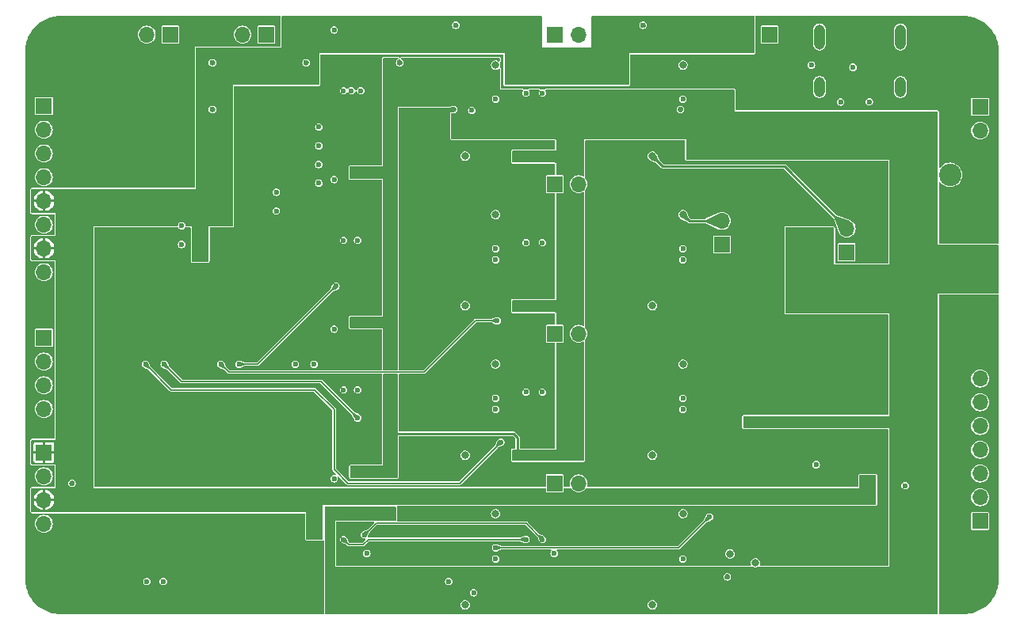
<source format=gbr>
%TF.GenerationSoftware,KiCad,Pcbnew,7.0.9*%
%TF.CreationDate,2024-02-06T21:49:00-05:00*%
%TF.ProjectId,fydp,66796470-2e6b-4696-9361-645f70636258,rev?*%
%TF.SameCoordinates,Original*%
%TF.FileFunction,Copper,L3,Inr*%
%TF.FilePolarity,Positive*%
%FSLAX46Y46*%
G04 Gerber Fmt 4.6, Leading zero omitted, Abs format (unit mm)*
G04 Created by KiCad (PCBNEW 7.0.9) date 2024-02-06 21:49:00*
%MOMM*%
%LPD*%
G01*
G04 APERTURE LIST*
%TA.AperFunction,ComponentPad*%
%ADD10R,1.700000X1.700000*%
%TD*%
%TA.AperFunction,ComponentPad*%
%ADD11O,1.700000X1.700000*%
%TD*%
%TA.AperFunction,ComponentPad*%
%ADD12C,2.641600*%
%TD*%
%TA.AperFunction,ComponentPad*%
%ADD13C,2.600000*%
%TD*%
%TA.AperFunction,ComponentPad*%
%ADD14R,2.400000X2.400000*%
%TD*%
%TA.AperFunction,ComponentPad*%
%ADD15C,2.400000*%
%TD*%
%TA.AperFunction,ComponentPad*%
%ADD16O,1.168400X2.667000*%
%TD*%
%TA.AperFunction,ComponentPad*%
%ADD17O,1.168400X2.159000*%
%TD*%
%TA.AperFunction,ViaPad*%
%ADD18C,0.800000*%
%TD*%
%TA.AperFunction,ViaPad*%
%ADD19C,0.600000*%
%TD*%
%TA.AperFunction,Conductor*%
%ADD20C,0.250000*%
%TD*%
%TA.AperFunction,Conductor*%
%ADD21C,0.177800*%
%TD*%
G04 APERTURE END LIST*
D10*
%TO.N,/ANALOG MULTIPLIER 4/GPIO_SW13_POLARITY_R*%
%TO.C,J19*%
X163570951Y-121500000D03*
D11*
%TO.N,/ANALOG MULTIPLIER 4/GPIO_SW14_POLARITY_R*%
X166110951Y-121500000D03*
%TD*%
D10*
%TO.N,/ANALOG MULTIPLIER 3/GPIO_SW9_POLARITY_R*%
%TO.C,J18*%
X163570951Y-105500000D03*
D11*
%TO.N,/ANALOG MULTIPLIER 3/GPIO_SW10_POLARITY_R*%
X166110951Y-105500000D03*
%TD*%
D10*
%TO.N,DAC_DECODER_A0*%
%TO.C,J11*%
X109000000Y-105920000D03*
D11*
%TO.N,DAC_DECODER_A1*%
X109000000Y-108460000D03*
%TO.N,DAC_DECODER_A2*%
X109000000Y-111000000D03*
%TO.N,DAC_DECODER_A3*%
X109000000Y-113540000D03*
%TD*%
D12*
%TO.N,GND*%
%TO.C,J9*%
X181250000Y-113000000D03*
%TD*%
%TO.N,GND*%
%TO.C,J13*%
X137000000Y-116500000D03*
%TD*%
D10*
%TO.N,/ANALOG MULTIPLIER 1/GPIO_SW1_POLARITY_R*%
%TO.C,J16*%
X163570951Y-73500000D03*
D11*
%TO.N,/ANALOG MULTIPLIER 1/GPIO_SW2_POLARITY_R*%
X166110951Y-73500000D03*
%TD*%
D13*
%TO.N,GND*%
%TO.C,H1*%
X110750000Y-75250000D03*
%TD*%
D10*
%TO.N,/POWER/PP3V3_LDO*%
%TO.C,J6*%
X186525000Y-73500000D03*
D11*
%TO.N,+3.3V*%
X183985000Y-73500000D03*
%TD*%
D13*
%TO.N,GND*%
%TO.C,H4*%
X207250000Y-131750000D03*
%TD*%
D10*
%TO.N,+3.3V*%
%TO.C,J12*%
X109000000Y-118200000D03*
D11*
%TO.N,/DECODER 2/DAC_DECODER_E1_L*%
X109000000Y-120740000D03*
%TO.N,+3.3V*%
X109000000Y-123280000D03*
%TO.N,/DECODER 2/DAC_DECODER_E0_L*%
X109000000Y-125820000D03*
%TD*%
D10*
%TO.N,/DAC INPUTS/DAC_IN_CLK_R*%
%TO.C,J14*%
X132750000Y-73500000D03*
D11*
%TO.N,/DAC INPUTS/DAC_IN_DATA_IN_R*%
X130210000Y-73500000D03*
%TD*%
D14*
%TO.N,GND*%
%TO.C,J3*%
X205800000Y-92000000D03*
D15*
%TO.N,/USBC RECEPTACLE/LMAO*%
X205800000Y-88500000D03*
%TD*%
D10*
%TO.N,/DECODER 1/ADC_DECODER_A1*%
%TO.C,J4*%
X109000000Y-81130000D03*
D11*
%TO.N,/DECODER 1/ADC_DECODER_A0*%
X109000000Y-83670000D03*
%TO.N,/DECODER 1/DAC_IN_DECODER_A1*%
X109000000Y-86210000D03*
%TO.N,/DECODER 1/DAC_IN_DECODER_A0*%
X109000000Y-88750000D03*
%TO.N,+3.3V*%
X109000000Y-91290000D03*
%TO.N,/DECODER 1/ADC_DECODER_EN_L*%
X109000000Y-93830000D03*
%TO.N,+3.3V*%
X109000000Y-96370000D03*
%TO.N,/DECODER 1/DAC_IN_DECODER_EN_L*%
X109000000Y-98910000D03*
%TD*%
D10*
%TO.N,/POWER/PP15V0_BOOST*%
%TO.C,J5*%
X181419200Y-95975000D03*
D11*
%TO.N,+15V*%
X181419200Y-93435000D03*
%TD*%
D12*
%TO.N,GND*%
%TO.C,J10*%
X181250000Y-89500000D03*
%TD*%
D16*
%TO.N,N/C*%
%TO.C,J1*%
X200500000Y-73750700D03*
X191859996Y-73750700D03*
D17*
X200500000Y-79110700D03*
X191859996Y-79110700D03*
%TD*%
D10*
%TO.N,/ANALOG MULTIPLIER 1/DAC_CLK_R*%
%TO.C,J15*%
X122525000Y-73500000D03*
D11*
%TO.N,/ANALOG MULTIPLIER 1/DAC_DATA_IN_R*%
X119985000Y-73500000D03*
%TD*%
D10*
%TO.N,/POWER/PN15V0_CUK*%
%TO.C,J7*%
X194750000Y-96775000D03*
D11*
%TO.N,-15V*%
X194750000Y-94235000D03*
%TD*%
D12*
%TO.N,GND*%
%TO.C,J8*%
X137000000Y-98500000D03*
%TD*%
D10*
%TO.N,/USBC RECEPTACLE/PP5V0_USBC*%
%TO.C,J2*%
X209000000Y-81225000D03*
D11*
%TO.N,/USBC RECEPTACLE/LMAO*%
X209000000Y-83765000D03*
%TD*%
D13*
%TO.N,GND*%
%TO.C,H3*%
X110750000Y-131750000D03*
%TD*%
%TO.N,GND*%
%TO.C,H2*%
X207250000Y-75250000D03*
%TD*%
D10*
%TO.N,/ADC/ADC1_CS_L_R*%
%TO.C,J20*%
X209000000Y-125540000D03*
D11*
%TO.N,/ADC/ADC1_SCLK_R*%
X209000000Y-123000000D03*
%TO.N,/ADC/ADC1_SDI_R*%
X209000000Y-120460000D03*
%TO.N,/ADC/ADC1_SDO_CH0_R*%
X209000000Y-117920000D03*
%TO.N,/ADC/ADC1_SDO_CH1_R*%
X209000000Y-115380000D03*
%TO.N,/ADC/TP_ADC1_CLK_OUT_R*%
X209000000Y-112840000D03*
%TO.N,/ADC/ADC1_BUSY_OUT_R*%
X209000000Y-110300000D03*
%TD*%
D10*
%TO.N,/ANALOG MULTIPLIER 2/GPIO_SW5_POLARITY_R*%
%TO.C,J17*%
X163570951Y-89500000D03*
D11*
%TO.N,/ANALOG MULTIPLIER 2/GPIO_SW6_POLARITY_R*%
X166110951Y-89500000D03*
%TD*%
D18*
%TO.N,+5V*%
X196200000Y-85300000D03*
X196200000Y-86300000D03*
X198200000Y-86300000D03*
D19*
%TO.N,GND*%
X153000000Y-120500000D03*
X173000000Y-120500000D03*
X153000000Y-72500000D03*
X173000000Y-72500000D03*
D18*
%TO.N,+5V*%
X192100000Y-95200000D03*
X192100000Y-97200000D03*
X145845951Y-108745951D03*
X146100000Y-118500000D03*
X208900000Y-99600000D03*
X209900000Y-98600000D03*
X166100000Y-118500000D03*
X198200000Y-83300000D03*
X192100000Y-96200000D03*
X179700000Y-81100000D03*
X197200000Y-85300000D03*
X191100000Y-97200000D03*
X197200000Y-84300000D03*
X166100000Y-102500000D03*
X198200000Y-85300000D03*
X191100000Y-95200000D03*
X159600000Y-86500000D03*
X195200000Y-85300000D03*
X180700000Y-82100000D03*
X196200000Y-83300000D03*
X166100000Y-134500000D03*
X208900000Y-98600000D03*
X209900000Y-99600000D03*
X180700000Y-83100000D03*
X142250000Y-88250000D03*
X145845951Y-76745951D03*
X197200000Y-83300000D03*
X146100000Y-86500000D03*
X146100000Y-102500000D03*
X179700000Y-83100000D03*
X208900000Y-97600000D03*
X196200000Y-84300000D03*
X180700000Y-81100000D03*
X142250000Y-104250000D03*
X179700000Y-82100000D03*
X209900000Y-97600000D03*
X184300000Y-114950000D03*
X195200000Y-84300000D03*
X191100000Y-96200000D03*
X142250000Y-120250000D03*
X159600000Y-134500000D03*
X146100000Y-134500000D03*
X145845951Y-92745951D03*
X139600000Y-134500000D03*
X195200000Y-83300000D03*
X159600000Y-102500000D03*
X166100000Y-86500000D03*
X198200000Y-84300000D03*
X145845951Y-124745951D03*
X159600000Y-118500000D03*
D19*
%TO.N,GND*%
X127000000Y-76500000D03*
X207000000Y-111500000D03*
X137000000Y-101500000D03*
X192000000Y-111500000D03*
X207000000Y-126500000D03*
X192000000Y-106550000D03*
X187000000Y-111500000D03*
X147000000Y-126500000D03*
X127000000Y-81500000D03*
X207000000Y-116500000D03*
X173000000Y-104500000D03*
X153000000Y-88500000D03*
X132000000Y-96500000D03*
X189500000Y-121500000D03*
X137000000Y-81500000D03*
X207000000Y-121500000D03*
X192000000Y-76500000D03*
X127000000Y-101500000D03*
X197000000Y-111500000D03*
X207000000Y-106550000D03*
X112000000Y-126500000D03*
X147000000Y-76500000D03*
X117000000Y-101500000D03*
X177000000Y-81500000D03*
X182000000Y-131500000D03*
X187000000Y-121500000D03*
X117000000Y-126500000D03*
X117000000Y-76500000D03*
X122000000Y-101500000D03*
X153000000Y-104500000D03*
X132000000Y-121500000D03*
X137000000Y-76500000D03*
X117000000Y-116500000D03*
X122000000Y-81500000D03*
X173000000Y-88500000D03*
X112000000Y-121500000D03*
X182000000Y-106550000D03*
X117000000Y-81500000D03*
X137000000Y-121600000D03*
X152749051Y-81500000D03*
X191000000Y-120500000D03*
X132000000Y-81500000D03*
X202000000Y-76500000D03*
X172000000Y-76500000D03*
D18*
%TO.N,+15V*%
X177250000Y-92750000D03*
X157250000Y-76750000D03*
X157250000Y-108750000D03*
X177250000Y-76750000D03*
X177250000Y-124750000D03*
X177250000Y-108750000D03*
X182300000Y-129050000D03*
X157250000Y-92750000D03*
X157250000Y-124750000D03*
%TO.N,-15V*%
X174000000Y-102500000D03*
X185000000Y-130000000D03*
X174000000Y-118500000D03*
X174000000Y-134500000D03*
X154000000Y-102500000D03*
X154000000Y-118500000D03*
X154000000Y-86500000D03*
X154000000Y-134500000D03*
X174000000Y-86500000D03*
%TO.N,+3.3V*%
X137900000Y-126600000D03*
X197000000Y-121500000D03*
X125700000Y-96900000D03*
D19*
%TO.N,Net-(J1-PadA5)*%
X197179998Y-80679400D03*
X194100000Y-80700000D03*
%TO.N,/DECODER 1/DAC_IN_DECODER_A0*%
X133825000Y-92365000D03*
%TO.N,/DECODER 1/DAC_IN_DECODER_A1*%
X133825000Y-90365000D03*
%TO.N,/DECODER 1/ADC_DECODER_A0*%
X123716250Y-95940000D03*
%TO.N,/DECODER 1/ADC_DECODER_A1*%
X123716250Y-93940000D03*
%TO.N,DAC1_CS_L*%
X137845000Y-108751551D03*
X142845951Y-79500000D03*
%TO.N,DAC2_CS_L*%
X154700000Y-81600000D03*
X135845000Y-108751551D03*
%TO.N,DAC5_CS_L*%
X129845000Y-108751551D03*
X140200000Y-100400000D03*
%TO.N,DAC6_CS_L*%
X127895000Y-108751551D03*
X157400000Y-104100000D03*
%TO.N,DAC9_CS_L*%
X142500000Y-114500000D03*
X121845000Y-108751551D03*
%TO.N,DAC10_CS_L*%
X119845000Y-108751551D03*
X157800000Y-117100000D03*
%TO.N,DAC13_CS_L*%
X120000000Y-132000000D03*
X143500000Y-129000000D03*
%TO.N,DAC14_CS_L*%
X154900000Y-133200000D03*
X152250000Y-132000000D03*
X163500000Y-129000000D03*
X121750000Y-132000000D03*
%TO.N,DAC_CLK*%
X143250000Y-127000000D03*
X162250000Y-111750000D03*
X142500000Y-95500000D03*
X162250000Y-79750000D03*
X141845951Y-79500000D03*
X162250000Y-95750000D03*
X162250000Y-127500000D03*
X142500000Y-111500000D03*
%TO.N,DAC_DATA_IN*%
X141000000Y-127500000D03*
X160500000Y-95750000D03*
X141000000Y-95500000D03*
X160500000Y-79750000D03*
X141000000Y-79500000D03*
X141000000Y-111500000D03*
X160500000Y-127500000D03*
X160500000Y-111750000D03*
%TO.N,Net-(J1-PadB5)*%
X191000000Y-76750000D03*
X195429998Y-77000000D03*
%TO.N,MULT1_OUT*%
X157250951Y-80405000D03*
X157250951Y-97595000D03*
%TO.N,MULT2_OUT*%
X177250951Y-80405000D03*
X177250951Y-97595000D03*
%TO.N,MULT5_OUT*%
X157250951Y-96405000D03*
X157250951Y-113595000D03*
%TO.N,MULT6_OUT*%
X177250951Y-96405000D03*
X177250951Y-113595000D03*
%TO.N,MULT9_OUT*%
X157250951Y-112405000D03*
X157250951Y-129595000D03*
%TO.N,MULT10_OUT*%
X177250951Y-129595000D03*
X177250951Y-112405000D03*
%TO.N,MULT13_OUT*%
X180100000Y-125100000D03*
X157250951Y-128405000D03*
%TO.N,ADC1_SDI*%
X191500000Y-119500000D03*
X201000000Y-121750000D03*
%TO.N,DAC_IN4_CS_L*%
X140000000Y-121000000D03*
X138365000Y-89385000D03*
%TO.N,DAC_IN3_CS_L*%
X140000000Y-105000000D03*
X138365000Y-87385000D03*
%TO.N,DAC_IN2_CS_L*%
X138365000Y-85385000D03*
X140000000Y-89000000D03*
%TO.N,DAC_IN1_CS_L*%
X138365000Y-83385000D03*
X140000000Y-73000000D03*
%TD*%
D20*
%TO.N,+5V*%
X146500000Y-116200000D02*
X146100000Y-116600000D01*
X159600000Y-116600000D02*
X159200000Y-116200000D01*
X159600000Y-118500000D02*
X159600000Y-116600000D01*
X159200000Y-116200000D02*
X146500000Y-116200000D01*
X146100000Y-116600000D02*
X146100000Y-118500000D01*
%TO.N,+15V*%
X177935000Y-93435000D02*
X177250000Y-92750000D01*
X181419200Y-93435000D02*
X177935000Y-93435000D01*
%TO.N,-15V*%
X194750000Y-94235000D02*
X188115000Y-87600000D01*
X175100000Y-87600000D02*
X174000000Y-86500000D01*
X188115000Y-87600000D02*
X175100000Y-87600000D01*
D21*
%TO.N,DAC5_CS_L*%
X140200000Y-100400000D02*
X131848449Y-108751551D01*
X131848449Y-108751551D02*
X129845000Y-108751551D01*
%TO.N,DAC6_CS_L*%
X128743449Y-109600000D02*
X149600000Y-109600000D01*
X157400000Y-104100000D02*
X155100000Y-104100000D01*
X155100000Y-104100000D02*
X149600000Y-109600000D01*
X128743449Y-109600000D02*
X127895000Y-108751551D01*
%TO.N,DAC9_CS_L*%
X123693449Y-110600000D02*
X121845000Y-108751551D01*
X142500000Y-114500000D02*
X138600000Y-110600000D01*
X138600000Y-110600000D02*
X123693449Y-110600000D01*
%TO.N,DAC10_CS_L*%
X157800000Y-117100000D02*
X153400000Y-121500000D01*
X140000000Y-120000000D02*
X140000000Y-113600000D01*
X141500000Y-121500000D02*
X140000000Y-120000000D01*
X153400000Y-121500000D02*
X141500000Y-121500000D01*
X122593449Y-111500000D02*
X119845000Y-108751551D01*
X137900000Y-111500000D02*
X122593449Y-111500000D01*
X140000000Y-113600000D02*
X137900000Y-111500000D01*
%TO.N,DAC_CLK*%
X160500000Y-125750000D02*
X162250000Y-127500000D01*
X144500000Y-125750000D02*
X160500000Y-125750000D01*
X143250000Y-127000000D02*
X144500000Y-125750000D01*
%TO.N,DAC_DATA_IN*%
X141000000Y-127500000D02*
X141566700Y-128066700D01*
X143647386Y-127500000D02*
X160500000Y-127500000D01*
X143080686Y-128066700D02*
X143647386Y-127500000D01*
X141566700Y-128066700D02*
X143080686Y-128066700D01*
%TO.N,MULT13_OUT*%
X176795000Y-128405000D02*
X180100000Y-125100000D01*
X157250951Y-128405000D02*
X176795000Y-128405000D01*
%TD*%
%TA.AperFunction,Conductor*%
%TO.N,+3.3V*%
G36*
X162173566Y-71517813D02*
G01*
X162198876Y-71561650D01*
X162200000Y-71574500D01*
X162200000Y-74900000D01*
X167500000Y-74900000D01*
X167500000Y-72500000D01*
X172594508Y-72500000D01*
X172614353Y-72625301D01*
X172614353Y-72625302D01*
X172614354Y-72625304D01*
X172671950Y-72738342D01*
X172761658Y-72828050D01*
X172874696Y-72885646D01*
X173000000Y-72905492D01*
X173125304Y-72885646D01*
X173238342Y-72828050D01*
X173328050Y-72738342D01*
X173385646Y-72625304D01*
X173405492Y-72500000D01*
X173385646Y-72374696D01*
X173328050Y-72261658D01*
X173238342Y-72171950D01*
X173125304Y-72114354D01*
X173125302Y-72114353D01*
X173125301Y-72114353D01*
X173000000Y-72094508D01*
X172874698Y-72114353D01*
X172761656Y-72171951D01*
X172671951Y-72261656D01*
X172614353Y-72374698D01*
X172594508Y-72500000D01*
X167500000Y-72500000D01*
X167500000Y-71574500D01*
X167517313Y-71526934D01*
X167561150Y-71501624D01*
X167574000Y-71500500D01*
X184826000Y-71500500D01*
X184873566Y-71517813D01*
X184898876Y-71561650D01*
X184900000Y-71574500D01*
X184900000Y-75426000D01*
X184882687Y-75473566D01*
X184838850Y-75498876D01*
X184826000Y-75500000D01*
X171500000Y-75500000D01*
X171500000Y-78826000D01*
X171482687Y-78873566D01*
X171438850Y-78898876D01*
X171426000Y-78900000D01*
X167500000Y-78900000D01*
X158274000Y-78900000D01*
X158226434Y-78882687D01*
X158201124Y-78838850D01*
X158200000Y-78826000D01*
X158200000Y-75500000D01*
X138400000Y-75500000D01*
X138400000Y-78826000D01*
X138382687Y-78873566D01*
X138338850Y-78898876D01*
X138326000Y-78900000D01*
X129200000Y-78900000D01*
X129200000Y-93926000D01*
X129182687Y-93973566D01*
X129138850Y-93998876D01*
X129126000Y-94000000D01*
X126600000Y-94000000D01*
X126600000Y-97726000D01*
X126582687Y-97773566D01*
X126538850Y-97798876D01*
X126526000Y-97800000D01*
X124874000Y-97800000D01*
X124826434Y-97782687D01*
X124801124Y-97738850D01*
X124800000Y-97726000D01*
X124800000Y-94000000D01*
X124194447Y-94000000D01*
X124146881Y-93982687D01*
X124121571Y-93938850D01*
X124121358Y-93937576D01*
X124101896Y-93814698D01*
X124101896Y-93814696D01*
X124044300Y-93701658D01*
X123954592Y-93611950D01*
X123841554Y-93554354D01*
X123841552Y-93554353D01*
X123841551Y-93554353D01*
X123716250Y-93534508D01*
X123590948Y-93554353D01*
X123477906Y-93611951D01*
X123388201Y-93701656D01*
X123330603Y-93814698D01*
X123311142Y-93937576D01*
X123286601Y-93981848D01*
X123239345Y-93999989D01*
X123238053Y-94000000D01*
X114300000Y-94000000D01*
X114300000Y-122000000D01*
X136959501Y-122000000D01*
X136971075Y-122000910D01*
X137000000Y-122005492D01*
X137028924Y-122000910D01*
X137040499Y-122000000D01*
X162546452Y-122000000D01*
X162594018Y-122017313D01*
X162619328Y-122061150D01*
X162620452Y-122074000D01*
X162620452Y-122359897D01*
X162626282Y-122389215D01*
X162648491Y-122422454D01*
X162648493Y-122422456D01*
X162648494Y-122422457D01*
X162681738Y-122444669D01*
X162711052Y-122450500D01*
X164430849Y-122450499D01*
X164460164Y-122444669D01*
X164460165Y-122444668D01*
X164460166Y-122444668D01*
X164493405Y-122422459D01*
X164493404Y-122422459D01*
X164493408Y-122422457D01*
X164515620Y-122389213D01*
X164521451Y-122359899D01*
X164521451Y-122074000D01*
X164538764Y-122026434D01*
X164582601Y-122001124D01*
X164595451Y-122000000D01*
X165256798Y-122000000D01*
X165304364Y-122017313D01*
X165314089Y-122028159D01*
X165314509Y-122027815D01*
X165316814Y-122030624D01*
X165316815Y-122030625D01*
X165435594Y-122175357D01*
X165580326Y-122294136D01*
X165580331Y-122294138D01*
X165580333Y-122294140D01*
X165745445Y-122382394D01*
X165745447Y-122382394D01*
X165745450Y-122382396D01*
X165924620Y-122436747D01*
X166110951Y-122455099D01*
X166297282Y-122436747D01*
X166476452Y-122382396D01*
X166641576Y-122294136D01*
X166786308Y-122175357D01*
X166905087Y-122030625D01*
X166905087Y-122030624D01*
X166907393Y-122027815D01*
X166908853Y-122029013D01*
X166944409Y-122002953D01*
X166965104Y-122000000D01*
X196100000Y-122000000D01*
X196100000Y-120674000D01*
X196117313Y-120626434D01*
X196161150Y-120601124D01*
X196174000Y-120600000D01*
X197826000Y-120600000D01*
X197873566Y-120617313D01*
X197898876Y-120661150D01*
X197900000Y-120674000D01*
X197900000Y-123726000D01*
X197882687Y-123773566D01*
X197838850Y-123798876D01*
X197826000Y-123800000D01*
X138800000Y-123800000D01*
X138800000Y-127426000D01*
X138782687Y-127473566D01*
X138738850Y-127498876D01*
X138726000Y-127500000D01*
X137074000Y-127500000D01*
X137026434Y-127482687D01*
X137001124Y-127438850D01*
X137000000Y-127426000D01*
X137000000Y-124600000D01*
X113000000Y-124600000D01*
X107724000Y-124600000D01*
X107676434Y-124582687D01*
X107651124Y-124538850D01*
X107650000Y-124526000D01*
X107650000Y-123405001D01*
X107906869Y-123405001D01*
X107914095Y-123482984D01*
X107969884Y-123679062D01*
X107969886Y-123679067D01*
X108060754Y-123861557D01*
X108060756Y-123861560D01*
X108183605Y-124024239D01*
X108183606Y-124024240D01*
X108334261Y-124161579D01*
X108507582Y-124268895D01*
X108507591Y-124268900D01*
X108697680Y-124342540D01*
X108875000Y-124375686D01*
X108875000Y-123767169D01*
X108964237Y-123780000D01*
X109035763Y-123780000D01*
X109125000Y-123767169D01*
X109125000Y-124375686D01*
X109302319Y-124342540D01*
X109492408Y-124268900D01*
X109492417Y-124268895D01*
X109665738Y-124161579D01*
X109665739Y-124161579D01*
X109816393Y-124024240D01*
X109816394Y-124024239D01*
X109939243Y-123861560D01*
X109939245Y-123861557D01*
X110030113Y-123679067D01*
X110030115Y-123679062D01*
X110085904Y-123482984D01*
X110093130Y-123405001D01*
X110093129Y-123405000D01*
X109484405Y-123405000D01*
X109500000Y-123351889D01*
X109500000Y-123208111D01*
X109484405Y-123155000D01*
X110093129Y-123155000D01*
X110093130Y-123154998D01*
X110085904Y-123077015D01*
X110030115Y-122880937D01*
X110030113Y-122880932D01*
X109939245Y-122698442D01*
X109939243Y-122698439D01*
X109816394Y-122535760D01*
X109816393Y-122535759D01*
X109665738Y-122398420D01*
X109492417Y-122291104D01*
X109492408Y-122291099D01*
X109302322Y-122217460D01*
X109125000Y-122184312D01*
X109125000Y-122792830D01*
X109035763Y-122780000D01*
X108964237Y-122780000D01*
X108875000Y-122792830D01*
X108875000Y-122184312D01*
X108874999Y-122184312D01*
X108697677Y-122217460D01*
X108507591Y-122291099D01*
X108507582Y-122291104D01*
X108334261Y-122398420D01*
X108334260Y-122398420D01*
X108183606Y-122535759D01*
X108183605Y-122535760D01*
X108060756Y-122698439D01*
X108060754Y-122698442D01*
X107969886Y-122880932D01*
X107969884Y-122880937D01*
X107914095Y-123077015D01*
X107906869Y-123154998D01*
X107906871Y-123155000D01*
X108515595Y-123155000D01*
X108500000Y-123208111D01*
X108500000Y-123351889D01*
X108515595Y-123405000D01*
X107906871Y-123405000D01*
X107906869Y-123405001D01*
X107650000Y-123405001D01*
X107650000Y-122074000D01*
X107667313Y-122026434D01*
X107711150Y-122001124D01*
X107724000Y-122000000D01*
X110250000Y-122000000D01*
X110250000Y-121500000D01*
X111594508Y-121500000D01*
X111614353Y-121625301D01*
X111614353Y-121625302D01*
X111614354Y-121625304D01*
X111671950Y-121738342D01*
X111761658Y-121828050D01*
X111874696Y-121885646D01*
X112000000Y-121905492D01*
X112125304Y-121885646D01*
X112238342Y-121828050D01*
X112328050Y-121738342D01*
X112385646Y-121625304D01*
X112405492Y-121500000D01*
X112385646Y-121374696D01*
X112328050Y-121261658D01*
X112238342Y-121171950D01*
X112125304Y-121114354D01*
X112125302Y-121114353D01*
X112125301Y-121114353D01*
X112000000Y-121094508D01*
X111874698Y-121114353D01*
X111761656Y-121171951D01*
X111671951Y-121261656D01*
X111614353Y-121374698D01*
X111594508Y-121500000D01*
X110250000Y-121500000D01*
X110250000Y-119500000D01*
X107724000Y-119500000D01*
X107676434Y-119482687D01*
X107651124Y-119438850D01*
X107650000Y-119426000D01*
X107650000Y-119074622D01*
X107900000Y-119074622D01*
X107914505Y-119147545D01*
X107969759Y-119230239D01*
X107969760Y-119230240D01*
X108052454Y-119285494D01*
X108125378Y-119300000D01*
X108875000Y-119300000D01*
X108875000Y-118687169D01*
X108964237Y-118700000D01*
X109035763Y-118700000D01*
X109125000Y-118687169D01*
X109125000Y-119300000D01*
X109874622Y-119300000D01*
X109947545Y-119285494D01*
X110030239Y-119230240D01*
X110030240Y-119230239D01*
X110085494Y-119147545D01*
X110100000Y-119074622D01*
X110100000Y-118325000D01*
X109484405Y-118325000D01*
X109500000Y-118271889D01*
X109500000Y-118128111D01*
X109484405Y-118075000D01*
X110100000Y-118075000D01*
X110100000Y-117325377D01*
X110085494Y-117252454D01*
X110030240Y-117169760D01*
X110030239Y-117169759D01*
X109947545Y-117114505D01*
X109874622Y-117100000D01*
X109125000Y-117100000D01*
X109125000Y-117712830D01*
X109035763Y-117700000D01*
X108964237Y-117700000D01*
X108875000Y-117712830D01*
X108875000Y-117100000D01*
X108125378Y-117100000D01*
X108052454Y-117114505D01*
X107969760Y-117169759D01*
X107969759Y-117169760D01*
X107914505Y-117252454D01*
X107900000Y-117325377D01*
X107900000Y-118075000D01*
X108515595Y-118075000D01*
X108500000Y-118128111D01*
X108500000Y-118271889D01*
X108515595Y-118325000D01*
X107900000Y-118325000D01*
X107900000Y-119074622D01*
X107650000Y-119074622D01*
X107650000Y-116924000D01*
X107667313Y-116876434D01*
X107711150Y-116851124D01*
X107724000Y-116850000D01*
X110250000Y-116850000D01*
X110250000Y-97650000D01*
X107724000Y-97650000D01*
X107676434Y-97632687D01*
X107651124Y-97588850D01*
X107650000Y-97576000D01*
X107650000Y-96495001D01*
X107906869Y-96495001D01*
X107914095Y-96572984D01*
X107969884Y-96769062D01*
X107969886Y-96769067D01*
X108060754Y-96951557D01*
X108060756Y-96951560D01*
X108183605Y-97114239D01*
X108183606Y-97114240D01*
X108334261Y-97251579D01*
X108507582Y-97358895D01*
X108507591Y-97358900D01*
X108697680Y-97432540D01*
X108875000Y-97465686D01*
X108875000Y-96857169D01*
X108964237Y-96870000D01*
X109035763Y-96870000D01*
X109125000Y-96857169D01*
X109125000Y-97465686D01*
X109302319Y-97432540D01*
X109492408Y-97358900D01*
X109492417Y-97358895D01*
X109665738Y-97251579D01*
X109665739Y-97251579D01*
X109816393Y-97114240D01*
X109816394Y-97114239D01*
X109939243Y-96951560D01*
X109939245Y-96951557D01*
X110030113Y-96769067D01*
X110030115Y-96769062D01*
X110085904Y-96572984D01*
X110093130Y-96495001D01*
X110093129Y-96495000D01*
X109484405Y-96495000D01*
X109500000Y-96441889D01*
X109500000Y-96298111D01*
X109484405Y-96245000D01*
X110093129Y-96245000D01*
X110093130Y-96244998D01*
X110085904Y-96167015D01*
X110030115Y-95970937D01*
X110030113Y-95970932D01*
X109939245Y-95788442D01*
X109939243Y-95788439D01*
X109816394Y-95625760D01*
X109816393Y-95625759D01*
X109665738Y-95488420D01*
X109492417Y-95381104D01*
X109492408Y-95381099D01*
X109302322Y-95307460D01*
X109125000Y-95274312D01*
X109125000Y-95882830D01*
X109035763Y-95870000D01*
X108964237Y-95870000D01*
X108875000Y-95882830D01*
X108875000Y-95274312D01*
X108874999Y-95274312D01*
X108697677Y-95307460D01*
X108507591Y-95381099D01*
X108507582Y-95381104D01*
X108334261Y-95488420D01*
X108334260Y-95488420D01*
X108183606Y-95625759D01*
X108183605Y-95625760D01*
X108060756Y-95788439D01*
X108060754Y-95788442D01*
X107969886Y-95970932D01*
X107969884Y-95970937D01*
X107914095Y-96167015D01*
X107906869Y-96244998D01*
X107906871Y-96245000D01*
X108515595Y-96245000D01*
X108500000Y-96298111D01*
X108500000Y-96441889D01*
X108515595Y-96495000D01*
X107906871Y-96495000D01*
X107906869Y-96495001D01*
X107650000Y-96495001D01*
X107650000Y-95124000D01*
X107667313Y-95076434D01*
X107711150Y-95051124D01*
X107724000Y-95050000D01*
X110250000Y-95050000D01*
X110250000Y-92600000D01*
X107724000Y-92600000D01*
X107676434Y-92582687D01*
X107651124Y-92538850D01*
X107650000Y-92526000D01*
X107650000Y-91415001D01*
X107906869Y-91415001D01*
X107914095Y-91492984D01*
X107969884Y-91689062D01*
X107969886Y-91689067D01*
X108060754Y-91871557D01*
X108060756Y-91871560D01*
X108183605Y-92034239D01*
X108183606Y-92034240D01*
X108334261Y-92171579D01*
X108507582Y-92278895D01*
X108507591Y-92278900D01*
X108697680Y-92352540D01*
X108875000Y-92385686D01*
X108875000Y-91777169D01*
X108964237Y-91790000D01*
X109035763Y-91790000D01*
X109125000Y-91777169D01*
X109125000Y-92385686D01*
X109302319Y-92352540D01*
X109492408Y-92278900D01*
X109492417Y-92278895D01*
X109665738Y-92171579D01*
X109665739Y-92171579D01*
X109816393Y-92034240D01*
X109816394Y-92034239D01*
X109939243Y-91871560D01*
X109939245Y-91871557D01*
X110030113Y-91689067D01*
X110030115Y-91689062D01*
X110085904Y-91492984D01*
X110093130Y-91415001D01*
X110093129Y-91415000D01*
X109484405Y-91415000D01*
X109500000Y-91361889D01*
X109500000Y-91218111D01*
X109484405Y-91165000D01*
X110093129Y-91165000D01*
X110093130Y-91164998D01*
X110085904Y-91087015D01*
X110030115Y-90890937D01*
X110030113Y-90890932D01*
X109939245Y-90708442D01*
X109939243Y-90708439D01*
X109816394Y-90545760D01*
X109816393Y-90545759D01*
X109665738Y-90408420D01*
X109492417Y-90301104D01*
X109492408Y-90301099D01*
X109302322Y-90227460D01*
X109125000Y-90194312D01*
X109125000Y-90802830D01*
X109035763Y-90790000D01*
X108964237Y-90790000D01*
X108875000Y-90802830D01*
X108875000Y-90194312D01*
X108874999Y-90194312D01*
X108697677Y-90227460D01*
X108507591Y-90301099D01*
X108507582Y-90301104D01*
X108334261Y-90408420D01*
X108334260Y-90408420D01*
X108183606Y-90545759D01*
X108183605Y-90545760D01*
X108060756Y-90708439D01*
X108060754Y-90708442D01*
X107969886Y-90890932D01*
X107969884Y-90890937D01*
X107914095Y-91087015D01*
X107906869Y-91164998D01*
X107906871Y-91165000D01*
X108515595Y-91165000D01*
X108500000Y-91218111D01*
X108500000Y-91361889D01*
X108515595Y-91415000D01*
X107906871Y-91415000D01*
X107906869Y-91415001D01*
X107650000Y-91415001D01*
X107650000Y-90074000D01*
X107667313Y-90026434D01*
X107711150Y-90001124D01*
X107724000Y-90000000D01*
X125200000Y-90000000D01*
X125200000Y-81500000D01*
X126594508Y-81500000D01*
X126614353Y-81625301D01*
X126614353Y-81625302D01*
X126614354Y-81625304D01*
X126671950Y-81738342D01*
X126761658Y-81828050D01*
X126874696Y-81885646D01*
X127000000Y-81905492D01*
X127125304Y-81885646D01*
X127238342Y-81828050D01*
X127328050Y-81738342D01*
X127385646Y-81625304D01*
X127405492Y-81500000D01*
X127385646Y-81374696D01*
X127328050Y-81261658D01*
X127238342Y-81171950D01*
X127125304Y-81114354D01*
X127125302Y-81114353D01*
X127125301Y-81114353D01*
X127000000Y-81094508D01*
X126874698Y-81114353D01*
X126761656Y-81171951D01*
X126671951Y-81261656D01*
X126614353Y-81374698D01*
X126594508Y-81500000D01*
X125200000Y-81500000D01*
X125200000Y-76500000D01*
X126594508Y-76500000D01*
X126614353Y-76625301D01*
X126614353Y-76625302D01*
X126614354Y-76625304D01*
X126671950Y-76738342D01*
X126761658Y-76828050D01*
X126874696Y-76885646D01*
X127000000Y-76905492D01*
X127125304Y-76885646D01*
X127238342Y-76828050D01*
X127328050Y-76738342D01*
X127385646Y-76625304D01*
X127405492Y-76500000D01*
X136594508Y-76500000D01*
X136614353Y-76625301D01*
X136614353Y-76625302D01*
X136614354Y-76625304D01*
X136671950Y-76738342D01*
X136761658Y-76828050D01*
X136874696Y-76885646D01*
X137000000Y-76905492D01*
X137125304Y-76885646D01*
X137238342Y-76828050D01*
X137328050Y-76738342D01*
X137385646Y-76625304D01*
X137405492Y-76500000D01*
X137385646Y-76374696D01*
X137328050Y-76261658D01*
X137238342Y-76171950D01*
X137125304Y-76114354D01*
X137125302Y-76114353D01*
X137125301Y-76114353D01*
X137000000Y-76094508D01*
X136874698Y-76114353D01*
X136761656Y-76171951D01*
X136671951Y-76261656D01*
X136614353Y-76374698D01*
X136594508Y-76500000D01*
X127405492Y-76500000D01*
X127385646Y-76374696D01*
X127328050Y-76261658D01*
X127238342Y-76171950D01*
X127125304Y-76114354D01*
X127125302Y-76114353D01*
X127125301Y-76114353D01*
X127000000Y-76094508D01*
X126874698Y-76114353D01*
X126761656Y-76171951D01*
X126671951Y-76261656D01*
X126614353Y-76374698D01*
X126594508Y-76500000D01*
X125200000Y-76500000D01*
X125200000Y-74974000D01*
X125217313Y-74926434D01*
X125261150Y-74901124D01*
X125274000Y-74900000D01*
X134400000Y-74900000D01*
X134400000Y-73000000D01*
X139594508Y-73000000D01*
X139614353Y-73125301D01*
X139614353Y-73125302D01*
X139614354Y-73125304D01*
X139671950Y-73238342D01*
X139761658Y-73328050D01*
X139874696Y-73385646D01*
X140000000Y-73405492D01*
X140125304Y-73385646D01*
X140238342Y-73328050D01*
X140328050Y-73238342D01*
X140385646Y-73125304D01*
X140405492Y-73000000D01*
X140385646Y-72874696D01*
X140328050Y-72761658D01*
X140238342Y-72671950D01*
X140125304Y-72614354D01*
X140125302Y-72614353D01*
X140125301Y-72614353D01*
X140000000Y-72594508D01*
X139874698Y-72614353D01*
X139761656Y-72671951D01*
X139671951Y-72761656D01*
X139614353Y-72874698D01*
X139594508Y-73000000D01*
X134400000Y-73000000D01*
X134400000Y-72500000D01*
X152594508Y-72500000D01*
X152614353Y-72625301D01*
X152614353Y-72625302D01*
X152614354Y-72625304D01*
X152671950Y-72738342D01*
X152761658Y-72828050D01*
X152874696Y-72885646D01*
X153000000Y-72905492D01*
X153125304Y-72885646D01*
X153238342Y-72828050D01*
X153328050Y-72738342D01*
X153385646Y-72625304D01*
X153405492Y-72500000D01*
X153385646Y-72374696D01*
X153328050Y-72261658D01*
X153238342Y-72171950D01*
X153125304Y-72114354D01*
X153125302Y-72114353D01*
X153125301Y-72114353D01*
X153000000Y-72094508D01*
X152874698Y-72114353D01*
X152761656Y-72171951D01*
X152671951Y-72261656D01*
X152614353Y-72374698D01*
X152594508Y-72500000D01*
X134400000Y-72500000D01*
X134400000Y-71574500D01*
X134417313Y-71526934D01*
X134461150Y-71501624D01*
X134474000Y-71500500D01*
X162126000Y-71500500D01*
X162173566Y-71517813D01*
G37*
%TD.AperFunction*%
%TD*%
%TA.AperFunction,Conductor*%
%TO.N,GND*%
G36*
X145100000Y-103600000D02*
G01*
X141100000Y-103600000D01*
X141100000Y-95889653D01*
X141116756Y-95886999D01*
X141125300Y-95885647D01*
X141125301Y-95885647D01*
X141125302Y-95885646D01*
X141125304Y-95885646D01*
X141238342Y-95828050D01*
X141328050Y-95738342D01*
X141385646Y-95625304D01*
X141385646Y-95625302D01*
X141385647Y-95625301D01*
X141385647Y-95625300D01*
X141405492Y-95500003D01*
X142094508Y-95500003D01*
X142114352Y-95625300D01*
X142114352Y-95625301D01*
X142114354Y-95625304D01*
X142171950Y-95738342D01*
X142171952Y-95738344D01*
X142171954Y-95738347D01*
X142261652Y-95828045D01*
X142261654Y-95828046D01*
X142261658Y-95828050D01*
X142374696Y-95885646D01*
X142374697Y-95885646D01*
X142374699Y-95885647D01*
X142499997Y-95905492D01*
X142500000Y-95905492D01*
X142500003Y-95905492D01*
X142625300Y-95885647D01*
X142625301Y-95885647D01*
X142625302Y-95885646D01*
X142625304Y-95885646D01*
X142738342Y-95828050D01*
X142828050Y-95738342D01*
X142885646Y-95625304D01*
X142885646Y-95625302D01*
X142885647Y-95625301D01*
X142885647Y-95625300D01*
X142905492Y-95500003D01*
X142905492Y-95499996D01*
X142885647Y-95374699D01*
X142885647Y-95374698D01*
X142885646Y-95374696D01*
X142828050Y-95261658D01*
X142828046Y-95261654D01*
X142828045Y-95261652D01*
X142738347Y-95171954D01*
X142738344Y-95171952D01*
X142738342Y-95171950D01*
X142625304Y-95114354D01*
X142625303Y-95114353D01*
X142625300Y-95114352D01*
X142500003Y-95094508D01*
X142499997Y-95094508D01*
X142374699Y-95114352D01*
X142374698Y-95114352D01*
X142299337Y-95152751D01*
X142261658Y-95171950D01*
X142261657Y-95171951D01*
X142261652Y-95171954D01*
X142171954Y-95261652D01*
X142171951Y-95261657D01*
X142114352Y-95374698D01*
X142114352Y-95374699D01*
X142094508Y-95499996D01*
X142094508Y-95500003D01*
X141405492Y-95500003D01*
X141405492Y-95499996D01*
X141385647Y-95374699D01*
X141385647Y-95374698D01*
X141385646Y-95374696D01*
X141328050Y-95261658D01*
X141328046Y-95261654D01*
X141328045Y-95261652D01*
X141238347Y-95171954D01*
X141238344Y-95171952D01*
X141238342Y-95171950D01*
X141125304Y-95114354D01*
X141125303Y-95114353D01*
X141125300Y-95114352D01*
X141100000Y-95110345D01*
X141100000Y-89000000D01*
X145100000Y-89000000D01*
X145100000Y-103600000D01*
G37*
%TD.AperFunction*%
%TD*%
%TA.AperFunction,Conductor*%
%TO.N,GND*%
G36*
X145100000Y-87500000D02*
G01*
X140900000Y-87500000D01*
X140897657Y-79889283D01*
X140999997Y-79905492D01*
X141000000Y-79905492D01*
X141000003Y-79905492D01*
X141125300Y-79885647D01*
X141125301Y-79885647D01*
X141125302Y-79885646D01*
X141125304Y-79885646D01*
X141238342Y-79828050D01*
X141238347Y-79828045D01*
X141334951Y-79731442D01*
X141337695Y-79734186D01*
X141377882Y-79703140D01*
X141447490Y-79697097D01*
X141509315Y-79729647D01*
X141510931Y-79731510D01*
X141511000Y-79731442D01*
X141607603Y-79828045D01*
X141607605Y-79828046D01*
X141607609Y-79828050D01*
X141720647Y-79885646D01*
X141720648Y-79885646D01*
X141720650Y-79885647D01*
X141845948Y-79905492D01*
X141845951Y-79905492D01*
X141845954Y-79905492D01*
X141971251Y-79885647D01*
X141971252Y-79885647D01*
X141971253Y-79885646D01*
X141971255Y-79885646D01*
X142084293Y-79828050D01*
X142174001Y-79738342D01*
X142231597Y-79625304D01*
X142231597Y-79625302D01*
X142235466Y-79617710D01*
X142283441Y-79566914D01*
X142351262Y-79550119D01*
X142417397Y-79572657D01*
X142456436Y-79617710D01*
X142460304Y-79625302D01*
X142460305Y-79625304D01*
X142517901Y-79738342D01*
X142517903Y-79738344D01*
X142517905Y-79738347D01*
X142607603Y-79828045D01*
X142607605Y-79828046D01*
X142607609Y-79828050D01*
X142720647Y-79885646D01*
X142720648Y-79885646D01*
X142720650Y-79885647D01*
X142845948Y-79905492D01*
X142845951Y-79905492D01*
X142845954Y-79905492D01*
X142971251Y-79885647D01*
X142971252Y-79885647D01*
X142971253Y-79885646D01*
X142971255Y-79885646D01*
X143084293Y-79828050D01*
X143174001Y-79738342D01*
X143231597Y-79625304D01*
X143231597Y-79625302D01*
X143231598Y-79625301D01*
X143231598Y-79625300D01*
X143251443Y-79500003D01*
X143251443Y-79499996D01*
X143231598Y-79374699D01*
X143231598Y-79374698D01*
X143231597Y-79374696D01*
X143174001Y-79261658D01*
X143173997Y-79261654D01*
X143173996Y-79261652D01*
X143084298Y-79171954D01*
X143084295Y-79171952D01*
X143084293Y-79171950D01*
X142971255Y-79114354D01*
X142971254Y-79114353D01*
X142971251Y-79114352D01*
X142845954Y-79094508D01*
X142845948Y-79094508D01*
X142720650Y-79114352D01*
X142720649Y-79114352D01*
X142645288Y-79152751D01*
X142607609Y-79171950D01*
X142607608Y-79171951D01*
X142607603Y-79171954D01*
X142517905Y-79261652D01*
X142517900Y-79261659D01*
X142456435Y-79382290D01*
X142408461Y-79433085D01*
X142340640Y-79449880D01*
X142274505Y-79427342D01*
X142235467Y-79382290D01*
X142178325Y-79270145D01*
X142174001Y-79261658D01*
X142173998Y-79261655D01*
X142173996Y-79261652D01*
X142084298Y-79171954D01*
X142084295Y-79171952D01*
X142084293Y-79171950D01*
X141971255Y-79114354D01*
X141971254Y-79114353D01*
X141971251Y-79114352D01*
X141845954Y-79094508D01*
X141845948Y-79094508D01*
X141720650Y-79114352D01*
X141720649Y-79114352D01*
X141645288Y-79152751D01*
X141607609Y-79171950D01*
X141607608Y-79171951D01*
X141607603Y-79171954D01*
X141511000Y-79268558D01*
X141508281Y-79265839D01*
X141467792Y-79296967D01*
X141398169Y-79302843D01*
X141336423Y-79270145D01*
X141335003Y-79268505D01*
X141334951Y-79268558D01*
X141238347Y-79171954D01*
X141238344Y-79171952D01*
X141238342Y-79171950D01*
X141125304Y-79114354D01*
X141125303Y-79114353D01*
X141125300Y-79114352D01*
X141000003Y-79094508D01*
X140999997Y-79094508D01*
X140897418Y-79110753D01*
X140896461Y-76000000D01*
X145100000Y-76000000D01*
X145100000Y-87500000D01*
G37*
%TD.AperFunction*%
%TD*%
%TA.AperFunction,Conductor*%
%TO.N,+5V*%
G36*
X146838463Y-76017313D02*
G01*
X146863773Y-76061150D01*
X146854983Y-76111000D01*
X146824492Y-76139934D01*
X146761659Y-76171948D01*
X146671951Y-76261656D01*
X146614353Y-76374698D01*
X146594508Y-76500000D01*
X146614353Y-76625301D01*
X146614353Y-76625302D01*
X146614354Y-76625304D01*
X146671950Y-76738342D01*
X146761658Y-76828050D01*
X146874696Y-76885646D01*
X147000000Y-76905492D01*
X147125304Y-76885646D01*
X147238342Y-76828050D01*
X147328050Y-76738342D01*
X147385646Y-76625304D01*
X147405492Y-76500000D01*
X147385646Y-76374696D01*
X147328050Y-76261658D01*
X147238342Y-76171950D01*
X147238340Y-76171948D01*
X147175508Y-76139934D01*
X147140986Y-76102914D01*
X147138336Y-76052364D01*
X147168800Y-76011938D01*
X147209103Y-76000000D01*
X157622513Y-76000000D01*
X157670079Y-76017313D01*
X157695389Y-76061150D01*
X157696513Y-76073948D01*
X157696675Y-76306542D01*
X157679395Y-76354121D01*
X157635576Y-76379461D01*
X157585720Y-76370706D01*
X157582668Y-76368847D01*
X157581124Y-76367855D01*
X157485720Y-76306542D01*
X157460054Y-76290047D01*
X157460050Y-76290046D01*
X157321964Y-76249500D01*
X157321961Y-76249500D01*
X157178039Y-76249500D01*
X157178036Y-76249500D01*
X157039949Y-76290046D01*
X157039945Y-76290047D01*
X156918875Y-76367855D01*
X156918868Y-76367860D01*
X156824623Y-76476626D01*
X156764834Y-76607545D01*
X156744353Y-76750000D01*
X156764834Y-76892454D01*
X156764834Y-76892455D01*
X156764835Y-76892457D01*
X156770788Y-76905492D01*
X156824623Y-77023373D01*
X156918868Y-77132139D01*
X156918869Y-77132140D01*
X156918872Y-77132143D01*
X157008098Y-77189485D01*
X157039943Y-77209951D01*
X157039947Y-77209953D01*
X157136632Y-77238342D01*
X157178035Y-77250499D01*
X157178037Y-77250500D01*
X157178039Y-77250500D01*
X157321963Y-77250500D01*
X157321964Y-77250499D01*
X157460053Y-77209953D01*
X157581128Y-77132143D01*
X157581130Y-77132140D01*
X157583286Y-77130755D01*
X157632661Y-77119602D01*
X157677653Y-77142797D01*
X157697210Y-77189485D01*
X157697294Y-77192955D01*
X157698837Y-79399999D01*
X157698838Y-79400000D01*
X160108086Y-79400000D01*
X160155652Y-79417313D01*
X160180962Y-79461150D01*
X160174020Y-79507595D01*
X160114354Y-79624695D01*
X160114353Y-79624695D01*
X160094508Y-79750000D01*
X160114353Y-79875301D01*
X160114353Y-79875302D01*
X160114354Y-79875304D01*
X160171950Y-79988342D01*
X160261658Y-80078050D01*
X160374696Y-80135646D01*
X160500000Y-80155492D01*
X160625304Y-80135646D01*
X160738342Y-80078050D01*
X160828050Y-79988342D01*
X160885646Y-79875304D01*
X160905492Y-79750000D01*
X160885646Y-79624696D01*
X160828050Y-79511658D01*
X160825980Y-79507595D01*
X160819811Y-79457354D01*
X160847380Y-79414901D01*
X160891914Y-79400000D01*
X161858086Y-79400000D01*
X161905652Y-79417313D01*
X161930962Y-79461150D01*
X161924020Y-79507595D01*
X161864354Y-79624695D01*
X161864353Y-79624695D01*
X161844508Y-79750000D01*
X161864353Y-79875301D01*
X161864353Y-79875302D01*
X161864354Y-79875304D01*
X161921950Y-79988342D01*
X162011658Y-80078050D01*
X162124696Y-80135646D01*
X162250000Y-80155492D01*
X162375304Y-80135646D01*
X162488342Y-80078050D01*
X162578050Y-79988342D01*
X162635646Y-79875304D01*
X162655492Y-79750000D01*
X162635646Y-79624696D01*
X162578050Y-79511658D01*
X162575980Y-79507595D01*
X162569811Y-79457354D01*
X162597380Y-79414901D01*
X162641914Y-79400000D01*
X182723666Y-79400000D01*
X182771232Y-79417313D01*
X182796542Y-79461150D01*
X182797666Y-79473952D01*
X182798272Y-80405000D01*
X182799115Y-81700000D01*
X204426000Y-81700000D01*
X204473566Y-81717313D01*
X204498876Y-81761150D01*
X204500000Y-81774000D01*
X204500000Y-88435889D01*
X204499859Y-88439109D01*
X204494532Y-88500000D01*
X204498460Y-88544901D01*
X204499859Y-88560884D01*
X204500000Y-88564110D01*
X204500000Y-90783200D01*
X204499822Y-90786826D01*
X204499500Y-90790096D01*
X204499500Y-93209900D01*
X204499822Y-93213161D01*
X204500000Y-93216788D01*
X204500000Y-96000000D01*
X210922461Y-96000000D01*
X210970027Y-96017313D01*
X210995337Y-96061150D01*
X210996461Y-96074000D01*
X210996461Y-101126000D01*
X210979148Y-101173566D01*
X210935311Y-101198876D01*
X210922461Y-101200000D01*
X204500000Y-101200000D01*
X204500000Y-130621120D01*
X204500274Y-130627391D01*
X204500004Y-135425504D01*
X204482689Y-135473069D01*
X204438850Y-135498376D01*
X204426004Y-135499500D01*
X139076358Y-135499500D01*
X139028792Y-135482187D01*
X139003482Y-135438350D01*
X139002358Y-135425532D01*
X139001959Y-134500000D01*
X153494353Y-134500000D01*
X153514834Y-134642454D01*
X153514834Y-134642455D01*
X153514835Y-134642457D01*
X153571285Y-134766063D01*
X153574623Y-134773373D01*
X153668868Y-134882139D01*
X153668869Y-134882140D01*
X153668872Y-134882143D01*
X153789947Y-134959953D01*
X153896403Y-134991211D01*
X153928035Y-135000499D01*
X153928037Y-135000500D01*
X153928039Y-135000500D01*
X154071963Y-135000500D01*
X154071964Y-135000499D01*
X154210053Y-134959953D01*
X154331128Y-134882143D01*
X154425377Y-134773373D01*
X154485165Y-134642457D01*
X154505647Y-134500000D01*
X173494353Y-134500000D01*
X173514834Y-134642454D01*
X173514834Y-134642455D01*
X173514835Y-134642457D01*
X173571285Y-134766063D01*
X173574623Y-134773373D01*
X173668868Y-134882139D01*
X173668869Y-134882140D01*
X173668872Y-134882143D01*
X173789947Y-134959953D01*
X173896403Y-134991211D01*
X173928035Y-135000499D01*
X173928037Y-135000500D01*
X173928039Y-135000500D01*
X174071963Y-135000500D01*
X174071964Y-135000499D01*
X174210053Y-134959953D01*
X174331128Y-134882143D01*
X174425377Y-134773373D01*
X174485165Y-134642457D01*
X174505647Y-134500000D01*
X174485165Y-134357543D01*
X174425377Y-134226627D01*
X174331128Y-134117857D01*
X174274182Y-134081260D01*
X174210054Y-134040047D01*
X174210050Y-134040046D01*
X174071964Y-133999500D01*
X174071961Y-133999500D01*
X173928039Y-133999500D01*
X173928036Y-133999500D01*
X173789949Y-134040046D01*
X173789945Y-134040047D01*
X173668875Y-134117855D01*
X173668868Y-134117860D01*
X173574623Y-134226626D01*
X173514834Y-134357545D01*
X173494353Y-134500000D01*
X154505647Y-134500000D01*
X154485165Y-134357543D01*
X154425377Y-134226627D01*
X154331128Y-134117857D01*
X154274182Y-134081260D01*
X154210054Y-134040047D01*
X154210050Y-134040046D01*
X154071964Y-133999500D01*
X154071961Y-133999500D01*
X153928039Y-133999500D01*
X153928036Y-133999500D01*
X153789949Y-134040046D01*
X153789945Y-134040047D01*
X153668875Y-134117855D01*
X153668868Y-134117860D01*
X153574623Y-134226626D01*
X153514834Y-134357545D01*
X153494353Y-134500000D01*
X139001959Y-134500000D01*
X139001399Y-133200000D01*
X154494508Y-133200000D01*
X154514353Y-133325301D01*
X154514353Y-133325302D01*
X154514354Y-133325304D01*
X154571950Y-133438342D01*
X154661658Y-133528050D01*
X154774696Y-133585646D01*
X154900000Y-133605492D01*
X155025304Y-133585646D01*
X155138342Y-133528050D01*
X155228050Y-133438342D01*
X155285646Y-133325304D01*
X155305492Y-133200000D01*
X155285646Y-133074696D01*
X155228050Y-132961658D01*
X155138342Y-132871950D01*
X155025304Y-132814354D01*
X155025302Y-132814353D01*
X155025301Y-132814353D01*
X154900000Y-132794508D01*
X154774698Y-132814353D01*
X154661656Y-132871951D01*
X154571951Y-132961656D01*
X154514353Y-133074698D01*
X154494508Y-133200000D01*
X139001399Y-133200000D01*
X139000882Y-132000000D01*
X151844508Y-132000000D01*
X151864353Y-132125301D01*
X151864353Y-132125302D01*
X151864354Y-132125304D01*
X151921950Y-132238342D01*
X152011658Y-132328050D01*
X152124696Y-132385646D01*
X152250000Y-132405492D01*
X152375304Y-132385646D01*
X152488342Y-132328050D01*
X152578050Y-132238342D01*
X152635646Y-132125304D01*
X152655492Y-132000000D01*
X152635646Y-131874696D01*
X152578050Y-131761658D01*
X152488342Y-131671950D01*
X152375304Y-131614354D01*
X152375302Y-131614353D01*
X152375301Y-131614353D01*
X152250000Y-131594508D01*
X152124698Y-131614353D01*
X152011656Y-131671951D01*
X151921951Y-131761656D01*
X151864353Y-131874698D01*
X151844508Y-132000000D01*
X139000882Y-132000000D01*
X139000666Y-131500000D01*
X181594508Y-131500000D01*
X181614353Y-131625301D01*
X181614353Y-131625302D01*
X181614354Y-131625304D01*
X181671950Y-131738342D01*
X181761658Y-131828050D01*
X181874696Y-131885646D01*
X182000000Y-131905492D01*
X182125304Y-131885646D01*
X182238342Y-131828050D01*
X182328050Y-131738342D01*
X182385646Y-131625304D01*
X182405492Y-131500000D01*
X182385646Y-131374696D01*
X182328050Y-131261658D01*
X182238342Y-131171950D01*
X182125304Y-131114354D01*
X182125302Y-131114353D01*
X182125301Y-131114353D01*
X182000000Y-131094508D01*
X181874698Y-131114353D01*
X181761656Y-131171951D01*
X181671951Y-131261656D01*
X181614353Y-131374698D01*
X181594508Y-131500000D01*
X139000666Y-131500000D01*
X139000224Y-130474229D01*
X139000000Y-130469104D01*
X139000000Y-124074000D01*
X139017313Y-124026434D01*
X139061150Y-124001124D01*
X139074000Y-124000000D01*
X146526000Y-124000000D01*
X146573566Y-124017313D01*
X146598876Y-124061150D01*
X146600000Y-124074000D01*
X146600000Y-125426000D01*
X146582687Y-125473566D01*
X146538850Y-125498876D01*
X146526000Y-125500000D01*
X140100000Y-125500000D01*
X140100000Y-130407775D01*
X145000000Y-130407775D01*
X145015908Y-130407775D01*
X145031977Y-130400282D01*
X145038427Y-130400000D01*
X146661573Y-130400000D01*
X146682934Y-130407775D01*
X184687028Y-130407775D01*
X184727034Y-130419521D01*
X184789947Y-130459953D01*
X184896403Y-130491211D01*
X184928035Y-130500499D01*
X184928037Y-130500500D01*
X184928039Y-130500500D01*
X185071963Y-130500500D01*
X185071964Y-130500499D01*
X185210053Y-130459953D01*
X185272965Y-130419521D01*
X185312972Y-130407775D01*
X199300000Y-130407775D01*
X199300000Y-121750000D01*
X200594508Y-121750000D01*
X200614353Y-121875301D01*
X200614353Y-121875302D01*
X200614354Y-121875304D01*
X200671950Y-121988342D01*
X200761658Y-122078050D01*
X200874696Y-122135646D01*
X201000000Y-122155492D01*
X201125304Y-122135646D01*
X201238342Y-122078050D01*
X201328050Y-121988342D01*
X201385646Y-121875304D01*
X201405492Y-121750000D01*
X201385646Y-121624696D01*
X201328050Y-121511658D01*
X201238342Y-121421950D01*
X201125304Y-121364354D01*
X201125302Y-121364353D01*
X201125301Y-121364353D01*
X201000000Y-121344508D01*
X200874698Y-121364353D01*
X200761656Y-121421951D01*
X200671951Y-121511656D01*
X200614353Y-121624698D01*
X200594508Y-121750000D01*
X199300000Y-121750000D01*
X199300000Y-115600000D01*
X183774000Y-115600000D01*
X183726434Y-115582687D01*
X183701124Y-115538850D01*
X183700000Y-115526000D01*
X183700000Y-114374000D01*
X183717313Y-114326434D01*
X183761150Y-114301124D01*
X183774000Y-114300000D01*
X199300000Y-114300000D01*
X199300000Y-103300000D01*
X188270461Y-103300000D01*
X188222895Y-103282687D01*
X188197585Y-103238850D01*
X188196461Y-103226000D01*
X188196461Y-98134191D01*
X188200000Y-98124467D01*
X188200000Y-94174000D01*
X188217313Y-94126434D01*
X188261150Y-94101124D01*
X188274000Y-94100000D01*
X193326000Y-94100000D01*
X193373566Y-94117313D01*
X193398876Y-94161150D01*
X193400000Y-94174000D01*
X193400000Y-98100000D01*
X199300000Y-98100000D01*
X199300000Y-96000000D01*
X199318722Y-86900000D01*
X199318721Y-86900000D01*
X177670461Y-86900000D01*
X177622895Y-86882687D01*
X177597585Y-86838850D01*
X177596461Y-86826000D01*
X177596461Y-84700000D01*
X166700000Y-84700000D01*
X166700000Y-88613630D01*
X166682687Y-88661196D01*
X166638850Y-88686506D01*
X166591117Y-88678892D01*
X166476456Y-88617606D01*
X166476455Y-88617605D01*
X166476452Y-88617604D01*
X166344396Y-88577545D01*
X166297283Y-88563253D01*
X166110951Y-88544901D01*
X165924618Y-88563253D01*
X165745445Y-88617605D01*
X165580333Y-88705859D01*
X165580324Y-88705865D01*
X165435594Y-88824643D01*
X165316816Y-88969373D01*
X165316810Y-88969382D01*
X165228556Y-89134494D01*
X165174204Y-89313667D01*
X165155852Y-89500000D01*
X165174204Y-89686332D01*
X165228556Y-89865505D01*
X165316810Y-90030617D01*
X165316813Y-90030622D01*
X165316815Y-90030625D01*
X165435594Y-90175357D01*
X165580326Y-90294136D01*
X165580331Y-90294138D01*
X165580333Y-90294140D01*
X165745445Y-90382394D01*
X165745447Y-90382394D01*
X165745450Y-90382396D01*
X165924620Y-90436747D01*
X166110951Y-90455099D01*
X166297282Y-90436747D01*
X166476452Y-90382396D01*
X166591119Y-90321105D01*
X166641227Y-90313952D01*
X166684213Y-90340682D01*
X166700000Y-90386368D01*
X166700000Y-104613630D01*
X166682687Y-104661196D01*
X166638850Y-104686506D01*
X166591117Y-104678892D01*
X166476456Y-104617606D01*
X166476455Y-104617605D01*
X166476452Y-104617604D01*
X166344396Y-104577545D01*
X166297283Y-104563253D01*
X166110951Y-104544901D01*
X165924618Y-104563253D01*
X165745445Y-104617605D01*
X165580333Y-104705859D01*
X165580324Y-104705865D01*
X165435594Y-104824643D01*
X165316816Y-104969373D01*
X165316810Y-104969382D01*
X165228556Y-105134494D01*
X165174204Y-105313667D01*
X165155852Y-105500000D01*
X165174204Y-105686332D01*
X165228556Y-105865505D01*
X165316810Y-106030617D01*
X165316813Y-106030622D01*
X165316815Y-106030625D01*
X165435594Y-106175357D01*
X165580326Y-106294136D01*
X165580331Y-106294138D01*
X165580333Y-106294140D01*
X165745445Y-106382394D01*
X165745447Y-106382394D01*
X165745450Y-106382396D01*
X165924620Y-106436747D01*
X166110951Y-106455099D01*
X166297282Y-106436747D01*
X166476452Y-106382396D01*
X166591119Y-106321105D01*
X166641227Y-106313952D01*
X166684213Y-106340682D01*
X166700000Y-106386368D01*
X166700000Y-119026000D01*
X166682687Y-119073566D01*
X166638850Y-119098876D01*
X166626000Y-119100000D01*
X159074000Y-119100000D01*
X159026434Y-119082687D01*
X159001124Y-119038850D01*
X159000000Y-119026000D01*
X159000000Y-117979500D01*
X159017313Y-117931934D01*
X159061150Y-117906624D01*
X159074000Y-117905500D01*
X159374501Y-117905500D01*
X159407101Y-117900336D01*
X159427726Y-117885351D01*
X159459851Y-117862011D01*
X159480000Y-117800000D01*
X159480000Y-116741941D01*
X159479807Y-116738342D01*
X159479698Y-116736302D01*
X159478264Y-116722972D01*
X159476561Y-116707131D01*
X159464261Y-116667848D01*
X159430776Y-116606525D01*
X159418803Y-116590530D01*
X159412783Y-116582488D01*
X159215520Y-116385226D01*
X159215520Y-116385225D01*
X159211304Y-116381440D01*
X159211305Y-116381441D01*
X159188468Y-116363038D01*
X159170231Y-116353498D01*
X159151994Y-116343958D01*
X159084960Y-116324274D01*
X159084954Y-116324273D01*
X159063468Y-116321184D01*
X159018850Y-116297277D01*
X159000037Y-116250284D01*
X159000000Y-116247937D01*
X159000000Y-116154000D01*
X159017313Y-116106434D01*
X159061150Y-116081124D01*
X159074000Y-116080000D01*
X159157445Y-116080000D01*
X159164338Y-116079548D01*
X159173402Y-116078353D01*
X159177235Y-116077848D01*
X159195610Y-116077730D01*
X159196729Y-116077862D01*
X159197770Y-116077986D01*
X159219590Y-116079703D01*
X159249092Y-116088441D01*
X159261272Y-116095055D01*
X159280950Y-116110567D01*
X159285066Y-116115138D01*
X159289181Y-116119476D01*
X159486452Y-116316747D01*
X159654757Y-116485052D01*
X159659949Y-116489605D01*
X159659947Y-116489604D01*
X159670279Y-116497532D01*
X159683341Y-116510423D01*
X159684701Y-116512148D01*
X159698912Y-116528786D01*
X159713595Y-116555829D01*
X159717532Y-116569121D01*
X159720478Y-116594004D01*
X159720157Y-116600130D01*
X159720000Y-116606138D01*
X159720000Y-117800000D01*
X159725163Y-117832601D01*
X159763488Y-117885350D01*
X159763489Y-117885351D01*
X159825500Y-117905500D01*
X163600001Y-117905500D01*
X163632601Y-117900336D01*
X163653226Y-117885351D01*
X163685351Y-117862011D01*
X163705500Y-117800000D01*
X163705500Y-106524499D01*
X163722813Y-106476933D01*
X163766650Y-106451623D01*
X163779500Y-106450499D01*
X164430849Y-106450499D01*
X164460164Y-106444669D01*
X164460165Y-106444668D01*
X164460166Y-106444668D01*
X164493405Y-106422459D01*
X164493404Y-106422459D01*
X164493408Y-106422457D01*
X164515620Y-106389213D01*
X164521451Y-106359899D01*
X164521450Y-104640102D01*
X164515620Y-104610787D01*
X164515619Y-104610786D01*
X164515619Y-104610784D01*
X164493410Y-104577545D01*
X164493407Y-104577542D01*
X164460164Y-104555331D01*
X164460162Y-104555330D01*
X164442510Y-104551819D01*
X164430850Y-104549500D01*
X164430848Y-104549500D01*
X163779500Y-104549500D01*
X163731934Y-104532187D01*
X163706624Y-104488350D01*
X163705500Y-104475500D01*
X163705500Y-103299999D01*
X163700336Y-103267398D01*
X163662011Y-103214649D01*
X163600001Y-103194500D01*
X163600000Y-103194500D01*
X159074000Y-103194500D01*
X159026434Y-103177187D01*
X159001124Y-103133350D01*
X159000000Y-103120500D01*
X159000000Y-101979500D01*
X159017313Y-101931934D01*
X159061150Y-101906624D01*
X159074000Y-101905500D01*
X163600001Y-101905500D01*
X163632601Y-101900336D01*
X163653226Y-101885351D01*
X163685351Y-101862011D01*
X163705500Y-101800000D01*
X163705500Y-90524499D01*
X163722813Y-90476933D01*
X163766650Y-90451623D01*
X163779500Y-90450499D01*
X164430849Y-90450499D01*
X164460164Y-90444669D01*
X164460165Y-90444668D01*
X164460166Y-90444668D01*
X164493405Y-90422459D01*
X164493404Y-90422459D01*
X164493408Y-90422457D01*
X164515620Y-90389213D01*
X164521451Y-90359899D01*
X164521450Y-88640102D01*
X164515620Y-88610787D01*
X164515619Y-88610786D01*
X164515619Y-88610784D01*
X164493410Y-88577545D01*
X164493407Y-88577542D01*
X164460164Y-88555331D01*
X164460162Y-88555330D01*
X164442510Y-88551819D01*
X164430850Y-88549500D01*
X164430848Y-88549500D01*
X163779500Y-88549500D01*
X163731934Y-88532187D01*
X163706624Y-88488350D01*
X163705500Y-88475500D01*
X163705500Y-87299999D01*
X163700336Y-87267398D01*
X163662011Y-87214649D01*
X163600001Y-87194500D01*
X163600000Y-87194500D01*
X159074000Y-87194500D01*
X159026434Y-87177187D01*
X159001124Y-87133350D01*
X159000000Y-87120500D01*
X159000000Y-85979500D01*
X159017313Y-85931934D01*
X159061150Y-85906624D01*
X159074000Y-85905500D01*
X163600001Y-85905500D01*
X163632601Y-85900336D01*
X163653226Y-85885351D01*
X163685351Y-85862011D01*
X163705500Y-85800000D01*
X163705500Y-84800000D01*
X163700336Y-84767399D01*
X163700336Y-84767398D01*
X163662011Y-84714649D01*
X163600001Y-84694500D01*
X163600000Y-84694500D01*
X158800000Y-84694500D01*
X158771026Y-84699089D01*
X158759454Y-84700000D01*
X152575157Y-84700000D01*
X152527591Y-84682687D01*
X152502281Y-84638850D01*
X152501157Y-84626000D01*
X152501157Y-81943939D01*
X152518470Y-81896373D01*
X152562307Y-81871063D01*
X152608749Y-81878004D01*
X152623747Y-81885646D01*
X152749051Y-81905492D01*
X152874355Y-81885646D01*
X152987393Y-81828050D01*
X153077101Y-81738342D01*
X153134697Y-81625304D01*
X153138705Y-81600000D01*
X154294508Y-81600000D01*
X154314353Y-81725301D01*
X154314353Y-81725302D01*
X154314354Y-81725304D01*
X154371950Y-81838342D01*
X154461658Y-81928050D01*
X154574696Y-81985646D01*
X154700000Y-82005492D01*
X154825304Y-81985646D01*
X154938342Y-81928050D01*
X155028050Y-81838342D01*
X155085646Y-81725304D01*
X155105492Y-81600000D01*
X155089654Y-81500000D01*
X176594508Y-81500000D01*
X176614353Y-81625301D01*
X176614353Y-81625302D01*
X176614354Y-81625304D01*
X176671950Y-81738342D01*
X176761658Y-81828050D01*
X176874696Y-81885646D01*
X177000000Y-81905492D01*
X177125304Y-81885646D01*
X177238342Y-81828050D01*
X177328050Y-81738342D01*
X177385646Y-81625304D01*
X177405492Y-81500000D01*
X177385646Y-81374696D01*
X177328050Y-81261658D01*
X177238342Y-81171950D01*
X177125304Y-81114354D01*
X177125302Y-81114353D01*
X177125301Y-81114353D01*
X177000000Y-81094508D01*
X176874698Y-81114353D01*
X176761656Y-81171951D01*
X176671951Y-81261656D01*
X176614353Y-81374698D01*
X176594508Y-81500000D01*
X155089654Y-81500000D01*
X155085646Y-81474696D01*
X155028050Y-81361658D01*
X154938342Y-81271950D01*
X154825304Y-81214354D01*
X154825302Y-81214353D01*
X154825301Y-81214353D01*
X154700000Y-81194508D01*
X154574698Y-81214353D01*
X154461656Y-81271951D01*
X154371951Y-81361656D01*
X154314353Y-81474698D01*
X154294508Y-81600000D01*
X153138705Y-81600000D01*
X153154543Y-81500000D01*
X153134697Y-81374696D01*
X153077101Y-81261658D01*
X152987393Y-81171950D01*
X152874355Y-81114354D01*
X152874353Y-81114353D01*
X152874352Y-81114353D01*
X152749051Y-81094508D01*
X152623749Y-81114353D01*
X152510707Y-81171951D01*
X152494231Y-81188428D01*
X152448355Y-81209820D01*
X152441905Y-81210102D01*
X146800000Y-81210102D01*
X146800000Y-109336600D01*
X146782687Y-109384166D01*
X146738850Y-109409476D01*
X146726000Y-109410600D01*
X145279500Y-109410600D01*
X145231934Y-109393287D01*
X145206624Y-109349450D01*
X145205500Y-109336600D01*
X145205500Y-104999999D01*
X145200336Y-104967398D01*
X145162011Y-104914649D01*
X145100001Y-104894500D01*
X145100000Y-104894500D01*
X141738126Y-104894500D01*
X141690560Y-104877187D01*
X141665250Y-104833350D01*
X141664126Y-104820672D01*
X141661804Y-103779664D01*
X141679011Y-103732060D01*
X141722792Y-103706653D01*
X141735804Y-103705500D01*
X145100001Y-103705500D01*
X145132601Y-103700336D01*
X145185351Y-103662011D01*
X145205500Y-103600000D01*
X145205500Y-89000000D01*
X145200336Y-88967399D01*
X145200336Y-88967398D01*
X145162011Y-88914649D01*
X145100001Y-88894500D01*
X145100000Y-88894500D01*
X141702430Y-88894500D01*
X141654864Y-88877187D01*
X141629554Y-88833350D01*
X141628430Y-88820665D01*
X141628114Y-88678892D01*
X141625884Y-87679662D01*
X141643091Y-87632060D01*
X141686871Y-87606653D01*
X141699884Y-87605500D01*
X145100001Y-87605500D01*
X145132601Y-87600336D01*
X145153226Y-87585351D01*
X145185351Y-87562011D01*
X145205500Y-87500000D01*
X145205500Y-80405000D01*
X156845459Y-80405000D01*
X156865304Y-80530301D01*
X156865304Y-80530302D01*
X156865305Y-80530304D01*
X156922901Y-80643342D01*
X157012609Y-80733050D01*
X157125647Y-80790646D01*
X157250951Y-80810492D01*
X157376255Y-80790646D01*
X157489293Y-80733050D01*
X157579001Y-80643342D01*
X157636597Y-80530304D01*
X157656443Y-80405000D01*
X176845459Y-80405000D01*
X176865304Y-80530301D01*
X176865304Y-80530302D01*
X176865305Y-80530304D01*
X176922901Y-80643342D01*
X177012609Y-80733050D01*
X177125647Y-80790646D01*
X177250951Y-80810492D01*
X177376255Y-80790646D01*
X177489293Y-80733050D01*
X177579001Y-80643342D01*
X177636597Y-80530304D01*
X177656443Y-80405000D01*
X177636597Y-80279696D01*
X177579001Y-80166658D01*
X177489293Y-80076950D01*
X177376255Y-80019354D01*
X177376253Y-80019353D01*
X177376252Y-80019353D01*
X177250951Y-79999508D01*
X177125649Y-80019353D01*
X177012607Y-80076951D01*
X176922902Y-80166656D01*
X176865304Y-80279698D01*
X176845459Y-80405000D01*
X157656443Y-80405000D01*
X157636597Y-80279696D01*
X157579001Y-80166658D01*
X157489293Y-80076950D01*
X157376255Y-80019354D01*
X157376253Y-80019353D01*
X157376252Y-80019353D01*
X157250951Y-79999508D01*
X157125649Y-80019353D01*
X157012607Y-80076951D01*
X156922902Y-80166656D01*
X156865304Y-80279698D01*
X156845459Y-80405000D01*
X145205500Y-80405000D01*
X145205500Y-76074000D01*
X145222813Y-76026434D01*
X145266650Y-76001124D01*
X145279500Y-76000000D01*
X146790897Y-76000000D01*
X146838463Y-76017313D01*
G37*
%TD.AperFunction*%
%TA.AperFunction,Conductor*%
G36*
X146773566Y-109806713D02*
G01*
X146798876Y-109850550D01*
X146800000Y-109863400D01*
X146800000Y-120826000D01*
X146782687Y-120873566D01*
X146738850Y-120898876D01*
X146726000Y-120900000D01*
X141773835Y-120900000D01*
X141726269Y-120882687D01*
X141700959Y-120838850D01*
X141699835Y-120826165D01*
X141697277Y-119679665D01*
X141714484Y-119632060D01*
X141758264Y-119606653D01*
X141771277Y-119605500D01*
X145100001Y-119605500D01*
X145132601Y-119600336D01*
X145153226Y-119585351D01*
X145185351Y-119562011D01*
X145205500Y-119500000D01*
X145205500Y-109863400D01*
X145222813Y-109815834D01*
X145266650Y-109790524D01*
X145279500Y-109789400D01*
X146726000Y-109789400D01*
X146773566Y-109806713D01*
G37*
%TD.AperFunction*%
%TD*%
%TA.AperFunction,Conductor*%
%TO.N,GND*%
G36*
X163600000Y-85800000D02*
G01*
X158800000Y-85800000D01*
X158800000Y-84800000D01*
X163600000Y-84800000D01*
X163600000Y-85800000D01*
G37*
%TD.AperFunction*%
%TD*%
%TA.AperFunction,Conductor*%
%TO.N,GND*%
G36*
X163600000Y-88549500D02*
G01*
X162711056Y-88549500D01*
X162711048Y-88549501D01*
X162681738Y-88555330D01*
X162648493Y-88577542D01*
X162626283Y-88610785D01*
X162626280Y-88610791D01*
X162620451Y-88640098D01*
X162620451Y-90359894D01*
X162620452Y-90359902D01*
X162626281Y-90389212D01*
X162648493Y-90422457D01*
X162665170Y-90433599D01*
X162681738Y-90444669D01*
X162681741Y-90444669D01*
X162681742Y-90444670D01*
X162691598Y-90446630D01*
X162711052Y-90450500D01*
X163600000Y-90450499D01*
X163600000Y-101800000D01*
X158800000Y-101800000D01*
X158800000Y-95750003D01*
X160094508Y-95750003D01*
X160114352Y-95875300D01*
X160114352Y-95875301D01*
X160114354Y-95875304D01*
X160171950Y-95988342D01*
X160171952Y-95988344D01*
X160171954Y-95988347D01*
X160261652Y-96078045D01*
X160261654Y-96078046D01*
X160261658Y-96078050D01*
X160374696Y-96135646D01*
X160374697Y-96135646D01*
X160374699Y-96135647D01*
X160499997Y-96155492D01*
X160500000Y-96155492D01*
X160500003Y-96155492D01*
X160625300Y-96135647D01*
X160625301Y-96135647D01*
X160625302Y-96135646D01*
X160625304Y-96135646D01*
X160738342Y-96078050D01*
X160828050Y-95988342D01*
X160885646Y-95875304D01*
X160885646Y-95875302D01*
X160885647Y-95875301D01*
X160885647Y-95875300D01*
X160905492Y-95750003D01*
X161844508Y-95750003D01*
X161864352Y-95875300D01*
X161864352Y-95875301D01*
X161864354Y-95875304D01*
X161921950Y-95988342D01*
X161921952Y-95988344D01*
X161921954Y-95988347D01*
X162011652Y-96078045D01*
X162011654Y-96078046D01*
X162011658Y-96078050D01*
X162124696Y-96135646D01*
X162124697Y-96135646D01*
X162124699Y-96135647D01*
X162249997Y-96155492D01*
X162250000Y-96155492D01*
X162250003Y-96155492D01*
X162375300Y-96135647D01*
X162375301Y-96135647D01*
X162375302Y-96135646D01*
X162375304Y-96135646D01*
X162488342Y-96078050D01*
X162578050Y-95988342D01*
X162635646Y-95875304D01*
X162635646Y-95875302D01*
X162635647Y-95875301D01*
X162635647Y-95875300D01*
X162655492Y-95750003D01*
X162655492Y-95749996D01*
X162635647Y-95624699D01*
X162635647Y-95624698D01*
X162635646Y-95624696D01*
X162578050Y-95511658D01*
X162578046Y-95511654D01*
X162578045Y-95511652D01*
X162488347Y-95421954D01*
X162488344Y-95421952D01*
X162488342Y-95421950D01*
X162375304Y-95364354D01*
X162375303Y-95364353D01*
X162375300Y-95364352D01*
X162250003Y-95344508D01*
X162249997Y-95344508D01*
X162124699Y-95364352D01*
X162124698Y-95364352D01*
X162049337Y-95402751D01*
X162011658Y-95421950D01*
X162011657Y-95421951D01*
X162011652Y-95421954D01*
X161921954Y-95511652D01*
X161921951Y-95511657D01*
X161864352Y-95624698D01*
X161864352Y-95624699D01*
X161844508Y-95749996D01*
X161844508Y-95750003D01*
X160905492Y-95750003D01*
X160905492Y-95749996D01*
X160885647Y-95624699D01*
X160885647Y-95624698D01*
X160885646Y-95624696D01*
X160828050Y-95511658D01*
X160828046Y-95511654D01*
X160828045Y-95511652D01*
X160738347Y-95421954D01*
X160738344Y-95421952D01*
X160738342Y-95421950D01*
X160625304Y-95364354D01*
X160625303Y-95364353D01*
X160625300Y-95364352D01*
X160500003Y-95344508D01*
X160499997Y-95344508D01*
X160374699Y-95364352D01*
X160374698Y-95364352D01*
X160299337Y-95402751D01*
X160261658Y-95421950D01*
X160261657Y-95421951D01*
X160261652Y-95421954D01*
X160171954Y-95511652D01*
X160171951Y-95511657D01*
X160114352Y-95624698D01*
X160114352Y-95624699D01*
X160094508Y-95749996D01*
X160094508Y-95750003D01*
X158800000Y-95750003D01*
X158800000Y-87300000D01*
X163600000Y-87300000D01*
X163600000Y-88549500D01*
G37*
%TD.AperFunction*%
%TD*%
%TA.AperFunction,Conductor*%
%TO.N,GND*%
G36*
X159122271Y-116445185D02*
G01*
X159142913Y-116461819D01*
X159338181Y-116657086D01*
X159371666Y-116718409D01*
X159374500Y-116744767D01*
X159374500Y-117800000D01*
X158800000Y-117800000D01*
X158800000Y-116425500D01*
X159055232Y-116425500D01*
X159122271Y-116445185D01*
G37*
%TD.AperFunction*%
%TA.AperFunction,Conductor*%
G36*
X163600000Y-104549500D02*
G01*
X162711056Y-104549500D01*
X162711048Y-104549501D01*
X162681738Y-104555330D01*
X162648493Y-104577542D01*
X162626283Y-104610785D01*
X162626280Y-104610791D01*
X162620451Y-104640098D01*
X162620451Y-106359894D01*
X162620452Y-106359902D01*
X162626281Y-106389212D01*
X162648493Y-106422457D01*
X162665170Y-106433599D01*
X162681738Y-106444669D01*
X162681741Y-106444669D01*
X162681742Y-106444670D01*
X162691598Y-106446630D01*
X162711052Y-106450500D01*
X163600000Y-106450499D01*
X163600000Y-117800000D01*
X159825500Y-117800000D01*
X159825500Y-116607518D01*
X159825585Y-116604273D01*
X159827699Y-116563936D01*
X159820378Y-116544865D01*
X159814853Y-116526211D01*
X159810607Y-116506232D01*
X159810605Y-116506229D01*
X159809478Y-116504677D01*
X159794031Y-116476226D01*
X159793345Y-116474440D01*
X159793345Y-116474439D01*
X159778904Y-116459999D01*
X159766268Y-116445205D01*
X159754260Y-116428677D01*
X159754259Y-116428676D01*
X159753310Y-116428128D01*
X159752593Y-116427714D01*
X159726915Y-116408010D01*
X159634174Y-116315269D01*
X159364764Y-116045859D01*
X159362549Y-116043524D01*
X159360103Y-116040808D01*
X159335507Y-116013491D01*
X159335503Y-116013489D01*
X159316849Y-116005183D01*
X159299754Y-115995901D01*
X159282620Y-115984775D01*
X159282618Y-115984774D01*
X159280712Y-115984472D01*
X159249683Y-115975279D01*
X159247932Y-115974500D01*
X159247931Y-115974500D01*
X159227506Y-115974500D01*
X159208108Y-115972973D01*
X159187935Y-115969777D01*
X159187933Y-115969778D01*
X159186079Y-115970275D01*
X159153987Y-115974500D01*
X158800000Y-115974500D01*
X158800000Y-111750003D01*
X160094508Y-111750003D01*
X160114352Y-111875300D01*
X160114352Y-111875301D01*
X160114354Y-111875304D01*
X160171950Y-111988342D01*
X160171952Y-111988344D01*
X160171954Y-111988347D01*
X160261652Y-112078045D01*
X160261654Y-112078046D01*
X160261658Y-112078050D01*
X160374696Y-112135646D01*
X160374697Y-112135646D01*
X160374699Y-112135647D01*
X160499997Y-112155492D01*
X160500000Y-112155492D01*
X160500003Y-112155492D01*
X160625300Y-112135647D01*
X160625301Y-112135647D01*
X160625302Y-112135646D01*
X160625304Y-112135646D01*
X160738342Y-112078050D01*
X160828050Y-111988342D01*
X160885646Y-111875304D01*
X160885646Y-111875302D01*
X160885647Y-111875301D01*
X160885647Y-111875300D01*
X160905492Y-111750003D01*
X161844508Y-111750003D01*
X161864352Y-111875300D01*
X161864352Y-111875301D01*
X161864354Y-111875304D01*
X161921950Y-111988342D01*
X161921952Y-111988344D01*
X161921954Y-111988347D01*
X162011652Y-112078045D01*
X162011654Y-112078046D01*
X162011658Y-112078050D01*
X162124696Y-112135646D01*
X162124697Y-112135646D01*
X162124699Y-112135647D01*
X162249997Y-112155492D01*
X162250000Y-112155492D01*
X162250003Y-112155492D01*
X162375300Y-112135647D01*
X162375301Y-112135647D01*
X162375302Y-112135646D01*
X162375304Y-112135646D01*
X162488342Y-112078050D01*
X162578050Y-111988342D01*
X162635646Y-111875304D01*
X162635646Y-111875302D01*
X162635647Y-111875301D01*
X162635647Y-111875300D01*
X162655492Y-111750003D01*
X162655492Y-111749996D01*
X162635647Y-111624699D01*
X162635647Y-111624698D01*
X162635646Y-111624696D01*
X162578050Y-111511658D01*
X162578046Y-111511654D01*
X162578045Y-111511652D01*
X162488347Y-111421954D01*
X162488344Y-111421952D01*
X162488342Y-111421950D01*
X162375304Y-111364354D01*
X162375303Y-111364353D01*
X162375300Y-111364352D01*
X162250003Y-111344508D01*
X162249997Y-111344508D01*
X162124699Y-111364352D01*
X162124698Y-111364352D01*
X162049337Y-111402751D01*
X162011658Y-111421950D01*
X162011657Y-111421951D01*
X162011652Y-111421954D01*
X161921954Y-111511652D01*
X161921951Y-111511657D01*
X161864352Y-111624698D01*
X161864352Y-111624699D01*
X161844508Y-111749996D01*
X161844508Y-111750003D01*
X160905492Y-111750003D01*
X160905492Y-111749996D01*
X160885647Y-111624699D01*
X160885647Y-111624698D01*
X160885646Y-111624696D01*
X160828050Y-111511658D01*
X160828046Y-111511654D01*
X160828045Y-111511652D01*
X160738347Y-111421954D01*
X160738344Y-111421952D01*
X160738342Y-111421950D01*
X160625304Y-111364354D01*
X160625303Y-111364353D01*
X160625300Y-111364352D01*
X160500003Y-111344508D01*
X160499997Y-111344508D01*
X160374699Y-111364352D01*
X160374698Y-111364352D01*
X160299337Y-111402751D01*
X160261658Y-111421950D01*
X160261657Y-111421951D01*
X160261652Y-111421954D01*
X160171954Y-111511652D01*
X160171951Y-111511657D01*
X160114352Y-111624698D01*
X160114352Y-111624699D01*
X160094508Y-111749996D01*
X160094508Y-111750003D01*
X158800000Y-111750003D01*
X158800000Y-103300000D01*
X163600000Y-103300000D01*
X163600000Y-104549500D01*
G37*
%TD.AperFunction*%
%TD*%
%TA.AperFunction,Conductor*%
%TO.N,GND*%
G36*
X134268066Y-71517813D02*
G01*
X134293376Y-71561650D01*
X134294500Y-71574500D01*
X134294500Y-74720500D01*
X134277187Y-74768066D01*
X134233350Y-74793376D01*
X134220500Y-74794500D01*
X125271698Y-74794500D01*
X125267100Y-74794701D01*
X125251960Y-74796024D01*
X125251954Y-74796025D01*
X125208397Y-74809759D01*
X125208395Y-74809760D01*
X125164562Y-74835069D01*
X125158318Y-74838970D01*
X125118175Y-74890350D01*
X125100862Y-74937917D01*
X125094500Y-74973996D01*
X125094500Y-89820500D01*
X125077187Y-89868066D01*
X125033350Y-89893376D01*
X125020500Y-89894500D01*
X107721698Y-89894500D01*
X107717100Y-89894701D01*
X107701960Y-89896024D01*
X107701954Y-89896025D01*
X107658397Y-89909759D01*
X107658395Y-89909760D01*
X107614562Y-89935069D01*
X107608318Y-89938970D01*
X107568175Y-89990350D01*
X107550862Y-90037917D01*
X107544500Y-90073996D01*
X107544500Y-92528302D01*
X107544701Y-92532900D01*
X107546024Y-92548039D01*
X107546025Y-92548045D01*
X107559759Y-92591602D01*
X107559760Y-92591604D01*
X107585069Y-92635438D01*
X107588970Y-92641681D01*
X107640350Y-92681824D01*
X107687916Y-92699137D01*
X107724000Y-92705500D01*
X110070500Y-92705500D01*
X110118066Y-92722813D01*
X110143376Y-92766650D01*
X110144500Y-92779500D01*
X110144500Y-94870500D01*
X110127187Y-94918066D01*
X110083350Y-94943376D01*
X110070500Y-94944500D01*
X107721698Y-94944500D01*
X107717100Y-94944701D01*
X107701960Y-94946024D01*
X107701954Y-94946025D01*
X107658397Y-94959759D01*
X107658395Y-94959760D01*
X107614562Y-94985069D01*
X107608318Y-94988970D01*
X107568175Y-95040350D01*
X107550862Y-95087917D01*
X107544500Y-95123996D01*
X107544500Y-97578302D01*
X107544701Y-97582900D01*
X107546024Y-97598039D01*
X107546025Y-97598045D01*
X107559759Y-97641602D01*
X107559760Y-97641604D01*
X107585069Y-97685438D01*
X107588970Y-97691681D01*
X107640350Y-97731824D01*
X107687916Y-97749137D01*
X107724000Y-97755500D01*
X110070500Y-97755500D01*
X110118066Y-97772813D01*
X110143376Y-97816650D01*
X110144500Y-97829500D01*
X110144500Y-116670500D01*
X110127187Y-116718066D01*
X110083350Y-116743376D01*
X110070500Y-116744500D01*
X107721698Y-116744500D01*
X107717100Y-116744701D01*
X107701960Y-116746024D01*
X107701954Y-116746025D01*
X107658397Y-116759759D01*
X107658395Y-116759760D01*
X107614562Y-116785069D01*
X107608318Y-116788970D01*
X107568175Y-116840350D01*
X107550862Y-116887917D01*
X107544500Y-116923996D01*
X107544500Y-119428302D01*
X107544701Y-119432900D01*
X107546024Y-119448039D01*
X107546025Y-119448045D01*
X107559759Y-119491602D01*
X107559760Y-119491604D01*
X107578034Y-119523253D01*
X107585069Y-119535438D01*
X107588970Y-119541681D01*
X107640350Y-119581824D01*
X107687916Y-119599137D01*
X107724000Y-119605500D01*
X110070500Y-119605500D01*
X110118066Y-119622813D01*
X110143376Y-119666650D01*
X110144500Y-119679500D01*
X110144500Y-121820500D01*
X110127187Y-121868066D01*
X110083350Y-121893376D01*
X110070500Y-121894500D01*
X107721698Y-121894500D01*
X107717100Y-121894701D01*
X107701960Y-121896024D01*
X107701954Y-121896025D01*
X107658397Y-121909759D01*
X107658395Y-121909760D01*
X107614562Y-121935069D01*
X107608318Y-121938970D01*
X107568175Y-121990350D01*
X107550862Y-122037917D01*
X107544500Y-122073996D01*
X107544500Y-124528302D01*
X107544701Y-124532900D01*
X107546024Y-124548039D01*
X107546025Y-124548045D01*
X107559759Y-124591602D01*
X107559760Y-124591604D01*
X107574735Y-124617540D01*
X107585069Y-124635438D01*
X107588970Y-124641681D01*
X107640350Y-124681824D01*
X107687916Y-124699137D01*
X107724000Y-124705500D01*
X136820500Y-124705500D01*
X136868066Y-124722813D01*
X136893376Y-124766650D01*
X136894500Y-124779500D01*
X136894500Y-127428302D01*
X136894701Y-127432900D01*
X136896024Y-127448039D01*
X136896025Y-127448045D01*
X136909759Y-127491602D01*
X136909760Y-127491604D01*
X136928680Y-127524372D01*
X136935069Y-127535438D01*
X136938970Y-127541681D01*
X136990350Y-127581824D01*
X137037916Y-127599137D01*
X137074000Y-127605500D01*
X137074003Y-127605500D01*
X138728302Y-127605500D01*
X138732900Y-127605299D01*
X138748043Y-127603975D01*
X138791601Y-127590241D01*
X138791600Y-127590241D01*
X138795455Y-127589026D01*
X138795856Y-127590300D01*
X138841206Y-127587328D01*
X138882028Y-127617259D01*
X138894500Y-127658372D01*
X138894500Y-130471405D01*
X138894725Y-130476554D01*
X138895166Y-131499999D01*
X138895166Y-131500046D01*
X138895382Y-131999999D01*
X138895382Y-132000046D01*
X138895899Y-133199999D01*
X138895899Y-133200045D01*
X138896459Y-134499999D01*
X138896459Y-134500045D01*
X138896858Y-135425468D01*
X138879566Y-135473042D01*
X138835739Y-135498370D01*
X138822858Y-135499500D01*
X110750912Y-135499500D01*
X110749096Y-135499455D01*
X110597596Y-135492012D01*
X110376877Y-135480444D01*
X110373383Y-135480094D01*
X110194637Y-135453580D01*
X110000907Y-135422895D01*
X109997704Y-135422242D01*
X109817573Y-135377122D01*
X109632711Y-135327588D01*
X109629821Y-135326685D01*
X109453015Y-135263423D01*
X109276096Y-135195509D01*
X109273535Y-135194414D01*
X109102742Y-135113635D01*
X108934716Y-135028021D01*
X108932491Y-135026790D01*
X108769800Y-134929277D01*
X108612036Y-134826824D01*
X108610146Y-134825512D01*
X108529988Y-134766063D01*
X108457441Y-134712258D01*
X108311376Y-134593976D01*
X108309827Y-134592649D01*
X108169423Y-134465394D01*
X108168127Y-134464160D01*
X108035838Y-134331871D01*
X108034607Y-134330578D01*
X107907345Y-134190166D01*
X107906022Y-134188622D01*
X107787740Y-134042557D01*
X107746436Y-133986865D01*
X107674473Y-133889833D01*
X107673174Y-133887962D01*
X107570722Y-133730199D01*
X107473208Y-133567507D01*
X107471977Y-133565282D01*
X107386364Y-133397257D01*
X107305574Y-133226440D01*
X107304495Y-133223916D01*
X107236575Y-133046980D01*
X107173305Y-132870151D01*
X107172415Y-132867305D01*
X107122873Y-132682410D01*
X107117860Y-132662396D01*
X107077751Y-132502271D01*
X107077103Y-132499091D01*
X107059135Y-132385646D01*
X107046420Y-132305362D01*
X107019902Y-132126597D01*
X107019555Y-132123130D01*
X107013101Y-131999999D01*
X119594508Y-131999999D01*
X119614353Y-132125301D01*
X119614353Y-132125302D01*
X119614354Y-132125304D01*
X119671950Y-132238342D01*
X119761658Y-132328050D01*
X119874696Y-132385646D01*
X120000000Y-132405492D01*
X120125304Y-132385646D01*
X120238342Y-132328050D01*
X120328050Y-132238342D01*
X120385646Y-132125304D01*
X120405492Y-132000000D01*
X120405492Y-131999999D01*
X121344508Y-131999999D01*
X121364353Y-132125301D01*
X121364353Y-132125302D01*
X121364354Y-132125304D01*
X121421950Y-132238342D01*
X121511658Y-132328050D01*
X121624696Y-132385646D01*
X121750000Y-132405492D01*
X121875304Y-132385646D01*
X121988342Y-132328050D01*
X122078050Y-132238342D01*
X122135646Y-132125304D01*
X122155492Y-132000000D01*
X122135646Y-131874696D01*
X122078050Y-131761658D01*
X121988342Y-131671950D01*
X121875304Y-131614354D01*
X121875302Y-131614353D01*
X121875301Y-131614353D01*
X121750000Y-131594508D01*
X121624698Y-131614353D01*
X121511656Y-131671951D01*
X121421951Y-131761656D01*
X121364353Y-131874698D01*
X121344508Y-131999999D01*
X120405492Y-131999999D01*
X120385646Y-131874696D01*
X120328050Y-131761658D01*
X120238342Y-131671950D01*
X120125304Y-131614354D01*
X120125302Y-131614353D01*
X120125301Y-131614353D01*
X120000000Y-131594508D01*
X119874698Y-131614353D01*
X119761656Y-131671951D01*
X119671951Y-131761656D01*
X119614353Y-131874698D01*
X119594508Y-131999999D01*
X107013101Y-131999999D01*
X107008000Y-131902672D01*
X107001073Y-131761656D01*
X107000545Y-131750904D01*
X107000500Y-131749088D01*
X107000500Y-125820000D01*
X108044901Y-125820000D01*
X108063253Y-126006332D01*
X108117605Y-126185505D01*
X108205859Y-126350617D01*
X108205862Y-126350622D01*
X108205864Y-126350625D01*
X108324643Y-126495357D01*
X108469375Y-126614136D01*
X108469380Y-126614138D01*
X108469382Y-126614140D01*
X108634494Y-126702394D01*
X108634496Y-126702394D01*
X108634499Y-126702396D01*
X108813669Y-126756747D01*
X109000000Y-126775099D01*
X109186331Y-126756747D01*
X109365501Y-126702396D01*
X109530625Y-126614136D01*
X109675357Y-126495357D01*
X109794136Y-126350625D01*
X109882396Y-126185501D01*
X109936747Y-126006331D01*
X109955099Y-125820000D01*
X109936747Y-125633669D01*
X109882396Y-125454499D01*
X109882394Y-125454496D01*
X109882394Y-125454494D01*
X109794140Y-125289382D01*
X109794138Y-125289380D01*
X109794136Y-125289375D01*
X109675357Y-125144643D01*
X109530625Y-125025864D01*
X109530622Y-125025862D01*
X109530617Y-125025859D01*
X109365505Y-124937605D01*
X109186332Y-124883253D01*
X109000000Y-124864901D01*
X108813667Y-124883253D01*
X108634494Y-124937605D01*
X108469382Y-125025859D01*
X108469373Y-125025865D01*
X108324643Y-125144643D01*
X108205865Y-125289373D01*
X108205859Y-125289382D01*
X108117605Y-125454494D01*
X108063253Y-125633667D01*
X108044901Y-125820000D01*
X107000500Y-125820000D01*
X107000500Y-120740000D01*
X108044901Y-120740000D01*
X108063253Y-120926332D01*
X108117605Y-121105505D01*
X108205859Y-121270617D01*
X108205862Y-121270622D01*
X108205864Y-121270625D01*
X108324643Y-121415357D01*
X108469375Y-121534136D01*
X108469380Y-121534138D01*
X108469382Y-121534140D01*
X108634494Y-121622394D01*
X108634496Y-121622394D01*
X108634499Y-121622396D01*
X108813669Y-121676747D01*
X109000000Y-121695099D01*
X109186331Y-121676747D01*
X109365501Y-121622396D01*
X109530625Y-121534136D01*
X109675357Y-121415357D01*
X109794136Y-121270625D01*
X109882396Y-121105501D01*
X109936747Y-120926331D01*
X109955099Y-120740000D01*
X109936747Y-120553669D01*
X109882396Y-120374499D01*
X109882394Y-120374496D01*
X109882394Y-120374494D01*
X109794140Y-120209382D01*
X109794138Y-120209380D01*
X109794136Y-120209375D01*
X109675357Y-120064643D01*
X109530625Y-119945864D01*
X109530622Y-119945862D01*
X109530617Y-119945859D01*
X109365505Y-119857605D01*
X109186332Y-119803253D01*
X109000000Y-119784901D01*
X108813667Y-119803253D01*
X108634494Y-119857605D01*
X108469382Y-119945859D01*
X108469373Y-119945865D01*
X108324643Y-120064643D01*
X108205865Y-120209373D01*
X108205859Y-120209382D01*
X108117605Y-120374494D01*
X108063253Y-120553667D01*
X108044901Y-120740000D01*
X107000500Y-120740000D01*
X107000500Y-113540000D01*
X108044901Y-113540000D01*
X108063253Y-113726332D01*
X108117605Y-113905505D01*
X108205859Y-114070617D01*
X108205862Y-114070622D01*
X108205864Y-114070625D01*
X108324643Y-114215357D01*
X108469375Y-114334136D01*
X108469380Y-114334138D01*
X108469382Y-114334140D01*
X108634494Y-114422394D01*
X108634496Y-114422394D01*
X108634499Y-114422396D01*
X108813669Y-114476747D01*
X109000000Y-114495099D01*
X109186331Y-114476747D01*
X109365501Y-114422396D01*
X109530625Y-114334136D01*
X109675357Y-114215357D01*
X109794136Y-114070625D01*
X109874875Y-113919572D01*
X109882394Y-113905505D01*
X109882394Y-113905504D01*
X109882396Y-113905501D01*
X109936747Y-113726331D01*
X109955099Y-113540000D01*
X109936747Y-113353669D01*
X109882396Y-113174499D01*
X109882394Y-113174496D01*
X109882394Y-113174494D01*
X109794140Y-113009382D01*
X109794138Y-113009380D01*
X109794136Y-113009375D01*
X109675357Y-112864643D01*
X109530625Y-112745864D01*
X109530622Y-112745862D01*
X109530617Y-112745859D01*
X109365505Y-112657605D01*
X109186332Y-112603253D01*
X109000000Y-112584901D01*
X108813667Y-112603253D01*
X108634494Y-112657605D01*
X108469382Y-112745859D01*
X108469373Y-112745865D01*
X108324643Y-112864643D01*
X108205865Y-113009373D01*
X108205859Y-113009382D01*
X108117605Y-113174494D01*
X108063253Y-113353667D01*
X108044901Y-113540000D01*
X107000500Y-113540000D01*
X107000500Y-111000000D01*
X108044901Y-111000000D01*
X108063253Y-111186332D01*
X108117605Y-111365505D01*
X108205859Y-111530617D01*
X108205862Y-111530622D01*
X108205864Y-111530625D01*
X108324643Y-111675357D01*
X108469375Y-111794136D01*
X108469380Y-111794138D01*
X108469382Y-111794140D01*
X108634494Y-111882394D01*
X108634496Y-111882394D01*
X108634499Y-111882396D01*
X108813669Y-111936747D01*
X109000000Y-111955099D01*
X109186331Y-111936747D01*
X109365501Y-111882396D01*
X109530625Y-111794136D01*
X109675357Y-111675357D01*
X109794136Y-111530625D01*
X109882396Y-111365501D01*
X109936747Y-111186331D01*
X109955099Y-111000000D01*
X109936747Y-110813669D01*
X109882396Y-110634499D01*
X109882394Y-110634496D01*
X109882394Y-110634494D01*
X109794140Y-110469382D01*
X109794138Y-110469380D01*
X109794136Y-110469375D01*
X109675357Y-110324643D01*
X109530625Y-110205864D01*
X109530622Y-110205862D01*
X109530617Y-110205859D01*
X109365505Y-110117605D01*
X109186332Y-110063253D01*
X109000000Y-110044901D01*
X108813667Y-110063253D01*
X108634494Y-110117605D01*
X108469382Y-110205859D01*
X108469373Y-110205865D01*
X108324643Y-110324643D01*
X108205865Y-110469373D01*
X108205859Y-110469382D01*
X108117605Y-110634494D01*
X108063253Y-110813667D01*
X108044901Y-111000000D01*
X107000500Y-111000000D01*
X107000500Y-108460000D01*
X108044901Y-108460000D01*
X108063253Y-108646332D01*
X108117605Y-108825505D01*
X108205859Y-108990617D01*
X108205862Y-108990622D01*
X108205864Y-108990625D01*
X108324643Y-109135357D01*
X108469375Y-109254136D01*
X108469380Y-109254138D01*
X108469382Y-109254140D01*
X108634494Y-109342394D01*
X108634496Y-109342394D01*
X108634499Y-109342396D01*
X108813669Y-109396747D01*
X109000000Y-109415099D01*
X109186331Y-109396747D01*
X109365501Y-109342396D01*
X109393881Y-109327227D01*
X109420542Y-109312976D01*
X109530625Y-109254136D01*
X109675357Y-109135357D01*
X109794136Y-108990625D01*
X109882396Y-108825501D01*
X109936747Y-108646331D01*
X109955099Y-108460000D01*
X109936747Y-108273669D01*
X109882396Y-108094499D01*
X109882394Y-108094496D01*
X109882394Y-108094494D01*
X109794140Y-107929382D01*
X109794138Y-107929380D01*
X109794136Y-107929375D01*
X109675357Y-107784643D01*
X109530625Y-107665864D01*
X109530622Y-107665862D01*
X109530617Y-107665859D01*
X109365505Y-107577605D01*
X109186332Y-107523253D01*
X109000000Y-107504901D01*
X108813667Y-107523253D01*
X108634494Y-107577605D01*
X108469382Y-107665859D01*
X108469373Y-107665865D01*
X108324643Y-107784643D01*
X108205865Y-107929373D01*
X108205859Y-107929382D01*
X108117605Y-108094494D01*
X108063253Y-108273667D01*
X108044901Y-108460000D01*
X107000500Y-108460000D01*
X107000500Y-106779897D01*
X108049500Y-106779897D01*
X108055331Y-106809215D01*
X108077540Y-106842454D01*
X108077542Y-106842456D01*
X108077543Y-106842457D01*
X108110787Y-106864669D01*
X108140101Y-106870500D01*
X109859898Y-106870499D01*
X109889213Y-106864669D01*
X109889214Y-106864668D01*
X109889215Y-106864668D01*
X109922454Y-106842459D01*
X109922453Y-106842459D01*
X109922457Y-106842457D01*
X109944669Y-106809213D01*
X109950500Y-106779899D01*
X109950499Y-105060102D01*
X109944669Y-105030787D01*
X109944668Y-105030786D01*
X109944668Y-105030784D01*
X109922459Y-104997545D01*
X109922456Y-104997542D01*
X109889213Y-104975331D01*
X109889211Y-104975330D01*
X109871559Y-104971819D01*
X109859899Y-104969500D01*
X109859897Y-104969500D01*
X108140102Y-104969500D01*
X108110784Y-104975331D01*
X108077545Y-104997540D01*
X108077542Y-104997543D01*
X108055331Y-105030786D01*
X108055330Y-105030788D01*
X108049500Y-105060102D01*
X108049500Y-106779897D01*
X107000500Y-106779897D01*
X107000500Y-98910000D01*
X108044901Y-98910000D01*
X108063253Y-99096332D01*
X108117605Y-99275505D01*
X108205859Y-99440617D01*
X108205862Y-99440622D01*
X108205864Y-99440625D01*
X108324643Y-99585357D01*
X108469375Y-99704136D01*
X108469380Y-99704138D01*
X108469382Y-99704140D01*
X108634494Y-99792394D01*
X108634496Y-99792394D01*
X108634499Y-99792396D01*
X108813669Y-99846747D01*
X109000000Y-99865099D01*
X109186331Y-99846747D01*
X109365501Y-99792396D01*
X109530625Y-99704136D01*
X109675357Y-99585357D01*
X109794136Y-99440625D01*
X109882396Y-99275501D01*
X109936747Y-99096331D01*
X109955099Y-98910000D01*
X109936747Y-98723669D01*
X109882396Y-98544499D01*
X109882394Y-98544496D01*
X109882394Y-98544494D01*
X109794140Y-98379382D01*
X109794138Y-98379380D01*
X109794136Y-98379375D01*
X109675357Y-98234643D01*
X109530625Y-98115864D01*
X109530622Y-98115862D01*
X109530617Y-98115859D01*
X109365505Y-98027605D01*
X109186332Y-97973253D01*
X109000000Y-97954901D01*
X108813667Y-97973253D01*
X108634494Y-98027605D01*
X108469382Y-98115859D01*
X108469373Y-98115865D01*
X108324643Y-98234643D01*
X108205865Y-98379373D01*
X108205859Y-98379382D01*
X108117605Y-98544494D01*
X108063253Y-98723667D01*
X108044901Y-98910000D01*
X107000500Y-98910000D01*
X107000500Y-93830000D01*
X108044901Y-93830000D01*
X108063253Y-94016332D01*
X108117605Y-94195505D01*
X108205859Y-94360617D01*
X108205862Y-94360622D01*
X108205864Y-94360625D01*
X108324643Y-94505357D01*
X108469375Y-94624136D01*
X108469380Y-94624138D01*
X108469382Y-94624140D01*
X108634494Y-94712394D01*
X108634496Y-94712394D01*
X108634499Y-94712396D01*
X108813669Y-94766747D01*
X109000000Y-94785099D01*
X109186331Y-94766747D01*
X109365501Y-94712396D01*
X109530625Y-94624136D01*
X109675357Y-94505357D01*
X109794136Y-94360625D01*
X109852976Y-94250542D01*
X109882394Y-94195505D01*
X109882394Y-94195504D01*
X109882396Y-94195501D01*
X109936747Y-94016331D01*
X109955099Y-93830000D01*
X109936747Y-93643669D01*
X109882396Y-93464499D01*
X109882394Y-93464496D01*
X109882394Y-93464494D01*
X109794140Y-93299382D01*
X109794138Y-93299380D01*
X109794136Y-93299375D01*
X109675357Y-93154643D01*
X109530625Y-93035864D01*
X109530622Y-93035862D01*
X109530617Y-93035859D01*
X109365505Y-92947605D01*
X109186332Y-92893253D01*
X109000000Y-92874901D01*
X108813667Y-92893253D01*
X108634494Y-92947605D01*
X108469382Y-93035859D01*
X108469373Y-93035865D01*
X108324643Y-93154643D01*
X108205865Y-93299373D01*
X108205859Y-93299382D01*
X108117605Y-93464494D01*
X108063253Y-93643667D01*
X108044901Y-93830000D01*
X107000500Y-93830000D01*
X107000500Y-88750000D01*
X108044901Y-88750000D01*
X108063253Y-88936332D01*
X108117605Y-89115505D01*
X108205859Y-89280617D01*
X108205862Y-89280622D01*
X108205864Y-89280625D01*
X108324643Y-89425357D01*
X108469375Y-89544136D01*
X108469380Y-89544138D01*
X108469382Y-89544140D01*
X108634494Y-89632394D01*
X108634496Y-89632394D01*
X108634499Y-89632396D01*
X108813669Y-89686747D01*
X109000000Y-89705099D01*
X109186331Y-89686747D01*
X109365501Y-89632396D01*
X109368929Y-89630564D01*
X109420542Y-89602976D01*
X109530625Y-89544136D01*
X109675357Y-89425357D01*
X109794136Y-89280625D01*
X109865743Y-89146656D01*
X109882394Y-89115505D01*
X109882394Y-89115504D01*
X109882396Y-89115501D01*
X109936747Y-88936331D01*
X109955099Y-88750000D01*
X109936747Y-88563669D01*
X109882396Y-88384499D01*
X109882394Y-88384496D01*
X109882394Y-88384494D01*
X109794140Y-88219382D01*
X109794138Y-88219380D01*
X109794136Y-88219375D01*
X109675357Y-88074643D01*
X109530625Y-87955864D01*
X109530622Y-87955862D01*
X109530617Y-87955859D01*
X109365505Y-87867605D01*
X109186332Y-87813253D01*
X109000000Y-87794901D01*
X108813667Y-87813253D01*
X108634494Y-87867605D01*
X108469382Y-87955859D01*
X108469373Y-87955865D01*
X108324643Y-88074643D01*
X108205865Y-88219373D01*
X108205859Y-88219382D01*
X108117605Y-88384494D01*
X108063253Y-88563667D01*
X108044901Y-88750000D01*
X107000500Y-88750000D01*
X107000500Y-86210000D01*
X108044901Y-86210000D01*
X108063253Y-86396332D01*
X108117605Y-86575505D01*
X108205859Y-86740617D01*
X108205862Y-86740622D01*
X108205864Y-86740625D01*
X108324643Y-86885357D01*
X108469375Y-87004136D01*
X108469380Y-87004138D01*
X108469382Y-87004140D01*
X108634494Y-87092394D01*
X108634496Y-87092394D01*
X108634499Y-87092396D01*
X108813669Y-87146747D01*
X109000000Y-87165099D01*
X109186331Y-87146747D01*
X109365501Y-87092396D01*
X109530625Y-87004136D01*
X109675357Y-86885357D01*
X109794136Y-86740625D01*
X109882396Y-86575501D01*
X109936747Y-86396331D01*
X109955099Y-86210000D01*
X109936747Y-86023669D01*
X109882396Y-85844499D01*
X109882394Y-85844496D01*
X109882394Y-85844494D01*
X109794140Y-85679382D01*
X109794138Y-85679380D01*
X109794136Y-85679375D01*
X109675357Y-85534643D01*
X109530625Y-85415864D01*
X109530622Y-85415862D01*
X109530617Y-85415859D01*
X109365505Y-85327605D01*
X109186332Y-85273253D01*
X109000000Y-85254901D01*
X108813667Y-85273253D01*
X108634494Y-85327605D01*
X108469382Y-85415859D01*
X108469373Y-85415865D01*
X108324643Y-85534643D01*
X108205865Y-85679373D01*
X108205859Y-85679382D01*
X108117605Y-85844494D01*
X108063253Y-86023667D01*
X108044901Y-86210000D01*
X107000500Y-86210000D01*
X107000500Y-83670000D01*
X108044901Y-83670000D01*
X108063253Y-83856332D01*
X108117605Y-84035505D01*
X108205859Y-84200617D01*
X108205862Y-84200622D01*
X108205864Y-84200625D01*
X108324643Y-84345357D01*
X108469375Y-84464136D01*
X108469380Y-84464138D01*
X108469382Y-84464140D01*
X108634494Y-84552394D01*
X108634496Y-84552394D01*
X108634499Y-84552396D01*
X108813669Y-84606747D01*
X109000000Y-84625099D01*
X109186331Y-84606747D01*
X109365501Y-84552396D01*
X109530625Y-84464136D01*
X109675357Y-84345357D01*
X109794136Y-84200625D01*
X109882396Y-84035501D01*
X109936747Y-83856331D01*
X109955099Y-83670000D01*
X109936747Y-83483669D01*
X109882396Y-83304499D01*
X109882394Y-83304496D01*
X109882394Y-83304494D01*
X109794140Y-83139382D01*
X109794138Y-83139380D01*
X109794136Y-83139375D01*
X109675357Y-82994643D01*
X109530625Y-82875864D01*
X109530622Y-82875862D01*
X109530617Y-82875859D01*
X109365505Y-82787605D01*
X109186332Y-82733253D01*
X109000000Y-82714901D01*
X108813667Y-82733253D01*
X108634494Y-82787605D01*
X108469382Y-82875859D01*
X108469373Y-82875865D01*
X108324643Y-82994643D01*
X108205865Y-83139373D01*
X108205859Y-83139382D01*
X108117605Y-83304494D01*
X108063253Y-83483667D01*
X108044901Y-83670000D01*
X107000500Y-83670000D01*
X107000500Y-81989897D01*
X108049500Y-81989897D01*
X108055331Y-82019215D01*
X108077540Y-82052454D01*
X108077542Y-82052456D01*
X108077543Y-82052457D01*
X108110787Y-82074669D01*
X108140101Y-82080500D01*
X109859898Y-82080499D01*
X109889213Y-82074669D01*
X109889214Y-82074668D01*
X109889215Y-82074668D01*
X109922454Y-82052459D01*
X109922453Y-82052459D01*
X109922457Y-82052457D01*
X109944669Y-82019213D01*
X109950500Y-81989899D01*
X109950499Y-80270102D01*
X109944669Y-80240787D01*
X109944668Y-80240786D01*
X109944668Y-80240784D01*
X109922459Y-80207545D01*
X109922456Y-80207542D01*
X109889213Y-80185331D01*
X109889211Y-80185330D01*
X109871559Y-80181819D01*
X109859899Y-80179500D01*
X109859897Y-80179500D01*
X108140102Y-80179500D01*
X108110784Y-80185331D01*
X108077545Y-80207540D01*
X108077542Y-80207543D01*
X108055331Y-80240786D01*
X108055330Y-80240788D01*
X108049500Y-80270102D01*
X108049500Y-81989897D01*
X107000500Y-81989897D01*
X107000500Y-75250911D01*
X107000545Y-75249095D01*
X107007987Y-75097596D01*
X107009557Y-75067636D01*
X107019555Y-74876865D01*
X107019901Y-74873407D01*
X107046432Y-74694550D01*
X107077104Y-74500900D01*
X107077748Y-74497737D01*
X107122880Y-74317560D01*
X107172419Y-74132680D01*
X107173300Y-74129862D01*
X107236589Y-73952981D01*
X107304502Y-73776063D01*
X107305565Y-73773579D01*
X107386367Y-73602736D01*
X107438713Y-73500000D01*
X119029901Y-73500000D01*
X119048253Y-73686332D01*
X119102605Y-73865505D01*
X119190859Y-74030617D01*
X119190862Y-74030622D01*
X119190864Y-74030625D01*
X119309643Y-74175357D01*
X119454375Y-74294136D01*
X119454380Y-74294138D01*
X119454382Y-74294140D01*
X119619494Y-74382394D01*
X119619496Y-74382394D01*
X119619499Y-74382396D01*
X119798669Y-74436747D01*
X119985000Y-74455099D01*
X120171331Y-74436747D01*
X120350501Y-74382396D01*
X120392594Y-74359897D01*
X121574500Y-74359897D01*
X121580331Y-74389215D01*
X121602540Y-74422454D01*
X121602542Y-74422456D01*
X121602543Y-74422457D01*
X121635787Y-74444669D01*
X121665101Y-74450500D01*
X123384898Y-74450499D01*
X123414213Y-74444669D01*
X123414214Y-74444668D01*
X123414215Y-74444668D01*
X123447454Y-74422459D01*
X123447453Y-74422459D01*
X123447457Y-74422457D01*
X123469669Y-74389213D01*
X123475500Y-74359899D01*
X123475499Y-73500000D01*
X129254901Y-73500000D01*
X129273253Y-73686332D01*
X129327605Y-73865505D01*
X129415859Y-74030617D01*
X129415862Y-74030622D01*
X129415864Y-74030625D01*
X129534643Y-74175357D01*
X129679375Y-74294136D01*
X129679380Y-74294138D01*
X129679382Y-74294140D01*
X129844494Y-74382394D01*
X129844496Y-74382394D01*
X129844499Y-74382396D01*
X130023669Y-74436747D01*
X130210000Y-74455099D01*
X130396331Y-74436747D01*
X130575501Y-74382396D01*
X130617594Y-74359897D01*
X131799500Y-74359897D01*
X131805331Y-74389215D01*
X131827540Y-74422454D01*
X131827542Y-74422456D01*
X131827543Y-74422457D01*
X131860787Y-74444669D01*
X131890101Y-74450500D01*
X133609898Y-74450499D01*
X133639213Y-74444669D01*
X133639214Y-74444668D01*
X133639215Y-74444668D01*
X133672454Y-74422459D01*
X133672453Y-74422459D01*
X133672457Y-74422457D01*
X133694669Y-74389213D01*
X133700500Y-74359899D01*
X133700499Y-72640102D01*
X133694669Y-72610787D01*
X133694668Y-72610786D01*
X133694668Y-72610784D01*
X133672459Y-72577545D01*
X133672456Y-72577542D01*
X133639213Y-72555331D01*
X133639211Y-72555330D01*
X133621559Y-72551819D01*
X133609899Y-72549500D01*
X133609897Y-72549500D01*
X131890102Y-72549500D01*
X131860784Y-72555331D01*
X131827545Y-72577540D01*
X131827542Y-72577543D01*
X131805331Y-72610786D01*
X131805330Y-72610788D01*
X131799500Y-72640102D01*
X131799500Y-74359897D01*
X130617594Y-74359897D01*
X130740625Y-74294136D01*
X130885357Y-74175357D01*
X131004136Y-74030625D01*
X131092396Y-73865501D01*
X131146747Y-73686331D01*
X131165099Y-73500000D01*
X131146747Y-73313669D01*
X131092396Y-73134499D01*
X131092394Y-73134496D01*
X131092394Y-73134494D01*
X131004140Y-72969382D01*
X131004138Y-72969380D01*
X131004136Y-72969375D01*
X130885357Y-72824643D01*
X130740625Y-72705864D01*
X130740622Y-72705862D01*
X130740617Y-72705859D01*
X130575505Y-72617605D01*
X130396332Y-72563253D01*
X130210000Y-72544901D01*
X130023667Y-72563253D01*
X129844494Y-72617605D01*
X129679382Y-72705859D01*
X129679373Y-72705865D01*
X129534643Y-72824643D01*
X129415865Y-72969373D01*
X129415859Y-72969382D01*
X129327605Y-73134494D01*
X129273253Y-73313667D01*
X129254901Y-73500000D01*
X123475499Y-73500000D01*
X123475499Y-72640102D01*
X123469669Y-72610787D01*
X123469668Y-72610786D01*
X123469668Y-72610784D01*
X123447459Y-72577545D01*
X123447456Y-72577542D01*
X123414213Y-72555331D01*
X123414211Y-72555330D01*
X123396559Y-72551819D01*
X123384899Y-72549500D01*
X123384897Y-72549500D01*
X121665102Y-72549500D01*
X121635784Y-72555331D01*
X121602545Y-72577540D01*
X121602542Y-72577543D01*
X121580331Y-72610786D01*
X121580330Y-72610788D01*
X121574500Y-72640102D01*
X121574500Y-74359897D01*
X120392594Y-74359897D01*
X120515625Y-74294136D01*
X120660357Y-74175357D01*
X120779136Y-74030625D01*
X120867396Y-73865501D01*
X120921747Y-73686331D01*
X120940099Y-73500000D01*
X120921747Y-73313669D01*
X120867396Y-73134499D01*
X120867394Y-73134496D01*
X120867394Y-73134494D01*
X120779140Y-72969382D01*
X120779138Y-72969380D01*
X120779136Y-72969375D01*
X120660357Y-72824643D01*
X120515625Y-72705864D01*
X120515622Y-72705862D01*
X120515617Y-72705859D01*
X120350505Y-72617605D01*
X120171332Y-72563253D01*
X119985000Y-72544901D01*
X119798667Y-72563253D01*
X119619494Y-72617605D01*
X119454382Y-72705859D01*
X119454373Y-72705865D01*
X119309643Y-72824643D01*
X119190865Y-72969373D01*
X119190859Y-72969382D01*
X119102605Y-73134494D01*
X119048253Y-73313667D01*
X119029901Y-73500000D01*
X107438713Y-73500000D01*
X107471992Y-73434687D01*
X107473194Y-73432514D01*
X107570727Y-73269791D01*
X107673193Y-73112008D01*
X107674451Y-73110196D01*
X107787751Y-72957428D01*
X107906043Y-72811350D01*
X107907313Y-72809868D01*
X108034646Y-72669378D01*
X108035798Y-72668168D01*
X108168168Y-72535798D01*
X108169378Y-72534646D01*
X108309868Y-72407313D01*
X108311350Y-72406043D01*
X108457428Y-72287751D01*
X108610196Y-72174451D01*
X108612008Y-72173193D01*
X108769775Y-72070737D01*
X108932514Y-71973194D01*
X108934687Y-71971992D01*
X109102736Y-71886367D01*
X109273579Y-71805565D01*
X109276063Y-71804502D01*
X109452981Y-71736589D01*
X109629862Y-71673300D01*
X109632680Y-71672419D01*
X109817560Y-71622880D01*
X109997737Y-71577748D01*
X110000900Y-71577104D01*
X110194550Y-71546432D01*
X110373407Y-71519901D01*
X110376865Y-71519555D01*
X110597550Y-71507989D01*
X110656122Y-71505111D01*
X110749095Y-71500545D01*
X110750911Y-71500500D01*
X134220500Y-71500500D01*
X134268066Y-71517813D01*
G37*
%TD.AperFunction*%
%TA.AperFunction,Conductor*%
G36*
X210973066Y-101322813D02*
G01*
X210998376Y-101366650D01*
X210999500Y-101379500D01*
X210999500Y-131749088D01*
X210999455Y-131750904D01*
X210992012Y-131902403D01*
X210980444Y-132123121D01*
X210980094Y-132126615D01*
X210953580Y-132305362D01*
X210922895Y-132499091D01*
X210922242Y-132502294D01*
X210877122Y-132682426D01*
X210827588Y-132867287D01*
X210826685Y-132870177D01*
X210763423Y-133046984D01*
X210695509Y-133223903D01*
X210694414Y-133226463D01*
X210613635Y-133397257D01*
X210528021Y-133565282D01*
X210526790Y-133567507D01*
X210429277Y-133730199D01*
X210326824Y-133887962D01*
X210325512Y-133889851D01*
X210212259Y-134042557D01*
X210093976Y-134188622D01*
X210092636Y-134190185D01*
X209965413Y-134330555D01*
X209964160Y-134331871D01*
X209831871Y-134464160D01*
X209830555Y-134465413D01*
X209690185Y-134592636D01*
X209688622Y-134593976D01*
X209542557Y-134712259D01*
X209389851Y-134825512D01*
X209387962Y-134826824D01*
X209230199Y-134929277D01*
X209067507Y-135026790D01*
X209065282Y-135028021D01*
X208897257Y-135113635D01*
X208726463Y-135194414D01*
X208723903Y-135195509D01*
X208546984Y-135263423D01*
X208370177Y-135326685D01*
X208367287Y-135327588D01*
X208182426Y-135377122D01*
X208002294Y-135422242D01*
X207999091Y-135422895D01*
X207805362Y-135453580D01*
X207626615Y-135480094D01*
X207623121Y-135480444D01*
X207402403Y-135492012D01*
X207250904Y-135499455D01*
X207249088Y-135499500D01*
X204679504Y-135499500D01*
X204631938Y-135482187D01*
X204606628Y-135438350D01*
X204605504Y-135425496D01*
X204605774Y-130625090D01*
X204605500Y-130618816D01*
X204605500Y-126399897D01*
X208049500Y-126399897D01*
X208055331Y-126429215D01*
X208077540Y-126462454D01*
X208077542Y-126462456D01*
X208077543Y-126462457D01*
X208110787Y-126484669D01*
X208140101Y-126490500D01*
X209859898Y-126490499D01*
X209889213Y-126484669D01*
X209889214Y-126484668D01*
X209889215Y-126484668D01*
X209922454Y-126462459D01*
X209922453Y-126462459D01*
X209922457Y-126462457D01*
X209944669Y-126429213D01*
X209950500Y-126399899D01*
X209950499Y-124680102D01*
X209944669Y-124650787D01*
X209944668Y-124650786D01*
X209944668Y-124650784D01*
X209922459Y-124617545D01*
X209922456Y-124617542D01*
X209889213Y-124595331D01*
X209889211Y-124595330D01*
X209870461Y-124591601D01*
X209859899Y-124589500D01*
X209859897Y-124589500D01*
X208140102Y-124589500D01*
X208110784Y-124595331D01*
X208077545Y-124617540D01*
X208077542Y-124617543D01*
X208055331Y-124650786D01*
X208055330Y-124650788D01*
X208049500Y-124680102D01*
X208049500Y-126399897D01*
X204605500Y-126399897D01*
X204605500Y-123000000D01*
X208044901Y-123000000D01*
X208063253Y-123186332D01*
X208117605Y-123365505D01*
X208205859Y-123530617D01*
X208205862Y-123530622D01*
X208205864Y-123530625D01*
X208324643Y-123675357D01*
X208469375Y-123794136D01*
X208469380Y-123794138D01*
X208469382Y-123794140D01*
X208634494Y-123882394D01*
X208634496Y-123882394D01*
X208634499Y-123882396D01*
X208813669Y-123936747D01*
X209000000Y-123955099D01*
X209186331Y-123936747D01*
X209365501Y-123882396D01*
X209530625Y-123794136D01*
X209675357Y-123675357D01*
X209794136Y-123530625D01*
X209882396Y-123365501D01*
X209936747Y-123186331D01*
X209955099Y-123000000D01*
X209936747Y-122813669D01*
X209882396Y-122634499D01*
X209882394Y-122634496D01*
X209882394Y-122634494D01*
X209794140Y-122469382D01*
X209794138Y-122469380D01*
X209794136Y-122469375D01*
X209675357Y-122324643D01*
X209530625Y-122205864D01*
X209530622Y-122205862D01*
X209530617Y-122205859D01*
X209365505Y-122117605D01*
X209186332Y-122063253D01*
X209000000Y-122044901D01*
X208813667Y-122063253D01*
X208634494Y-122117605D01*
X208469382Y-122205859D01*
X208469373Y-122205865D01*
X208324643Y-122324643D01*
X208205865Y-122469373D01*
X208205859Y-122469382D01*
X208117605Y-122634494D01*
X208063253Y-122813667D01*
X208044901Y-123000000D01*
X204605500Y-123000000D01*
X204605500Y-120460000D01*
X208044901Y-120460000D01*
X208063253Y-120646332D01*
X208117605Y-120825505D01*
X208205859Y-120990617D01*
X208205862Y-120990622D01*
X208205864Y-120990625D01*
X208324643Y-121135357D01*
X208469375Y-121254136D01*
X208469380Y-121254138D01*
X208469382Y-121254140D01*
X208634494Y-121342394D01*
X208634496Y-121342394D01*
X208634499Y-121342396D01*
X208813669Y-121396747D01*
X209000000Y-121415099D01*
X209186331Y-121396747D01*
X209365501Y-121342396D01*
X209392345Y-121328048D01*
X209522713Y-121258365D01*
X209530625Y-121254136D01*
X209675357Y-121135357D01*
X209794136Y-120990625D01*
X209878274Y-120833213D01*
X209882394Y-120825505D01*
X209882394Y-120825504D01*
X209882396Y-120825501D01*
X209936747Y-120646331D01*
X209955099Y-120460000D01*
X209936747Y-120273669D01*
X209882396Y-120094499D01*
X209882394Y-120094496D01*
X209882394Y-120094494D01*
X209794140Y-119929382D01*
X209794138Y-119929380D01*
X209794136Y-119929375D01*
X209675357Y-119784643D01*
X209530625Y-119665864D01*
X209530622Y-119665862D01*
X209530617Y-119665859D01*
X209365505Y-119577605D01*
X209186332Y-119523253D01*
X209000000Y-119504901D01*
X208813667Y-119523253D01*
X208634494Y-119577605D01*
X208469382Y-119665859D01*
X208469373Y-119665865D01*
X208324643Y-119784643D01*
X208205865Y-119929373D01*
X208205859Y-119929382D01*
X208117605Y-120094494D01*
X208063253Y-120273667D01*
X208044901Y-120460000D01*
X204605500Y-120460000D01*
X204605500Y-117920000D01*
X208044901Y-117920000D01*
X208063253Y-118106332D01*
X208117605Y-118285505D01*
X208205859Y-118450617D01*
X208205862Y-118450622D01*
X208205864Y-118450625D01*
X208324643Y-118595357D01*
X208469375Y-118714136D01*
X208469380Y-118714138D01*
X208469382Y-118714140D01*
X208634494Y-118802394D01*
X208634496Y-118802394D01*
X208634499Y-118802396D01*
X208813669Y-118856747D01*
X209000000Y-118875099D01*
X209186331Y-118856747D01*
X209365501Y-118802396D01*
X209530625Y-118714136D01*
X209675357Y-118595357D01*
X209794136Y-118450625D01*
X209882396Y-118285501D01*
X209936747Y-118106331D01*
X209955099Y-117920000D01*
X209936747Y-117733669D01*
X209882396Y-117554499D01*
X209882394Y-117554496D01*
X209882394Y-117554494D01*
X209794140Y-117389382D01*
X209794138Y-117389380D01*
X209794136Y-117389375D01*
X209675357Y-117244643D01*
X209530625Y-117125864D01*
X209530622Y-117125862D01*
X209530617Y-117125859D01*
X209365505Y-117037605D01*
X209186332Y-116983253D01*
X209000000Y-116964901D01*
X208813667Y-116983253D01*
X208634494Y-117037605D01*
X208469382Y-117125859D01*
X208469373Y-117125865D01*
X208324643Y-117244643D01*
X208205865Y-117389373D01*
X208205859Y-117389382D01*
X208117605Y-117554494D01*
X208063253Y-117733667D01*
X208044901Y-117920000D01*
X204605500Y-117920000D01*
X204605500Y-115380000D01*
X208044901Y-115380000D01*
X208063253Y-115566332D01*
X208117605Y-115745505D01*
X208205859Y-115910617D01*
X208205862Y-115910622D01*
X208205864Y-115910625D01*
X208324643Y-116055357D01*
X208469375Y-116174136D01*
X208469380Y-116174138D01*
X208469382Y-116174140D01*
X208634494Y-116262394D01*
X208634496Y-116262394D01*
X208634499Y-116262396D01*
X208813669Y-116316747D01*
X209000000Y-116335099D01*
X209186331Y-116316747D01*
X209365501Y-116262396D01*
X209530625Y-116174136D01*
X209675357Y-116055357D01*
X209794136Y-115910625D01*
X209882396Y-115745501D01*
X209936747Y-115566331D01*
X209955099Y-115380000D01*
X209936747Y-115193669D01*
X209882396Y-115014499D01*
X209882394Y-115014496D01*
X209882394Y-115014494D01*
X209794140Y-114849382D01*
X209794138Y-114849380D01*
X209794136Y-114849375D01*
X209675357Y-114704643D01*
X209530625Y-114585864D01*
X209530622Y-114585862D01*
X209530617Y-114585859D01*
X209365505Y-114497605D01*
X209186332Y-114443253D01*
X209000000Y-114424901D01*
X208813667Y-114443253D01*
X208634494Y-114497605D01*
X208469382Y-114585859D01*
X208469373Y-114585865D01*
X208324643Y-114704643D01*
X208205865Y-114849373D01*
X208205859Y-114849382D01*
X208117605Y-115014494D01*
X208063253Y-115193667D01*
X208044901Y-115380000D01*
X204605500Y-115380000D01*
X204605500Y-112840000D01*
X208044901Y-112840000D01*
X208063253Y-113026332D01*
X208117605Y-113205505D01*
X208205859Y-113370617D01*
X208205862Y-113370622D01*
X208205864Y-113370625D01*
X208324643Y-113515357D01*
X208469375Y-113634136D01*
X208469380Y-113634138D01*
X208469382Y-113634140D01*
X208634494Y-113722394D01*
X208634496Y-113722394D01*
X208634499Y-113722396D01*
X208813669Y-113776747D01*
X209000000Y-113795099D01*
X209186331Y-113776747D01*
X209365501Y-113722396D01*
X209369421Y-113720301D01*
X209447715Y-113678452D01*
X209530625Y-113634136D01*
X209675357Y-113515357D01*
X209794136Y-113370625D01*
X209882396Y-113205501D01*
X209936747Y-113026331D01*
X209955099Y-112840000D01*
X209936747Y-112653669D01*
X209882396Y-112474499D01*
X209882394Y-112474496D01*
X209882394Y-112474494D01*
X209794140Y-112309382D01*
X209794138Y-112309380D01*
X209794136Y-112309375D01*
X209675357Y-112164643D01*
X209530625Y-112045864D01*
X209530622Y-112045862D01*
X209530617Y-112045859D01*
X209365505Y-111957605D01*
X209186332Y-111903253D01*
X209000000Y-111884901D01*
X208813667Y-111903253D01*
X208634494Y-111957605D01*
X208469382Y-112045859D01*
X208469373Y-112045865D01*
X208324643Y-112164643D01*
X208205865Y-112309373D01*
X208205859Y-112309382D01*
X208117605Y-112474494D01*
X208063253Y-112653667D01*
X208044901Y-112840000D01*
X204605500Y-112840000D01*
X204605500Y-110300000D01*
X208044901Y-110300000D01*
X208063253Y-110486332D01*
X208117605Y-110665505D01*
X208205859Y-110830617D01*
X208205862Y-110830622D01*
X208205864Y-110830625D01*
X208324643Y-110975357D01*
X208469375Y-111094136D01*
X208469380Y-111094138D01*
X208469382Y-111094140D01*
X208634494Y-111182394D01*
X208634496Y-111182394D01*
X208634499Y-111182396D01*
X208813669Y-111236747D01*
X209000000Y-111255099D01*
X209186331Y-111236747D01*
X209365501Y-111182396D01*
X209385043Y-111171951D01*
X209420542Y-111152976D01*
X209530625Y-111094136D01*
X209675357Y-110975357D01*
X209794136Y-110830625D01*
X209882396Y-110665501D01*
X209936747Y-110486331D01*
X209955099Y-110300000D01*
X209936747Y-110113669D01*
X209882396Y-109934499D01*
X209882394Y-109934496D01*
X209882394Y-109934494D01*
X209794140Y-109769382D01*
X209794138Y-109769380D01*
X209794136Y-109769375D01*
X209675357Y-109624643D01*
X209530625Y-109505864D01*
X209530622Y-109505862D01*
X209530617Y-109505859D01*
X209365505Y-109417605D01*
X209186332Y-109363253D01*
X209000000Y-109344901D01*
X208813667Y-109363253D01*
X208634494Y-109417605D01*
X208469382Y-109505859D01*
X208469373Y-109505865D01*
X208324643Y-109624643D01*
X208205865Y-109769373D01*
X208205859Y-109769382D01*
X208117605Y-109934494D01*
X208063253Y-110113667D01*
X208044901Y-110300000D01*
X204605500Y-110300000D01*
X204605500Y-101379500D01*
X204622813Y-101331934D01*
X204666650Y-101306624D01*
X204679500Y-101305500D01*
X210925500Y-101305500D01*
X210973066Y-101322813D01*
G37*
%TD.AperFunction*%
%TA.AperFunction,Conductor*%
G36*
X182080716Y-131214106D02*
G01*
X182102734Y-131221260D01*
X182165113Y-131253043D01*
X182183844Y-131266652D01*
X182233346Y-131316154D01*
X182246954Y-131334884D01*
X182278736Y-131397259D01*
X182285891Y-131419278D01*
X182296843Y-131488422D01*
X182296843Y-131511576D01*
X182285891Y-131580719D01*
X182278737Y-131602737D01*
X182246955Y-131665113D01*
X182233346Y-131683844D01*
X182183844Y-131733346D01*
X182165113Y-131746955D01*
X182102737Y-131778737D01*
X182080719Y-131785891D01*
X182011576Y-131796843D01*
X181988422Y-131796843D01*
X181919278Y-131785891D01*
X181897259Y-131778736D01*
X181834884Y-131746954D01*
X181816154Y-131733346D01*
X181766652Y-131683844D01*
X181753044Y-131665114D01*
X181721262Y-131602739D01*
X181714107Y-131580720D01*
X181714107Y-131580719D01*
X181703155Y-131511571D01*
X181703155Y-131488425D01*
X181714107Y-131419278D01*
X181721260Y-131397263D01*
X181721262Y-131397259D01*
X181753045Y-131334880D01*
X181766652Y-131316154D01*
X181816155Y-131266650D01*
X181834880Y-131253045D01*
X181897265Y-131221259D01*
X181919279Y-131214106D01*
X181988426Y-131203155D01*
X182011572Y-131203155D01*
X182080716Y-131214106D01*
G37*
%TD.AperFunction*%
%TA.AperFunction,Conductor*%
G36*
X207250905Y-71500545D02*
G01*
X207303078Y-71503107D01*
X207402672Y-71508000D01*
X207623130Y-71519555D01*
X207626597Y-71519902D01*
X207805372Y-71546421D01*
X207982656Y-71574500D01*
X207999091Y-71577103D01*
X208002271Y-71577751D01*
X208182425Y-71622877D01*
X208367305Y-71672415D01*
X208370151Y-71673305D01*
X208546980Y-71736575D01*
X208723916Y-71804495D01*
X208726440Y-71805574D01*
X208897266Y-71886368D01*
X209065282Y-71971977D01*
X209067507Y-71973208D01*
X209230199Y-72070722D01*
X209387962Y-72173174D01*
X209389833Y-72174473D01*
X209542557Y-72287740D01*
X209688622Y-72406022D01*
X209690166Y-72407345D01*
X209830578Y-72534607D01*
X209831871Y-72535838D01*
X209964160Y-72668127D01*
X209965394Y-72669423D01*
X210092649Y-72809827D01*
X210093976Y-72811376D01*
X210212259Y-72957442D01*
X210325512Y-73110146D01*
X210326824Y-73112036D01*
X210429277Y-73269800D01*
X210526790Y-73432491D01*
X210528021Y-73434716D01*
X210613635Y-73602742D01*
X210694414Y-73773535D01*
X210695509Y-73776096D01*
X210763423Y-73953015D01*
X210826685Y-74129821D01*
X210827588Y-74132711D01*
X210877122Y-74317573D01*
X210922242Y-74497704D01*
X210922895Y-74500907D01*
X210953580Y-74694637D01*
X210980094Y-74873383D01*
X210980444Y-74876877D01*
X210992012Y-75097596D01*
X210999455Y-75249095D01*
X210999500Y-75250911D01*
X210999500Y-95820500D01*
X210982187Y-95868066D01*
X210938350Y-95893376D01*
X210925500Y-95894500D01*
X204679500Y-95894500D01*
X204631934Y-95877187D01*
X204606624Y-95833350D01*
X204605500Y-95820500D01*
X204605500Y-93215493D01*
X204605437Y-93212907D01*
X204605045Y-93204934D01*
X204605000Y-93203115D01*
X204605000Y-90796887D01*
X204605045Y-90795070D01*
X204605437Y-90787082D01*
X204605500Y-90784496D01*
X204605500Y-89296128D01*
X204622813Y-89248562D01*
X204666650Y-89223252D01*
X204716500Y-89232042D01*
X204740117Y-89253684D01*
X204799950Y-89339136D01*
X204799953Y-89339139D01*
X204960861Y-89500047D01*
X205023827Y-89544136D01*
X205136947Y-89623343D01*
X205147266Y-89630568D01*
X205353504Y-89726739D01*
X205353510Y-89726740D01*
X205353511Y-89726741D01*
X205573303Y-89785634D01*
X205573305Y-89785634D01*
X205573308Y-89785635D01*
X205658317Y-89793072D01*
X205799995Y-89805468D01*
X205800000Y-89805468D01*
X205800005Y-89805468D01*
X205925940Y-89794449D01*
X206026692Y-89785635D01*
X206246496Y-89726739D01*
X206452734Y-89630568D01*
X206639139Y-89500047D01*
X206800047Y-89339139D01*
X206930568Y-89152734D01*
X207026739Y-88946496D01*
X207076266Y-88761658D01*
X207085634Y-88726696D01*
X207085634Y-88726695D01*
X207085635Y-88726692D01*
X207095775Y-88610787D01*
X207105468Y-88500005D01*
X207105468Y-88499994D01*
X207085635Y-88273311D01*
X207085634Y-88273303D01*
X207026741Y-88053511D01*
X207026740Y-88053510D01*
X207026739Y-88053504D01*
X206930568Y-87847266D01*
X206915327Y-87825500D01*
X206836588Y-87713048D01*
X206800047Y-87660861D01*
X206639139Y-87499953D01*
X206601454Y-87473566D01*
X206452739Y-87369435D01*
X206452736Y-87369434D01*
X206452734Y-87369432D01*
X206246496Y-87273261D01*
X206246492Y-87273260D01*
X206246488Y-87273258D01*
X206026696Y-87214365D01*
X206026688Y-87214364D01*
X205800005Y-87194532D01*
X205799995Y-87194532D01*
X205573311Y-87214364D01*
X205573303Y-87214365D01*
X205353511Y-87273258D01*
X205353504Y-87273260D01*
X205353504Y-87273261D01*
X205173526Y-87357187D01*
X205147260Y-87369435D01*
X204960860Y-87499953D01*
X204799953Y-87660860D01*
X204740117Y-87746316D01*
X204698653Y-87775350D01*
X204648226Y-87770938D01*
X204612433Y-87735145D01*
X204605500Y-87703871D01*
X204605500Y-83765000D01*
X208044901Y-83765000D01*
X208063253Y-83951332D01*
X208117605Y-84130505D01*
X208205859Y-84295617D01*
X208205862Y-84295622D01*
X208205864Y-84295625D01*
X208324643Y-84440357D01*
X208469375Y-84559136D01*
X208469380Y-84559138D01*
X208469382Y-84559140D01*
X208634494Y-84647394D01*
X208634496Y-84647394D01*
X208634499Y-84647396D01*
X208813669Y-84701747D01*
X209000000Y-84720099D01*
X209186331Y-84701747D01*
X209365501Y-84647396D01*
X209530625Y-84559136D01*
X209675357Y-84440357D01*
X209794136Y-84295625D01*
X209882396Y-84130501D01*
X209936747Y-83951331D01*
X209955099Y-83765000D01*
X209936747Y-83578669D01*
X209882396Y-83399499D01*
X209882394Y-83399496D01*
X209882394Y-83399494D01*
X209794140Y-83234382D01*
X209794138Y-83234380D01*
X209794136Y-83234375D01*
X209675357Y-83089643D01*
X209530625Y-82970864D01*
X209530622Y-82970862D01*
X209530617Y-82970859D01*
X209365505Y-82882605D01*
X209186332Y-82828253D01*
X209000000Y-82809901D01*
X208813667Y-82828253D01*
X208634494Y-82882605D01*
X208469382Y-82970859D01*
X208469373Y-82970865D01*
X208324643Y-83089643D01*
X208205865Y-83234373D01*
X208205859Y-83234382D01*
X208117605Y-83399494D01*
X208063253Y-83578667D01*
X208044901Y-83765000D01*
X204605500Y-83765000D01*
X204605500Y-82084897D01*
X208049500Y-82084897D01*
X208055331Y-82114215D01*
X208077540Y-82147454D01*
X208077542Y-82147456D01*
X208077543Y-82147457D01*
X208110787Y-82169669D01*
X208140101Y-82175500D01*
X209859898Y-82175499D01*
X209889213Y-82169669D01*
X209889214Y-82169668D01*
X209889215Y-82169668D01*
X209922454Y-82147459D01*
X209922453Y-82147459D01*
X209922457Y-82147457D01*
X209944669Y-82114213D01*
X209950500Y-82084899D01*
X209950499Y-80365102D01*
X209944669Y-80335787D01*
X209944668Y-80335786D01*
X209944668Y-80335784D01*
X209922459Y-80302545D01*
X209922456Y-80302542D01*
X209889213Y-80280331D01*
X209889211Y-80280330D01*
X209871559Y-80276819D01*
X209859899Y-80274500D01*
X209859897Y-80274500D01*
X208140102Y-80274500D01*
X208110784Y-80280331D01*
X208077545Y-80302540D01*
X208077542Y-80302543D01*
X208055331Y-80335786D01*
X208055330Y-80335788D01*
X208049500Y-80365102D01*
X208049500Y-82084897D01*
X204605500Y-82084897D01*
X204605500Y-81771698D01*
X204605299Y-81767100D01*
X204603975Y-81751960D01*
X204603974Y-81751954D01*
X204602398Y-81746955D01*
X204590241Y-81708399D01*
X204564931Y-81664562D01*
X204561030Y-81658319D01*
X204509650Y-81618176D01*
X204509649Y-81618175D01*
X204462082Y-81600862D01*
X204426003Y-81594500D01*
X204426000Y-81594500D01*
X182978498Y-81594500D01*
X182930932Y-81577187D01*
X182905622Y-81533350D01*
X182904498Y-81520548D01*
X182903964Y-80700000D01*
X193694508Y-80700000D01*
X193714353Y-80825301D01*
X193714353Y-80825302D01*
X193714354Y-80825304D01*
X193771950Y-80938342D01*
X193861658Y-81028050D01*
X193974696Y-81085646D01*
X194100000Y-81105492D01*
X194225304Y-81085646D01*
X194338342Y-81028050D01*
X194428050Y-80938342D01*
X194485646Y-80825304D01*
X194505492Y-80700000D01*
X194502229Y-80679400D01*
X196774506Y-80679400D01*
X196794351Y-80804701D01*
X196794351Y-80804702D01*
X196794352Y-80804704D01*
X196851948Y-80917742D01*
X196941656Y-81007450D01*
X197054694Y-81065046D01*
X197179998Y-81084892D01*
X197305302Y-81065046D01*
X197418340Y-81007450D01*
X197508048Y-80917742D01*
X197565644Y-80804704D01*
X197585490Y-80679400D01*
X197565644Y-80554096D01*
X197508048Y-80441058D01*
X197418340Y-80351350D01*
X197305302Y-80293754D01*
X197305300Y-80293753D01*
X197305299Y-80293753D01*
X197179998Y-80273908D01*
X197054696Y-80293753D01*
X196941654Y-80351351D01*
X196851949Y-80441056D01*
X196794351Y-80554098D01*
X196774506Y-80679400D01*
X194502229Y-80679400D01*
X194485646Y-80574696D01*
X194428050Y-80461658D01*
X194338342Y-80371950D01*
X194225304Y-80314354D01*
X194225302Y-80314353D01*
X194225301Y-80314353D01*
X194100000Y-80294508D01*
X193974698Y-80314353D01*
X193861656Y-80371951D01*
X193771951Y-80461656D01*
X193714353Y-80574698D01*
X193694508Y-80700000D01*
X182903964Y-80700000D01*
X182903278Y-79647425D01*
X191175296Y-79647425D01*
X191190307Y-79771053D01*
X191190308Y-79771058D01*
X191190309Y-79771063D01*
X191211921Y-79828048D01*
X191249270Y-79926532D01*
X191343727Y-80063377D01*
X191468185Y-80173636D01*
X191615415Y-80250908D01*
X191776858Y-80290700D01*
X191776862Y-80290700D01*
X191943130Y-80290700D01*
X191943134Y-80290700D01*
X192104577Y-80250908D01*
X192251807Y-80173636D01*
X192376266Y-80063375D01*
X192470721Y-79926533D01*
X192529683Y-79771063D01*
X192544695Y-79647425D01*
X199815300Y-79647425D01*
X199830311Y-79771053D01*
X199830312Y-79771058D01*
X199830313Y-79771063D01*
X199851925Y-79828048D01*
X199889274Y-79926532D01*
X199983731Y-80063377D01*
X200108189Y-80173636D01*
X200255419Y-80250908D01*
X200416862Y-80290700D01*
X200416866Y-80290700D01*
X200583134Y-80290700D01*
X200583138Y-80290700D01*
X200744581Y-80250908D01*
X200891811Y-80173636D01*
X201016270Y-80063375D01*
X201110725Y-79926533D01*
X201169687Y-79771063D01*
X201184700Y-79647418D01*
X201184700Y-78573982D01*
X201169687Y-78450337D01*
X201110725Y-78294867D01*
X201016270Y-78158025D01*
X201016268Y-78158022D01*
X200891810Y-78047763D01*
X200744585Y-77970494D01*
X200744584Y-77970493D01*
X200744581Y-77970492D01*
X200583138Y-77930700D01*
X200416862Y-77930700D01*
X200255419Y-77970492D01*
X200255416Y-77970493D01*
X200255414Y-77970494D01*
X200108189Y-78047763D01*
X199983731Y-78158022D01*
X199889274Y-78294867D01*
X199830314Y-78450335D01*
X199830311Y-78450346D01*
X199815300Y-78573974D01*
X199815300Y-79647425D01*
X192544695Y-79647425D01*
X192544696Y-79647418D01*
X192544696Y-78573982D01*
X192529683Y-78450337D01*
X192470721Y-78294867D01*
X192376266Y-78158025D01*
X192376264Y-78158022D01*
X192251806Y-78047763D01*
X192104581Y-77970494D01*
X192104580Y-77970493D01*
X192104577Y-77970492D01*
X191943134Y-77930700D01*
X191776858Y-77930700D01*
X191615415Y-77970492D01*
X191615412Y-77970493D01*
X191615410Y-77970494D01*
X191468185Y-78047763D01*
X191343727Y-78158022D01*
X191249270Y-78294867D01*
X191190310Y-78450335D01*
X191190307Y-78450346D01*
X191175296Y-78573974D01*
X191175296Y-79647425D01*
X182903278Y-79647425D01*
X182903164Y-79471592D01*
X182902962Y-79467010D01*
X182901638Y-79451926D01*
X182901638Y-79451923D01*
X182887907Y-79408399D01*
X182862597Y-79364562D01*
X182858696Y-79358319D01*
X182857573Y-79357441D01*
X182807315Y-79318175D01*
X182759748Y-79300862D01*
X182723669Y-79294500D01*
X182723666Y-79294500D01*
X162641914Y-79294500D01*
X162608438Y-79299952D01*
X162608436Y-79299952D01*
X162608433Y-79299953D01*
X162563906Y-79314852D01*
X162559572Y-79316407D01*
X162559570Y-79316409D01*
X162508900Y-79357441D01*
X162508898Y-79357444D01*
X162508600Y-79357903D01*
X162508241Y-79358172D01*
X162505002Y-79361771D01*
X162504302Y-79361141D01*
X162468174Y-79388365D01*
X162417624Y-79385715D01*
X162412945Y-79383532D01*
X162375308Y-79364355D01*
X162375304Y-79364354D01*
X162250000Y-79344508D01*
X162124695Y-79364354D01*
X162124692Y-79364354D01*
X162088168Y-79382964D01*
X162037926Y-79389132D01*
X161997631Y-79362963D01*
X161997447Y-79363129D01*
X161996827Y-79362441D01*
X161995474Y-79361562D01*
X161993661Y-79358924D01*
X161993116Y-79358319D01*
X161941735Y-79318175D01*
X161894168Y-79300862D01*
X161858089Y-79294500D01*
X161858086Y-79294500D01*
X160891914Y-79294500D01*
X160858438Y-79299952D01*
X160858436Y-79299952D01*
X160858433Y-79299953D01*
X160813906Y-79314852D01*
X160809572Y-79316407D01*
X160809570Y-79316409D01*
X160758900Y-79357441D01*
X160758898Y-79357444D01*
X160758600Y-79357903D01*
X160758241Y-79358172D01*
X160755002Y-79361771D01*
X160754302Y-79361141D01*
X160718174Y-79388365D01*
X160667624Y-79385715D01*
X160662945Y-79383532D01*
X160625308Y-79364355D01*
X160625304Y-79364354D01*
X160500000Y-79344508D01*
X160374695Y-79364354D01*
X160374692Y-79364354D01*
X160338168Y-79382964D01*
X160287926Y-79389132D01*
X160247631Y-79362963D01*
X160247447Y-79363129D01*
X160246827Y-79362441D01*
X160245474Y-79361562D01*
X160243661Y-79358924D01*
X160243116Y-79358319D01*
X160191735Y-79318175D01*
X160144168Y-79300862D01*
X160108089Y-79294500D01*
X160108086Y-79294500D01*
X157878212Y-79294500D01*
X157830646Y-79277187D01*
X157805336Y-79233350D01*
X157804212Y-79220552D01*
X157804113Y-79079500D01*
X157802793Y-77191641D01*
X157802679Y-77186932D01*
X157795963Y-77155491D01*
X157794519Y-77148728D01*
X157794518Y-77148727D01*
X157794518Y-77148724D01*
X157774961Y-77102036D01*
X157771881Y-77095349D01*
X157725996Y-77049025D01*
X157725995Y-77049024D01*
X157721897Y-77044887D01*
X157723273Y-77043524D01*
X157699750Y-77008293D01*
X157704322Y-76959990D01*
X157735165Y-76892457D01*
X157755647Y-76750000D01*
X157735165Y-76607543D01*
X157703897Y-76539078D01*
X157699885Y-76488620D01*
X157729247Y-76447386D01*
X157731953Y-76445609D01*
X157732183Y-76445464D01*
X157732209Y-76445450D01*
X157738450Y-76441544D01*
X157778558Y-76390135D01*
X157795838Y-76342556D01*
X157802175Y-76306469D01*
X157802011Y-76071582D01*
X157801809Y-76067002D01*
X157800484Y-76051920D01*
X157796066Y-76037917D01*
X157786756Y-76008405D01*
X157786754Y-76008400D01*
X157786754Y-76008399D01*
X157761444Y-75964562D01*
X157757543Y-75958319D01*
X157706163Y-75918176D01*
X157706162Y-75918175D01*
X157658595Y-75900862D01*
X157622516Y-75894500D01*
X157622513Y-75894500D01*
X147209103Y-75894500D01*
X147209100Y-75894500D01*
X147209092Y-75894501D01*
X147179140Y-75898843D01*
X147138838Y-75910781D01*
X147137961Y-75911044D01*
X147137954Y-75911048D01*
X147084546Y-75948444D01*
X147058959Y-75982398D01*
X147016506Y-76009966D01*
X146966264Y-76003796D01*
X146935776Y-75974863D01*
X146929828Y-75964562D01*
X146925926Y-75958318D01*
X146874546Y-75918175D01*
X146826979Y-75900862D01*
X146790900Y-75894500D01*
X146790897Y-75894500D01*
X145277198Y-75894500D01*
X145272600Y-75894701D01*
X145257460Y-75896024D01*
X145257454Y-75896025D01*
X145213897Y-75909759D01*
X145213895Y-75909760D01*
X145170062Y-75935069D01*
X145163818Y-75938970D01*
X145123675Y-75990350D01*
X145106362Y-76037917D01*
X145100000Y-76073996D01*
X145100000Y-76000000D01*
X140896461Y-76000000D01*
X140897418Y-79110754D01*
X140874698Y-79114353D01*
X140761656Y-79171951D01*
X140671951Y-79261656D01*
X140671950Y-79261658D01*
X140622911Y-79357903D01*
X140614353Y-79374698D01*
X140594508Y-79500000D01*
X140614353Y-79625301D01*
X140614353Y-79625302D01*
X140614354Y-79625304D01*
X140671950Y-79738342D01*
X140761658Y-79828050D01*
X140874696Y-79885646D01*
X140897657Y-79889282D01*
X140900000Y-87500000D01*
X141697553Y-87500000D01*
X141692895Y-87500206D01*
X141691911Y-87500293D01*
X141677568Y-87501563D01*
X141677556Y-87501566D01*
X141633921Y-87515402D01*
X141633917Y-87515404D01*
X141590137Y-87540812D01*
X141583906Y-87544725D01*
X141583900Y-87544730D01*
X141543874Y-87596192D01*
X141526666Y-87643800D01*
X141520384Y-87679895D01*
X141522935Y-88823176D01*
X141523141Y-88827714D01*
X141524466Y-88842661D01*
X141524466Y-88842662D01*
X141534586Y-88874698D01*
X141538189Y-88886101D01*
X141563499Y-88929938D01*
X141567400Y-88936181D01*
X141618780Y-88976324D01*
X141666346Y-88993637D01*
X141702430Y-89000000D01*
X141100000Y-89000000D01*
X141100000Y-95110345D01*
X141000000Y-95094508D01*
X140874698Y-95114353D01*
X140761656Y-95171951D01*
X140671951Y-95261656D01*
X140614353Y-95374698D01*
X140594508Y-95500000D01*
X140614353Y-95625301D01*
X140614353Y-95625302D01*
X140614354Y-95625304D01*
X140671950Y-95738342D01*
X140761658Y-95828050D01*
X140874696Y-95885646D01*
X141000000Y-95905492D01*
X141100000Y-95889653D01*
X141100000Y-103600000D01*
X141733471Y-103600000D01*
X141728812Y-103600206D01*
X141713485Y-103601564D01*
X141713482Y-103601564D01*
X141669839Y-103615405D01*
X141626058Y-103640812D01*
X141619822Y-103644727D01*
X141579794Y-103696196D01*
X141562586Y-103743801D01*
X141556304Y-103779893D01*
X141556304Y-103779902D01*
X141558631Y-104823183D01*
X141558837Y-104827726D01*
X141560162Y-104842667D01*
X141570281Y-104874696D01*
X141573885Y-104886101D01*
X141599195Y-104929938D01*
X141603096Y-104936181D01*
X141654476Y-104976324D01*
X141702042Y-104993637D01*
X141738126Y-105000000D01*
X141200000Y-105000000D01*
X141200000Y-109410600D01*
X128852553Y-109410600D01*
X128804987Y-109393287D01*
X128800227Y-109388926D01*
X128486061Y-109074760D01*
X128470678Y-109052290D01*
X128338081Y-108751551D01*
X129439508Y-108751551D01*
X129459353Y-108876852D01*
X129459353Y-108876853D01*
X129459354Y-108876855D01*
X129516950Y-108989893D01*
X129606658Y-109079601D01*
X129719696Y-109137197D01*
X129845000Y-109157043D01*
X129970304Y-109137197D01*
X129982973Y-109130741D01*
X130003772Y-109123791D01*
X130008600Y-109122944D01*
X130159403Y-109064430D01*
X130464720Y-108945962D01*
X130491489Y-108940951D01*
X131803697Y-108940951D01*
X131822165Y-108944088D01*
X131826693Y-108944598D01*
X131826698Y-108944600D01*
X131846789Y-108942336D01*
X131857021Y-108941184D01*
X131861166Y-108940951D01*
X131869790Y-108940951D01*
X131878198Y-108939031D01*
X131882288Y-108938336D01*
X131912613Y-108934920D01*
X131912615Y-108934919D01*
X131916919Y-108933413D01*
X131928619Y-108928566D01*
X131932737Y-108926583D01*
X131932740Y-108926583D01*
X131956605Y-108907549D01*
X131959976Y-108905158D01*
X131967285Y-108900567D01*
X131973397Y-108894453D01*
X131976463Y-108891713D01*
X132000336Y-108872677D01*
X132000337Y-108872673D01*
X132003181Y-108869108D01*
X132014017Y-108853833D01*
X132116299Y-108751551D01*
X135439508Y-108751551D01*
X135459353Y-108876852D01*
X135459353Y-108876853D01*
X135459354Y-108876855D01*
X135516950Y-108989893D01*
X135606658Y-109079601D01*
X135719696Y-109137197D01*
X135845000Y-109157043D01*
X135970304Y-109137197D01*
X136083342Y-109079601D01*
X136173050Y-108989893D01*
X136230646Y-108876855D01*
X136250492Y-108751551D01*
X137439508Y-108751551D01*
X137459353Y-108876852D01*
X137459353Y-108876853D01*
X137459354Y-108876855D01*
X137516950Y-108989893D01*
X137606658Y-109079601D01*
X137719696Y-109137197D01*
X137845000Y-109157043D01*
X137970304Y-109137197D01*
X138083342Y-109079601D01*
X138173050Y-108989893D01*
X138230646Y-108876855D01*
X138250492Y-108751551D01*
X138230646Y-108626247D01*
X138173050Y-108513209D01*
X138083342Y-108423501D01*
X137970304Y-108365905D01*
X137970302Y-108365904D01*
X137970301Y-108365904D01*
X137845000Y-108346059D01*
X137719698Y-108365904D01*
X137719696Y-108365904D01*
X137719696Y-108365905D01*
X137693658Y-108379172D01*
X137606656Y-108423502D01*
X137516951Y-108513207D01*
X137459353Y-108626249D01*
X137439508Y-108751551D01*
X136250492Y-108751551D01*
X136230646Y-108626247D01*
X136173050Y-108513209D01*
X136083342Y-108423501D01*
X135970304Y-108365905D01*
X135970302Y-108365904D01*
X135970301Y-108365904D01*
X135845000Y-108346059D01*
X135719698Y-108365904D01*
X135719696Y-108365904D01*
X135719696Y-108365905D01*
X135693658Y-108379172D01*
X135606656Y-108423502D01*
X135516951Y-108513207D01*
X135459353Y-108626249D01*
X135439508Y-108751551D01*
X132116299Y-108751551D01*
X135867850Y-105000000D01*
X139594508Y-105000000D01*
X139614353Y-105125301D01*
X139614353Y-105125302D01*
X139614354Y-105125304D01*
X139671950Y-105238342D01*
X139761658Y-105328050D01*
X139874696Y-105385646D01*
X140000000Y-105405492D01*
X140125304Y-105385646D01*
X140238342Y-105328050D01*
X140328050Y-105238342D01*
X140385646Y-105125304D01*
X140405492Y-105000000D01*
X140385646Y-104874696D01*
X140328050Y-104761658D01*
X140238342Y-104671950D01*
X140125304Y-104614354D01*
X140125302Y-104614353D01*
X140125301Y-104614353D01*
X140000000Y-104594508D01*
X139874698Y-104614353D01*
X139761656Y-104671951D01*
X139671951Y-104761656D01*
X139614353Y-104874698D01*
X139594508Y-105000000D01*
X135867850Y-105000000D01*
X139876792Y-100991058D01*
X139899256Y-100975679D01*
X140346932Y-100778298D01*
X140365041Y-100765769D01*
X140369286Y-100763235D01*
X140438342Y-100728050D01*
X140528050Y-100638342D01*
X140585646Y-100525304D01*
X140605492Y-100400000D01*
X140585646Y-100274696D01*
X140528050Y-100161658D01*
X140438342Y-100071950D01*
X140325304Y-100014354D01*
X140325302Y-100014353D01*
X140325301Y-100014353D01*
X140200000Y-99994508D01*
X140074698Y-100014353D01*
X139961656Y-100071951D01*
X139871950Y-100161657D01*
X139836312Y-100231597D01*
X139833635Y-100236050D01*
X139821703Y-100253062D01*
X139624322Y-100700737D01*
X139608937Y-100723209D01*
X131791671Y-108540477D01*
X131745795Y-108561869D01*
X131739345Y-108562151D01*
X130491490Y-108562151D01*
X130464723Y-108557140D01*
X130289932Y-108489318D01*
X130008602Y-108380157D01*
X130008598Y-108380156D01*
X130003195Y-108379172D01*
X129982868Y-108372306D01*
X129970304Y-108365905D01*
X129845000Y-108346059D01*
X129719698Y-108365904D01*
X129719696Y-108365904D01*
X129719696Y-108365905D01*
X129693658Y-108379172D01*
X129606656Y-108423502D01*
X129516951Y-108513207D01*
X129459353Y-108626249D01*
X129439508Y-108751551D01*
X128338081Y-108751551D01*
X128273298Y-108604618D01*
X128273297Y-108604617D01*
X128273296Y-108604614D01*
X128260767Y-108586503D01*
X128258226Y-108582246D01*
X128247987Y-108562151D01*
X128223050Y-108513209D01*
X128133342Y-108423501D01*
X128020304Y-108365905D01*
X128020302Y-108365904D01*
X128020301Y-108365904D01*
X127895000Y-108346059D01*
X127769698Y-108365904D01*
X127769696Y-108365904D01*
X127769696Y-108365905D01*
X127743658Y-108379172D01*
X127656656Y-108423502D01*
X127566951Y-108513207D01*
X127509353Y-108626249D01*
X127489508Y-108751551D01*
X127509353Y-108876852D01*
X127509353Y-108876853D01*
X127509354Y-108876855D01*
X127566950Y-108989893D01*
X127656658Y-109079601D01*
X127715972Y-109109822D01*
X127726602Y-109115239D01*
X127731056Y-109117918D01*
X127748063Y-109129847D01*
X127748066Y-109129848D01*
X127748067Y-109129849D01*
X128195739Y-109327229D01*
X128218209Y-109342612D01*
X128577877Y-109702280D01*
X128588732Y-109717578D01*
X128591559Y-109721123D01*
X128591561Y-109721125D01*
X128591562Y-109721126D01*
X128602724Y-109730027D01*
X128615419Y-109740152D01*
X128618513Y-109742917D01*
X128624609Y-109749013D01*
X128624615Y-109749017D01*
X128631912Y-109753602D01*
X128635297Y-109756004D01*
X128659158Y-109775032D01*
X128659161Y-109775032D01*
X128663280Y-109777016D01*
X128674983Y-109781863D01*
X128679282Y-109783367D01*
X128679285Y-109783369D01*
X128709611Y-109786785D01*
X128713690Y-109787478D01*
X128720158Y-109788955D01*
X128722107Y-109789400D01*
X128722108Y-109789400D01*
X128730732Y-109789400D01*
X128734877Y-109789633D01*
X128746047Y-109790891D01*
X128765200Y-109793049D01*
X128765205Y-109793047D01*
X128769737Y-109792537D01*
X128788201Y-109789400D01*
X141200000Y-109789400D01*
X141200000Y-111152413D01*
X141125304Y-111114354D01*
X141125302Y-111114353D01*
X141125301Y-111114353D01*
X141000000Y-111094508D01*
X140874698Y-111114353D01*
X140761656Y-111171951D01*
X140671951Y-111261656D01*
X140614353Y-111374698D01*
X140594508Y-111500000D01*
X140614353Y-111625301D01*
X140614353Y-111625302D01*
X140614354Y-111625304D01*
X140671950Y-111738342D01*
X140761658Y-111828050D01*
X140874696Y-111885646D01*
X141000000Y-111905492D01*
X141125304Y-111885646D01*
X141200000Y-111847586D01*
X141200000Y-112932148D01*
X138765571Y-110497719D01*
X138754733Y-110482443D01*
X138751885Y-110478872D01*
X138728029Y-110459848D01*
X138724933Y-110457081D01*
X138718834Y-110450982D01*
X138711531Y-110446393D01*
X138708151Y-110443995D01*
X138684291Y-110424968D01*
X138684290Y-110424967D01*
X138684288Y-110424966D01*
X138680199Y-110422996D01*
X138668453Y-110418131D01*
X138664166Y-110416631D01*
X138633845Y-110413214D01*
X138629760Y-110412520D01*
X138624815Y-110411392D01*
X138621342Y-110410600D01*
X138621341Y-110410600D01*
X138612717Y-110410600D01*
X138608572Y-110410367D01*
X138578250Y-110406951D01*
X138578249Y-110406951D01*
X138578248Y-110406951D01*
X138573716Y-110407462D01*
X138555248Y-110410600D01*
X123802553Y-110410600D01*
X123754987Y-110393287D01*
X123750227Y-110388926D01*
X122436061Y-109074760D01*
X122420678Y-109052290D01*
X122223298Y-108604618D01*
X122223297Y-108604617D01*
X122223296Y-108604614D01*
X122210767Y-108586503D01*
X122208226Y-108582246D01*
X122197987Y-108562151D01*
X122173050Y-108513209D01*
X122083342Y-108423501D01*
X121970304Y-108365905D01*
X121970302Y-108365904D01*
X121970301Y-108365904D01*
X121845000Y-108346059D01*
X121719698Y-108365904D01*
X121719696Y-108365904D01*
X121719696Y-108365905D01*
X121693658Y-108379172D01*
X121606656Y-108423502D01*
X121516951Y-108513207D01*
X121459353Y-108626249D01*
X121439508Y-108751551D01*
X121459353Y-108876852D01*
X121459353Y-108876853D01*
X121459354Y-108876855D01*
X121516950Y-108989893D01*
X121606658Y-109079601D01*
X121665972Y-109109822D01*
X121676602Y-109115239D01*
X121681056Y-109117918D01*
X121698063Y-109129847D01*
X121698066Y-109129848D01*
X121698067Y-109129849D01*
X122145739Y-109327229D01*
X122168209Y-109342612D01*
X123527877Y-110702280D01*
X123538732Y-110717578D01*
X123541559Y-110721123D01*
X123541561Y-110721125D01*
X123541562Y-110721126D01*
X123552724Y-110730027D01*
X123565419Y-110740152D01*
X123568513Y-110742917D01*
X123574610Y-110749014D01*
X123574616Y-110749018D01*
X123581913Y-110753603D01*
X123585299Y-110756005D01*
X123609158Y-110775032D01*
X123609159Y-110775032D01*
X123613277Y-110777015D01*
X123624971Y-110781858D01*
X123629283Y-110783367D01*
X123629286Y-110783369D01*
X123659612Y-110786785D01*
X123663693Y-110787479D01*
X123672108Y-110789400D01*
X123680726Y-110789400D01*
X123684872Y-110789633D01*
X123696302Y-110790920D01*
X123715201Y-110793050D01*
X123715205Y-110793048D01*
X123719729Y-110792539D01*
X123738205Y-110789400D01*
X138490896Y-110789400D01*
X138538462Y-110806713D01*
X138543222Y-110811074D01*
X141200000Y-113467852D01*
X141200000Y-119500000D01*
X141768946Y-119500000D01*
X141764288Y-119500206D01*
X141763304Y-119500293D01*
X141748961Y-119501563D01*
X141748949Y-119501566D01*
X141705314Y-119515402D01*
X141705309Y-119515405D01*
X141661530Y-119540811D01*
X141655296Y-119544726D01*
X141615264Y-119596200D01*
X141615263Y-119596201D01*
X141598061Y-119643794D01*
X141598059Y-119643800D01*
X141591777Y-119679899D01*
X141594340Y-120828675D01*
X141594546Y-120833215D01*
X141595871Y-120848160D01*
X141595871Y-120848162D01*
X141600268Y-120862082D01*
X141609594Y-120891601D01*
X141634904Y-120935438D01*
X141638805Y-120941681D01*
X141690185Y-120981824D01*
X141737751Y-120999137D01*
X141773835Y-121005500D01*
X141773838Y-121005500D01*
X146728302Y-121005500D01*
X146732900Y-121005299D01*
X146748043Y-121003975D01*
X146791601Y-120990241D01*
X146835438Y-120964931D01*
X146841681Y-120961030D01*
X146881824Y-120909650D01*
X146899137Y-120862084D01*
X146905500Y-120826000D01*
X146905500Y-118500000D01*
X153494353Y-118500000D01*
X153514834Y-118642454D01*
X153574623Y-118773373D01*
X153668868Y-118882139D01*
X153668869Y-118882140D01*
X153668872Y-118882143D01*
X153789947Y-118959953D01*
X153896403Y-118991211D01*
X153928035Y-119000499D01*
X153928037Y-119000500D01*
X153928039Y-119000500D01*
X154071963Y-119000500D01*
X154071964Y-119000499D01*
X154210053Y-118959953D01*
X154331128Y-118882143D01*
X154425377Y-118773373D01*
X154485165Y-118642457D01*
X154505647Y-118500000D01*
X154485165Y-118357543D01*
X154425377Y-118226627D01*
X154331128Y-118117857D01*
X154274182Y-118081260D01*
X154210054Y-118040047D01*
X154210050Y-118040046D01*
X154071964Y-117999500D01*
X154071961Y-117999500D01*
X153928039Y-117999500D01*
X153928036Y-117999500D01*
X153789949Y-118040046D01*
X153789945Y-118040047D01*
X153668875Y-118117855D01*
X153668868Y-118117860D01*
X153574623Y-118226626D01*
X153514834Y-118357545D01*
X153494353Y-118500000D01*
X146905500Y-118500000D01*
X146905500Y-116499500D01*
X146922813Y-116451934D01*
X146966650Y-116426624D01*
X146979500Y-116425500D01*
X158800000Y-116425500D01*
X158800000Y-117800000D01*
X159071698Y-117800000D01*
X159067100Y-117800201D01*
X159051960Y-117801524D01*
X159051954Y-117801525D01*
X159008397Y-117815259D01*
X159008395Y-117815260D01*
X158964562Y-117840569D01*
X158958318Y-117844470D01*
X158918175Y-117895850D01*
X158900862Y-117943417D01*
X158894500Y-117979496D01*
X158894500Y-119028302D01*
X158894701Y-119032900D01*
X158896024Y-119048039D01*
X158896025Y-119048045D01*
X158909759Y-119091602D01*
X158909760Y-119091604D01*
X158927574Y-119122457D01*
X158935069Y-119135438D01*
X158938970Y-119141681D01*
X158990350Y-119181824D01*
X159037916Y-119199137D01*
X159074000Y-119205500D01*
X159074003Y-119205500D01*
X166628302Y-119205500D01*
X166632900Y-119205299D01*
X166648043Y-119203975D01*
X166691601Y-119190241D01*
X166735438Y-119164931D01*
X166741681Y-119161030D01*
X166781824Y-119109650D01*
X166799137Y-119062084D01*
X166805500Y-119026000D01*
X166805500Y-118500000D01*
X173494353Y-118500000D01*
X173514834Y-118642454D01*
X173574623Y-118773373D01*
X173668868Y-118882139D01*
X173668869Y-118882140D01*
X173668872Y-118882143D01*
X173789947Y-118959953D01*
X173896403Y-118991211D01*
X173928035Y-119000499D01*
X173928037Y-119000500D01*
X173928039Y-119000500D01*
X174071963Y-119000500D01*
X174071964Y-119000499D01*
X174210053Y-118959953D01*
X174331128Y-118882143D01*
X174425377Y-118773373D01*
X174485165Y-118642457D01*
X174505647Y-118500000D01*
X174485165Y-118357543D01*
X174425377Y-118226627D01*
X174331128Y-118117857D01*
X174274182Y-118081260D01*
X174210054Y-118040047D01*
X174210050Y-118040046D01*
X174071964Y-117999500D01*
X174071961Y-117999500D01*
X173928039Y-117999500D01*
X173928036Y-117999500D01*
X173789949Y-118040046D01*
X173789945Y-118040047D01*
X173668875Y-118117855D01*
X173668868Y-118117860D01*
X173574623Y-118226626D01*
X173514834Y-118357545D01*
X173494353Y-118500000D01*
X166805500Y-118500000D01*
X166805500Y-113595000D01*
X176845459Y-113595000D01*
X176865304Y-113720301D01*
X176865304Y-113720302D01*
X176865305Y-113720304D01*
X176922901Y-113833342D01*
X177012609Y-113923050D01*
X177125647Y-113980646D01*
X177250951Y-114000492D01*
X177376255Y-113980646D01*
X177489293Y-113923050D01*
X177579001Y-113833342D01*
X177636597Y-113720304D01*
X177656443Y-113595000D01*
X177636597Y-113469696D01*
X177579001Y-113356658D01*
X177489293Y-113266950D01*
X177376255Y-113209354D01*
X177376253Y-113209353D01*
X177376252Y-113209353D01*
X177250951Y-113189508D01*
X177125649Y-113209353D01*
X177012607Y-113266951D01*
X176922902Y-113356656D01*
X176865304Y-113469698D01*
X176845459Y-113595000D01*
X166805500Y-113595000D01*
X166805500Y-112405000D01*
X176845459Y-112405000D01*
X176865304Y-112530301D01*
X176865304Y-112530302D01*
X176865305Y-112530304D01*
X176922901Y-112643342D01*
X177012609Y-112733050D01*
X177125647Y-112790646D01*
X177250951Y-112810492D01*
X177376255Y-112790646D01*
X177489293Y-112733050D01*
X177579001Y-112643342D01*
X177636597Y-112530304D01*
X177656443Y-112405000D01*
X177636597Y-112279696D01*
X177579001Y-112166658D01*
X177489293Y-112076950D01*
X177376255Y-112019354D01*
X177376253Y-112019353D01*
X177376252Y-112019353D01*
X177250951Y-111999508D01*
X177125649Y-112019353D01*
X177012607Y-112076951D01*
X176922902Y-112166656D01*
X176865304Y-112279698D01*
X176845459Y-112405000D01*
X166805500Y-112405000D01*
X166805500Y-108750000D01*
X176744353Y-108750000D01*
X176764834Y-108892454D01*
X176764834Y-108892455D01*
X176764835Y-108892457D01*
X176809664Y-108990617D01*
X176824623Y-109023373D01*
X176918868Y-109132139D01*
X176918869Y-109132140D01*
X176918872Y-109132143D01*
X177039947Y-109209953D01*
X177146403Y-109241211D01*
X177178035Y-109250499D01*
X177178037Y-109250500D01*
X177178039Y-109250500D01*
X177321963Y-109250500D01*
X177321964Y-109250499D01*
X177460053Y-109209953D01*
X177581128Y-109132143D01*
X177675377Y-109023373D01*
X177735165Y-108892457D01*
X177755647Y-108750000D01*
X177735165Y-108607543D01*
X177675377Y-108476627D01*
X177629344Y-108423502D01*
X177581131Y-108367860D01*
X177581129Y-108367859D01*
X177581128Y-108367857D01*
X177524182Y-108331260D01*
X177460054Y-108290047D01*
X177460050Y-108290046D01*
X177321964Y-108249500D01*
X177321961Y-108249500D01*
X177178039Y-108249500D01*
X177178036Y-108249500D01*
X177039949Y-108290046D01*
X177039945Y-108290047D01*
X176918875Y-108367855D01*
X176918868Y-108367860D01*
X176824623Y-108476626D01*
X176764834Y-108607545D01*
X176744353Y-108750000D01*
X166805500Y-108750000D01*
X166805500Y-106386368D01*
X166799714Y-106351911D01*
X166799711Y-106351903D01*
X166799710Y-106351897D01*
X166783926Y-106306223D01*
X166781944Y-106300946D01*
X166781942Y-106300944D01*
X166769476Y-106286153D01*
X166752059Y-106238625D01*
X166769268Y-106191021D01*
X166779114Y-106181260D01*
X166786308Y-106175357D01*
X166905087Y-106030625D01*
X166993347Y-105865501D01*
X167047698Y-105686331D01*
X167066050Y-105500000D01*
X167047698Y-105313669D01*
X166993347Y-105134499D01*
X166993345Y-105134496D01*
X166993345Y-105134494D01*
X166905091Y-104969382D01*
X166905089Y-104969380D01*
X166905087Y-104969375D01*
X166786308Y-104824643D01*
X166786306Y-104824641D01*
X166786305Y-104824640D01*
X166786300Y-104824635D01*
X166778788Y-104818470D01*
X166753004Y-104774911D01*
X166761252Y-104724968D01*
X166767419Y-104715716D01*
X166781824Y-104697280D01*
X166799137Y-104649714D01*
X166805500Y-104613630D01*
X166805500Y-102500000D01*
X173494353Y-102500000D01*
X173514834Y-102642454D01*
X173574623Y-102773373D01*
X173668868Y-102882139D01*
X173668869Y-102882140D01*
X173668872Y-102882143D01*
X173789947Y-102959953D01*
X173896403Y-102991211D01*
X173928035Y-103000499D01*
X173928037Y-103000500D01*
X173928039Y-103000500D01*
X174071963Y-103000500D01*
X174071964Y-103000499D01*
X174210053Y-102959953D01*
X174331128Y-102882143D01*
X174425377Y-102773373D01*
X174485165Y-102642457D01*
X174505647Y-102500000D01*
X174485165Y-102357543D01*
X174425377Y-102226627D01*
X174331128Y-102117857D01*
X174274182Y-102081260D01*
X174210054Y-102040047D01*
X174210050Y-102040046D01*
X174071964Y-101999500D01*
X174071961Y-101999500D01*
X173928039Y-101999500D01*
X173928036Y-101999500D01*
X173789949Y-102040046D01*
X173789945Y-102040047D01*
X173668875Y-102117855D01*
X173668868Y-102117860D01*
X173574623Y-102226626D01*
X173514834Y-102357545D01*
X173494353Y-102500000D01*
X166805500Y-102500000D01*
X166805500Y-97595000D01*
X176845459Y-97595000D01*
X176865304Y-97720301D01*
X176865304Y-97720302D01*
X176865305Y-97720304D01*
X176922901Y-97833342D01*
X177012609Y-97923050D01*
X177125647Y-97980646D01*
X177250951Y-98000492D01*
X177376255Y-97980646D01*
X177489293Y-97923050D01*
X177579001Y-97833342D01*
X177636597Y-97720304D01*
X177656443Y-97595000D01*
X177636597Y-97469696D01*
X177579001Y-97356658D01*
X177489293Y-97266950D01*
X177376255Y-97209354D01*
X177376253Y-97209353D01*
X177376252Y-97209353D01*
X177250951Y-97189508D01*
X177125649Y-97209353D01*
X177012607Y-97266951D01*
X176922902Y-97356656D01*
X176865304Y-97469698D01*
X176845459Y-97595000D01*
X166805500Y-97595000D01*
X166805500Y-96834897D01*
X180468700Y-96834897D01*
X180474531Y-96864215D01*
X180496740Y-96897454D01*
X180496742Y-96897456D01*
X180496743Y-96897457D01*
X180529987Y-96919669D01*
X180559301Y-96925500D01*
X182279098Y-96925499D01*
X182308413Y-96919669D01*
X182308414Y-96919668D01*
X182308415Y-96919668D01*
X182341654Y-96897459D01*
X182341653Y-96897459D01*
X182341657Y-96897457D01*
X182363869Y-96864213D01*
X182369700Y-96834899D01*
X182369699Y-95115102D01*
X182363869Y-95085787D01*
X182363868Y-95085786D01*
X182363868Y-95085784D01*
X182341659Y-95052545D01*
X182341656Y-95052542D01*
X182308413Y-95030331D01*
X182308411Y-95030330D01*
X182290759Y-95026819D01*
X182279099Y-95024500D01*
X182279097Y-95024500D01*
X180559302Y-95024500D01*
X180529984Y-95030331D01*
X180496745Y-95052540D01*
X180496742Y-95052543D01*
X180474531Y-95085786D01*
X180474530Y-95085788D01*
X180468700Y-95115102D01*
X180468700Y-96834897D01*
X166805500Y-96834897D01*
X166805500Y-96405000D01*
X176845459Y-96405000D01*
X176865304Y-96530301D01*
X176865304Y-96530302D01*
X176865305Y-96530304D01*
X176922901Y-96643342D01*
X177012609Y-96733050D01*
X177125647Y-96790646D01*
X177250951Y-96810492D01*
X177376255Y-96790646D01*
X177489293Y-96733050D01*
X177579001Y-96643342D01*
X177636597Y-96530304D01*
X177656443Y-96405000D01*
X177636597Y-96279696D01*
X177579001Y-96166658D01*
X177489293Y-96076950D01*
X177376255Y-96019354D01*
X177376253Y-96019353D01*
X177376252Y-96019353D01*
X177250951Y-95999508D01*
X177125649Y-96019353D01*
X177012607Y-96076951D01*
X176922902Y-96166656D01*
X176865304Y-96279698D01*
X176845459Y-96405000D01*
X166805500Y-96405000D01*
X166805500Y-92750000D01*
X176744353Y-92750000D01*
X176764834Y-92892454D01*
X176824623Y-93023373D01*
X176918868Y-93132139D01*
X176918869Y-93132140D01*
X176918872Y-93132143D01*
X177039947Y-93209953D01*
X177043764Y-93211073D01*
X177060342Y-93219141D01*
X177060683Y-93218550D01*
X177063837Y-93220365D01*
X177666893Y-93492558D01*
X177688773Y-93507678D01*
X177770678Y-93589583D01*
X177772011Y-93590988D01*
X177799491Y-93621507D01*
X177799493Y-93621509D01*
X177821753Y-93631419D01*
X177831954Y-93636959D01*
X177852379Y-93650224D01*
X177852380Y-93650224D01*
X177852382Y-93650225D01*
X177860776Y-93651554D01*
X177879300Y-93657041D01*
X177887068Y-93660500D01*
X177911427Y-93660500D01*
X177923004Y-93661411D01*
X177947064Y-93665222D01*
X177947064Y-93665221D01*
X177947065Y-93665222D01*
X177954082Y-93663341D01*
X177955280Y-93663021D01*
X177974432Y-93660500D01*
X179667920Y-93660500D01*
X179699959Y-93667796D01*
X181038408Y-94310674D01*
X181040318Y-94311528D01*
X181052214Y-94316602D01*
X181053699Y-94317396D01*
X181232869Y-94371747D01*
X181419200Y-94390099D01*
X181605531Y-94371747D01*
X181784701Y-94317396D01*
X181795680Y-94311528D01*
X181839742Y-94287976D01*
X181949825Y-94229136D01*
X182094557Y-94110357D01*
X182213336Y-93965625D01*
X182301596Y-93800501D01*
X182355947Y-93621331D01*
X182374299Y-93435000D01*
X182355947Y-93248669D01*
X182301596Y-93069499D01*
X182301594Y-93069496D01*
X182301594Y-93069494D01*
X182213340Y-92904382D01*
X182213338Y-92904380D01*
X182213336Y-92904375D01*
X182094557Y-92759643D01*
X181949825Y-92640864D01*
X181949822Y-92640862D01*
X181949817Y-92640859D01*
X181784705Y-92552605D01*
X181605532Y-92498253D01*
X181419200Y-92479901D01*
X181232867Y-92498253D01*
X181053698Y-92552604D01*
X181050433Y-92554349D01*
X181040365Y-92558275D01*
X181040522Y-92558705D01*
X181037102Y-92559951D01*
X179699956Y-93202204D01*
X179667917Y-93209500D01*
X178059577Y-93209500D01*
X178012011Y-93192187D01*
X177992129Y-93165943D01*
X177976873Y-93132142D01*
X177720365Y-92563837D01*
X177709499Y-92548355D01*
X177702760Y-92536589D01*
X177675377Y-92476627D01*
X177675375Y-92476625D01*
X177675375Y-92476624D01*
X177675373Y-92476622D01*
X177581132Y-92367861D01*
X177581130Y-92367859D01*
X177581128Y-92367857D01*
X177524182Y-92331260D01*
X177460054Y-92290047D01*
X177460050Y-92290046D01*
X177321964Y-92249500D01*
X177321961Y-92249500D01*
X177178039Y-92249500D01*
X177178036Y-92249500D01*
X177039949Y-92290046D01*
X177039945Y-92290047D01*
X176918875Y-92367855D01*
X176918868Y-92367860D01*
X176824623Y-92476626D01*
X176764834Y-92607545D01*
X176744353Y-92750000D01*
X166805500Y-92750000D01*
X166805500Y-90386368D01*
X166799714Y-90351911D01*
X166799711Y-90351903D01*
X166799710Y-90351897D01*
X166783926Y-90306223D01*
X166781944Y-90300946D01*
X166781942Y-90300944D01*
X166769476Y-90286153D01*
X166752059Y-90238625D01*
X166769268Y-90191021D01*
X166779114Y-90181260D01*
X166786308Y-90175357D01*
X166905087Y-90030625D01*
X166993347Y-89865501D01*
X167047698Y-89686331D01*
X167066050Y-89500000D01*
X167047698Y-89313669D01*
X166993347Y-89134499D01*
X166993345Y-89134496D01*
X166993345Y-89134494D01*
X166905091Y-88969382D01*
X166905089Y-88969380D01*
X166905087Y-88969375D01*
X166786308Y-88824643D01*
X166786306Y-88824641D01*
X166786305Y-88824640D01*
X166786300Y-88824635D01*
X166778788Y-88818470D01*
X166753004Y-88774911D01*
X166761252Y-88724968D01*
X166767419Y-88715716D01*
X166781824Y-88697280D01*
X166799137Y-88649714D01*
X166805500Y-88613630D01*
X166805500Y-86500000D01*
X173494353Y-86500000D01*
X173514834Y-86642454D01*
X173574623Y-86773373D01*
X173668868Y-86882139D01*
X173668869Y-86882140D01*
X173668872Y-86882143D01*
X173789947Y-86959953D01*
X173793764Y-86961073D01*
X173810342Y-86969141D01*
X173810683Y-86968550D01*
X173813837Y-86970365D01*
X174416893Y-87242558D01*
X174438773Y-87257678D01*
X174935678Y-87754583D01*
X174937011Y-87755988D01*
X174954445Y-87775350D01*
X174964493Y-87786509D01*
X174986756Y-87796420D01*
X174996950Y-87801956D01*
X175017382Y-87815226D01*
X175025779Y-87816555D01*
X175044301Y-87822042D01*
X175052068Y-87825500D01*
X175076427Y-87825500D01*
X175088001Y-87826410D01*
X175098168Y-87828021D01*
X175112064Y-87830222D01*
X175112065Y-87830222D01*
X175120280Y-87828021D01*
X175139432Y-87825500D01*
X187990942Y-87825500D01*
X188038508Y-87842813D01*
X188043268Y-87847174D01*
X193352203Y-93156108D01*
X193369699Y-93183922D01*
X193861534Y-94584906D01*
X193862261Y-94586812D01*
X193862289Y-94586867D01*
X193867102Y-94598848D01*
X193867602Y-94600497D01*
X193867607Y-94600508D01*
X193955859Y-94765617D01*
X193955862Y-94765622D01*
X193955864Y-94765625D01*
X194074643Y-94910357D01*
X194219375Y-95029136D01*
X194219380Y-95029138D01*
X194219382Y-95029140D01*
X194384494Y-95117394D01*
X194384496Y-95117394D01*
X194384499Y-95117396D01*
X194563669Y-95171747D01*
X194750000Y-95190099D01*
X194936331Y-95171747D01*
X195115501Y-95117396D01*
X195280625Y-95029136D01*
X195425357Y-94910357D01*
X195544136Y-94765625D01*
X195632396Y-94600501D01*
X195686747Y-94421331D01*
X195705099Y-94235000D01*
X195686747Y-94048669D01*
X195632396Y-93869499D01*
X195632394Y-93869496D01*
X195632394Y-93869494D01*
X195544140Y-93704382D01*
X195544138Y-93704380D01*
X195544136Y-93704375D01*
X195425357Y-93559643D01*
X195280625Y-93440864D01*
X195280622Y-93440862D01*
X195280617Y-93440859D01*
X195115505Y-93352605D01*
X195114658Y-93352348D01*
X195111960Y-93351529D01*
X195102068Y-93347178D01*
X195101871Y-93347602D01*
X195098571Y-93346065D01*
X193698923Y-92854699D01*
X193671109Y-92837203D01*
X188279321Y-87445416D01*
X188277988Y-87444011D01*
X188250508Y-87413492D01*
X188250504Y-87413489D01*
X188228252Y-87403582D01*
X188218047Y-87398041D01*
X188197619Y-87384774D01*
X188197616Y-87384773D01*
X188191505Y-87383805D01*
X188189213Y-87383442D01*
X188170700Y-87377958D01*
X188162932Y-87374500D01*
X188162931Y-87374500D01*
X188138573Y-87374500D01*
X188126998Y-87373589D01*
X188123474Y-87373031D01*
X188102935Y-87369777D01*
X188102934Y-87369777D01*
X188094720Y-87371979D01*
X188075568Y-87374500D01*
X175224057Y-87374500D01*
X175176491Y-87357187D01*
X175171731Y-87352826D01*
X174757678Y-86938773D01*
X174742558Y-86916893D01*
X174470365Y-86313837D01*
X174459499Y-86298355D01*
X174452760Y-86286589D01*
X174425377Y-86226627D01*
X174425375Y-86226625D01*
X174425375Y-86226624D01*
X174425373Y-86226622D01*
X174331132Y-86117861D01*
X174331130Y-86117859D01*
X174331128Y-86117857D01*
X174274182Y-86081260D01*
X174210054Y-86040047D01*
X174210050Y-86040046D01*
X174071964Y-85999500D01*
X174071961Y-85999500D01*
X173928039Y-85999500D01*
X173928036Y-85999500D01*
X173789949Y-86040046D01*
X173789945Y-86040047D01*
X173668875Y-86117855D01*
X173668868Y-86117860D01*
X173574623Y-86226626D01*
X173514834Y-86357545D01*
X173494353Y-86500000D01*
X166805500Y-86500000D01*
X166805500Y-84879500D01*
X166822813Y-84831934D01*
X166866650Y-84806624D01*
X166879500Y-84805500D01*
X177416961Y-84805500D01*
X177464527Y-84822813D01*
X177489837Y-84866650D01*
X177490961Y-84879500D01*
X177490961Y-86828302D01*
X177491162Y-86832900D01*
X177492485Y-86848039D01*
X177492486Y-86848045D01*
X177506220Y-86891602D01*
X177506221Y-86891604D01*
X177527492Y-86928445D01*
X177531530Y-86935438D01*
X177535431Y-86941681D01*
X177586811Y-86981824D01*
X177634377Y-86999137D01*
X177670461Y-87005500D01*
X199138851Y-87005500D01*
X199186417Y-87022813D01*
X199211727Y-87066650D01*
X199212851Y-87079652D01*
X199194500Y-95999891D01*
X199194500Y-97920500D01*
X199177187Y-97968066D01*
X199133350Y-97993376D01*
X199120500Y-97994500D01*
X193579500Y-97994500D01*
X193531934Y-97977187D01*
X193506624Y-97933350D01*
X193505500Y-97920500D01*
X193505500Y-97634897D01*
X193799500Y-97634897D01*
X193805331Y-97664215D01*
X193827540Y-97697454D01*
X193827542Y-97697456D01*
X193827543Y-97697457D01*
X193860787Y-97719669D01*
X193890101Y-97725500D01*
X195609898Y-97725499D01*
X195639213Y-97719669D01*
X195639214Y-97719668D01*
X195639215Y-97719668D01*
X195672454Y-97697459D01*
X195672453Y-97697459D01*
X195672457Y-97697457D01*
X195694669Y-97664213D01*
X195700500Y-97634899D01*
X195700499Y-95915102D01*
X195694669Y-95885787D01*
X195694668Y-95885786D01*
X195694668Y-95885784D01*
X195672459Y-95852545D01*
X195672456Y-95852542D01*
X195639213Y-95830331D01*
X195639211Y-95830330D01*
X195621559Y-95826819D01*
X195609899Y-95824500D01*
X195609897Y-95824500D01*
X193890102Y-95824500D01*
X193860784Y-95830331D01*
X193827545Y-95852540D01*
X193827542Y-95852543D01*
X193805331Y-95885786D01*
X193805330Y-95885788D01*
X193799500Y-95915102D01*
X193799500Y-97634897D01*
X193505500Y-97634897D01*
X193505500Y-94171698D01*
X193505299Y-94167100D01*
X193503975Y-94151960D01*
X193503974Y-94151954D01*
X193498703Y-94135236D01*
X193490241Y-94108399D01*
X193488567Y-94105500D01*
X193464931Y-94064562D01*
X193461029Y-94058318D01*
X193409649Y-94018175D01*
X193362082Y-94000862D01*
X193326003Y-93994500D01*
X193326000Y-93994500D01*
X188271698Y-93994500D01*
X188267100Y-93994701D01*
X188251960Y-93996024D01*
X188251954Y-93996025D01*
X188208397Y-94009759D01*
X188208395Y-94009760D01*
X188164562Y-94035069D01*
X188158318Y-94038970D01*
X188118175Y-94090350D01*
X188100862Y-94137917D01*
X188094500Y-94173996D01*
X188094500Y-98107644D01*
X188093376Y-98120493D01*
X188090961Y-98134185D01*
X188090961Y-103228302D01*
X188091162Y-103232900D01*
X188092485Y-103248039D01*
X188092486Y-103248045D01*
X188106220Y-103291602D01*
X188106221Y-103291604D01*
X188111069Y-103300000D01*
X188131530Y-103335438D01*
X188135431Y-103341681D01*
X188186811Y-103381824D01*
X188234377Y-103399137D01*
X188270461Y-103405500D01*
X199120500Y-103405500D01*
X199168066Y-103422813D01*
X199193376Y-103466650D01*
X199194500Y-103479500D01*
X199194500Y-114120500D01*
X199177187Y-114168066D01*
X199133350Y-114193376D01*
X199120500Y-114194500D01*
X183771698Y-114194500D01*
X183767100Y-114194701D01*
X183751960Y-114196024D01*
X183751954Y-114196025D01*
X183708397Y-114209759D01*
X183708395Y-114209760D01*
X183664562Y-114235069D01*
X183658318Y-114238970D01*
X183618175Y-114290350D01*
X183600862Y-114337917D01*
X183594500Y-114373996D01*
X183594500Y-115528302D01*
X183594701Y-115532900D01*
X183596024Y-115548039D01*
X183596025Y-115548045D01*
X183609759Y-115591602D01*
X183609760Y-115591604D01*
X183635069Y-115635438D01*
X183638970Y-115641681D01*
X183690350Y-115681824D01*
X183737916Y-115699137D01*
X183774000Y-115705500D01*
X199120500Y-115705500D01*
X199168066Y-115722813D01*
X199193376Y-115766650D01*
X199194500Y-115779500D01*
X199194500Y-130228275D01*
X199177187Y-130275841D01*
X199133350Y-130301151D01*
X199120500Y-130302275D01*
X185527324Y-130302275D01*
X185479758Y-130284962D01*
X185454448Y-130241125D01*
X185460012Y-130197534D01*
X185485165Y-130142457D01*
X185505647Y-130000000D01*
X185485165Y-129857543D01*
X185425377Y-129726627D01*
X185331128Y-129617857D01*
X185274182Y-129581260D01*
X185210054Y-129540047D01*
X185210050Y-129540046D01*
X185071964Y-129499500D01*
X185071961Y-129499500D01*
X184928039Y-129499500D01*
X184928036Y-129499500D01*
X184789949Y-129540046D01*
X184789945Y-129540047D01*
X184668875Y-129617855D01*
X184668868Y-129617860D01*
X184574623Y-129726626D01*
X184514834Y-129857545D01*
X184494353Y-130000000D01*
X184514834Y-130142457D01*
X184539988Y-130197534D01*
X184544001Y-130247993D01*
X184514639Y-130289227D01*
X184472676Y-130302275D01*
X146712136Y-130302275D01*
X146699284Y-130301150D01*
X146661582Y-130294501D01*
X146661575Y-130294500D01*
X146661573Y-130294500D01*
X145036122Y-130294500D01*
X145033204Y-130294627D01*
X145027367Y-130294883D01*
X145005829Y-130300154D01*
X144988239Y-130302275D01*
X140279500Y-130302275D01*
X140231934Y-130284962D01*
X140206624Y-130241125D01*
X140205500Y-130228275D01*
X140205500Y-129595000D01*
X156845459Y-129595000D01*
X156865304Y-129720301D01*
X156865304Y-129720302D01*
X156865305Y-129720304D01*
X156922901Y-129833342D01*
X157012609Y-129923050D01*
X157125647Y-129980646D01*
X157250951Y-130000492D01*
X157376255Y-129980646D01*
X157489293Y-129923050D01*
X157579001Y-129833342D01*
X157636597Y-129720304D01*
X157656443Y-129595000D01*
X176845459Y-129595000D01*
X176865304Y-129720301D01*
X176865304Y-129720302D01*
X176865305Y-129720304D01*
X176922901Y-129833342D01*
X177012609Y-129923050D01*
X177125647Y-129980646D01*
X177250951Y-130000492D01*
X177376255Y-129980646D01*
X177489293Y-129923050D01*
X177579001Y-129833342D01*
X177636597Y-129720304D01*
X177656443Y-129595000D01*
X177636597Y-129469696D01*
X177579001Y-129356658D01*
X177489293Y-129266950D01*
X177376255Y-129209354D01*
X177376253Y-129209353D01*
X177376252Y-129209353D01*
X177250951Y-129189508D01*
X177125649Y-129209353D01*
X177012607Y-129266951D01*
X176922902Y-129356656D01*
X176865304Y-129469698D01*
X176845459Y-129595000D01*
X157656443Y-129595000D01*
X157636597Y-129469696D01*
X157579001Y-129356658D01*
X157489293Y-129266950D01*
X157376255Y-129209354D01*
X157376253Y-129209353D01*
X157376252Y-129209353D01*
X157250951Y-129189508D01*
X157125649Y-129209353D01*
X157012607Y-129266951D01*
X156922902Y-129356656D01*
X156865304Y-129469698D01*
X156845459Y-129595000D01*
X140205500Y-129595000D01*
X140205500Y-129000000D01*
X143094508Y-129000000D01*
X143114353Y-129125301D01*
X143114353Y-129125302D01*
X143114354Y-129125304D01*
X143171950Y-129238342D01*
X143261658Y-129328050D01*
X143374696Y-129385646D01*
X143500000Y-129405492D01*
X143625304Y-129385646D01*
X143738342Y-129328050D01*
X143828050Y-129238342D01*
X143885646Y-129125304D01*
X143905492Y-129000000D01*
X143885646Y-128874696D01*
X143828050Y-128761658D01*
X143738342Y-128671950D01*
X143625304Y-128614354D01*
X143625302Y-128614353D01*
X143625301Y-128614353D01*
X143500000Y-128594508D01*
X143374698Y-128614353D01*
X143261656Y-128671951D01*
X143171951Y-128761656D01*
X143114353Y-128874698D01*
X143094508Y-129000000D01*
X140205500Y-129000000D01*
X140205500Y-128405000D01*
X156845459Y-128405000D01*
X156865304Y-128530301D01*
X156865304Y-128530302D01*
X156865305Y-128530304D01*
X156922901Y-128643342D01*
X157012609Y-128733050D01*
X157125647Y-128790646D01*
X157250951Y-128810492D01*
X157376255Y-128790646D01*
X157388924Y-128784190D01*
X157409723Y-128777240D01*
X157414551Y-128776393D01*
X157683720Y-128671951D01*
X157870671Y-128599411D01*
X157897440Y-128594400D01*
X163160556Y-128594400D01*
X163208122Y-128611713D01*
X163233432Y-128655550D01*
X163224642Y-128705400D01*
X163212882Y-128720726D01*
X163171951Y-128761656D01*
X163114353Y-128874698D01*
X163094508Y-129000000D01*
X163114353Y-129125301D01*
X163114353Y-129125302D01*
X163114354Y-129125304D01*
X163171950Y-129238342D01*
X163261658Y-129328050D01*
X163374696Y-129385646D01*
X163500000Y-129405492D01*
X163625304Y-129385646D01*
X163738342Y-129328050D01*
X163828050Y-129238342D01*
X163885646Y-129125304D01*
X163897573Y-129050000D01*
X181794353Y-129050000D01*
X181814834Y-129192454D01*
X181814834Y-129192455D01*
X181814835Y-129192457D01*
X181822552Y-129209354D01*
X181874623Y-129323373D01*
X181968868Y-129432139D01*
X181968869Y-129432140D01*
X181968872Y-129432143D01*
X182089947Y-129509953D01*
X182192436Y-129540046D01*
X182228035Y-129550499D01*
X182228037Y-129550500D01*
X182228039Y-129550500D01*
X182371963Y-129550500D01*
X182371964Y-129550499D01*
X182510053Y-129509953D01*
X182631128Y-129432143D01*
X182725377Y-129323373D01*
X182785165Y-129192457D01*
X182805647Y-129050000D01*
X182785165Y-128907543D01*
X182725377Y-128776627D01*
X182663659Y-128705400D01*
X182631131Y-128667860D01*
X182631129Y-128667859D01*
X182631128Y-128667857D01*
X182547874Y-128614353D01*
X182510054Y-128590047D01*
X182510050Y-128590046D01*
X182371964Y-128549500D01*
X182371961Y-128549500D01*
X182228039Y-128549500D01*
X182228036Y-128549500D01*
X182089949Y-128590046D01*
X182089945Y-128590047D01*
X181968875Y-128667855D01*
X181968868Y-128667860D01*
X181874623Y-128776626D01*
X181814834Y-128907545D01*
X181794353Y-129050000D01*
X163897573Y-129050000D01*
X163905492Y-129000000D01*
X163885646Y-128874696D01*
X163828050Y-128761658D01*
X163787118Y-128720726D01*
X163765726Y-128674850D01*
X163778827Y-128625955D01*
X163820291Y-128596921D01*
X163839444Y-128594400D01*
X176750248Y-128594400D01*
X176768716Y-128597537D01*
X176773244Y-128598047D01*
X176773249Y-128598049D01*
X176793340Y-128595785D01*
X176803572Y-128594633D01*
X176807717Y-128594400D01*
X176816341Y-128594400D01*
X176824749Y-128592480D01*
X176828839Y-128591785D01*
X176859164Y-128588369D01*
X176859166Y-128588368D01*
X176863470Y-128586862D01*
X176875170Y-128582015D01*
X176879288Y-128580032D01*
X176879291Y-128580032D01*
X176903156Y-128560998D01*
X176906527Y-128558607D01*
X176913836Y-128554016D01*
X176919948Y-128547902D01*
X176923014Y-128545162D01*
X176946887Y-128526126D01*
X176946888Y-128526122D01*
X176949732Y-128522557D01*
X176960568Y-128507282D01*
X179776792Y-125691058D01*
X179799256Y-125675679D01*
X180246932Y-125478298D01*
X180265041Y-125465769D01*
X180269286Y-125463235D01*
X180338342Y-125428050D01*
X180428050Y-125338342D01*
X180485646Y-125225304D01*
X180505492Y-125100000D01*
X180485646Y-124974696D01*
X180428050Y-124861658D01*
X180338342Y-124771950D01*
X180225304Y-124714354D01*
X180225302Y-124714353D01*
X180225301Y-124714353D01*
X180100000Y-124694508D01*
X179974698Y-124714353D01*
X179861656Y-124771951D01*
X179771950Y-124861657D01*
X179736312Y-124931597D01*
X179733635Y-124936050D01*
X179721703Y-124953062D01*
X179524322Y-125400736D01*
X179508937Y-125423208D01*
X176738222Y-128193926D01*
X176692346Y-128215318D01*
X176685896Y-128215600D01*
X157897441Y-128215600D01*
X157870674Y-128210589D01*
X157695883Y-128142767D01*
X157414553Y-128033606D01*
X157414549Y-128033605D01*
X157409146Y-128032621D01*
X157388819Y-128025755D01*
X157376255Y-128019354D01*
X157250951Y-127999508D01*
X157125649Y-128019353D01*
X157125647Y-128019353D01*
X157125647Y-128019354D01*
X157099609Y-128032621D01*
X157012607Y-128076951D01*
X156922902Y-128166656D01*
X156865304Y-128279698D01*
X156845459Y-128405000D01*
X140205500Y-128405000D01*
X140205500Y-125679500D01*
X140222813Y-125631934D01*
X140266650Y-125606624D01*
X140279500Y-125605500D01*
X144197995Y-125605500D01*
X144245561Y-125622813D01*
X144270871Y-125666650D01*
X144262081Y-125716500D01*
X144250321Y-125731826D01*
X143573211Y-126408935D01*
X143550739Y-126424320D01*
X143103063Y-126621703D01*
X143103062Y-126621703D01*
X143084954Y-126634230D01*
X143080699Y-126636771D01*
X143011657Y-126671950D01*
X142921951Y-126761656D01*
X142864353Y-126874698D01*
X142844508Y-127000000D01*
X142864353Y-127125301D01*
X142864353Y-127125302D01*
X142864354Y-127125304D01*
X142921950Y-127238342D01*
X143011658Y-127328050D01*
X143124696Y-127385646D01*
X143250000Y-127405492D01*
X143291258Y-127398957D01*
X143340946Y-127408615D01*
X143372802Y-127447953D01*
X143371919Y-127498565D01*
X143355160Y-127524372D01*
X143023908Y-127855626D01*
X142978032Y-127877018D01*
X142971582Y-127877300D01*
X141675805Y-127877300D01*
X141628239Y-127859987D01*
X141623479Y-127855626D01*
X141591060Y-127823207D01*
X141575677Y-127800738D01*
X141378298Y-127353067D01*
X141378297Y-127353066D01*
X141378296Y-127353063D01*
X141365767Y-127334952D01*
X141363226Y-127330695D01*
X141328050Y-127261658D01*
X141238342Y-127171950D01*
X141125304Y-127114354D01*
X141125302Y-127114353D01*
X141125301Y-127114353D01*
X141000000Y-127094508D01*
X140874698Y-127114353D01*
X140761656Y-127171951D01*
X140671951Y-127261656D01*
X140614353Y-127374698D01*
X140594508Y-127500000D01*
X140614353Y-127625301D01*
X140614353Y-127625302D01*
X140614354Y-127625304D01*
X140671950Y-127738342D01*
X140761658Y-127828050D01*
X140820972Y-127858271D01*
X140831602Y-127863688D01*
X140836056Y-127866367D01*
X140853063Y-127878296D01*
X140853066Y-127878297D01*
X140853067Y-127878298D01*
X141300737Y-128075676D01*
X141323208Y-128091061D01*
X141401129Y-128168982D01*
X141411979Y-128184273D01*
X141414812Y-128187824D01*
X141414813Y-128187826D01*
X141429968Y-128199911D01*
X141438665Y-128206848D01*
X141441761Y-128209614D01*
X141447864Y-128215717D01*
X141450913Y-128217633D01*
X141455172Y-128220309D01*
X141458549Y-128222704D01*
X141482409Y-128241732D01*
X141482413Y-128241732D01*
X141486531Y-128243716D01*
X141498232Y-128248562D01*
X141502534Y-128250067D01*
X141502537Y-128250069D01*
X141532863Y-128253485D01*
X141536940Y-128254177D01*
X141545359Y-128256100D01*
X141553983Y-128256100D01*
X141558128Y-128256333D01*
X141570815Y-128257761D01*
X141588451Y-128259749D01*
X141588456Y-128259747D01*
X141592983Y-128259237D01*
X141611452Y-128256100D01*
X143035934Y-128256100D01*
X143054402Y-128259237D01*
X143058930Y-128259747D01*
X143058935Y-128259749D01*
X143079026Y-128257485D01*
X143089258Y-128256333D01*
X143093403Y-128256100D01*
X143102027Y-128256100D01*
X143110435Y-128254180D01*
X143114525Y-128253485D01*
X143144850Y-128250069D01*
X143144852Y-128250068D01*
X143149156Y-128248562D01*
X143160856Y-128243715D01*
X143164974Y-128241732D01*
X143164977Y-128241732D01*
X143188846Y-128222696D01*
X143192201Y-128220315D01*
X143199522Y-128215716D01*
X143205626Y-128209611D01*
X143208703Y-128206861D01*
X143232573Y-128187826D01*
X143232575Y-128187821D01*
X143235418Y-128184257D01*
X143246256Y-128168982D01*
X143704165Y-127711074D01*
X143750042Y-127689682D01*
X143756491Y-127689400D01*
X159853512Y-127689400D01*
X159880279Y-127694410D01*
X160336399Y-127871393D01*
X160336402Y-127871393D01*
X160336406Y-127871395D01*
X160341789Y-127872375D01*
X160362134Y-127879245D01*
X160374696Y-127885646D01*
X160500000Y-127905492D01*
X160625304Y-127885646D01*
X160738342Y-127828050D01*
X160828050Y-127738342D01*
X160885646Y-127625304D01*
X160905492Y-127500000D01*
X160885646Y-127374696D01*
X160828050Y-127261658D01*
X160738342Y-127171950D01*
X160625304Y-127114354D01*
X160625302Y-127114353D01*
X160625301Y-127114353D01*
X160500000Y-127094508D01*
X160374694Y-127114354D01*
X160362027Y-127120808D01*
X160341239Y-127127756D01*
X160336404Y-127128605D01*
X160336402Y-127128605D01*
X160336400Y-127128606D01*
X159908245Y-127294737D01*
X159880277Y-127305589D01*
X159853508Y-127310600D01*
X143692138Y-127310600D01*
X143673669Y-127307462D01*
X143669138Y-127306951D01*
X143669137Y-127306951D01*
X143669135Y-127306951D01*
X143660852Y-127306018D01*
X143661082Y-127303971D01*
X143622851Y-127294737D01*
X143592797Y-127254005D01*
X143595957Y-127203485D01*
X143597837Y-127199506D01*
X143613690Y-127168393D01*
X143616365Y-127163943D01*
X143628298Y-127146932D01*
X143825679Y-126699256D01*
X143841058Y-126676792D01*
X144556778Y-125961074D01*
X144602655Y-125939682D01*
X144609104Y-125939400D01*
X160390896Y-125939400D01*
X160438462Y-125956713D01*
X160443222Y-125961074D01*
X161658937Y-127176789D01*
X161674321Y-127199260D01*
X161871701Y-127646932D01*
X161871702Y-127646933D01*
X161871705Y-127646939D01*
X161879014Y-127657504D01*
X161884234Y-127665050D01*
X161886766Y-127669291D01*
X161921950Y-127738342D01*
X162011658Y-127828050D01*
X162124696Y-127885646D01*
X162250000Y-127905492D01*
X162375304Y-127885646D01*
X162488342Y-127828050D01*
X162578050Y-127738342D01*
X162635646Y-127625304D01*
X162655492Y-127500000D01*
X162635646Y-127374696D01*
X162578050Y-127261658D01*
X162488342Y-127171950D01*
X162418403Y-127136314D01*
X162413950Y-127133636D01*
X162396936Y-127121703D01*
X162396933Y-127121701D01*
X162396932Y-127121701D01*
X161949260Y-126924321D01*
X161926789Y-126908937D01*
X160665571Y-125647719D01*
X160654733Y-125632443D01*
X160651885Y-125628872D01*
X160628029Y-125609848D01*
X160624933Y-125607081D01*
X160618834Y-125600982D01*
X160611531Y-125596393D01*
X160608151Y-125593995D01*
X160584291Y-125574968D01*
X160584290Y-125574967D01*
X160584288Y-125574966D01*
X160580199Y-125572996D01*
X160568453Y-125568131D01*
X160564166Y-125566631D01*
X160533845Y-125563214D01*
X160529760Y-125562520D01*
X160524815Y-125561392D01*
X160521342Y-125560600D01*
X160521341Y-125560600D01*
X160512717Y-125560600D01*
X160508572Y-125560367D01*
X160478250Y-125556951D01*
X160478249Y-125556951D01*
X160478248Y-125556951D01*
X160473716Y-125557462D01*
X160455248Y-125560600D01*
X146768963Y-125560600D01*
X146721397Y-125543287D01*
X146696087Y-125499450D01*
X146699066Y-125465402D01*
X146698303Y-125465198D01*
X146699136Y-125462089D01*
X146699137Y-125462084D01*
X146705500Y-125426000D01*
X146705500Y-124750000D01*
X156744353Y-124750000D01*
X156764834Y-124892454D01*
X156764834Y-124892455D01*
X156764835Y-124892457D01*
X156785453Y-124937604D01*
X156824623Y-125023373D01*
X156918868Y-125132139D01*
X156918869Y-125132140D01*
X156918872Y-125132143D01*
X157039947Y-125209953D01*
X157146403Y-125241211D01*
X157178035Y-125250499D01*
X157178037Y-125250500D01*
X157178039Y-125250500D01*
X157321963Y-125250500D01*
X157321964Y-125250499D01*
X157460053Y-125209953D01*
X157581128Y-125132143D01*
X157675377Y-125023373D01*
X157735165Y-124892457D01*
X157755647Y-124750000D01*
X176744353Y-124750000D01*
X176764834Y-124892454D01*
X176764834Y-124892455D01*
X176764835Y-124892457D01*
X176785453Y-124937604D01*
X176824623Y-125023373D01*
X176918868Y-125132139D01*
X176918869Y-125132140D01*
X176918872Y-125132143D01*
X177039947Y-125209953D01*
X177146403Y-125241211D01*
X177178035Y-125250499D01*
X177178037Y-125250500D01*
X177178039Y-125250500D01*
X177321963Y-125250500D01*
X177321964Y-125250499D01*
X177460053Y-125209953D01*
X177581128Y-125132143D01*
X177675377Y-125023373D01*
X177735165Y-124892457D01*
X177755647Y-124750000D01*
X177735165Y-124607543D01*
X177675377Y-124476627D01*
X177581128Y-124367857D01*
X177524182Y-124331260D01*
X177460054Y-124290047D01*
X177460050Y-124290046D01*
X177321964Y-124249500D01*
X177321961Y-124249500D01*
X177178039Y-124249500D01*
X177178036Y-124249500D01*
X177039949Y-124290046D01*
X177039945Y-124290047D01*
X176918875Y-124367855D01*
X176918868Y-124367860D01*
X176824623Y-124476626D01*
X176764834Y-124607545D01*
X176744353Y-124750000D01*
X157755647Y-124750000D01*
X157735165Y-124607543D01*
X157675377Y-124476627D01*
X157581128Y-124367857D01*
X157524182Y-124331260D01*
X157460054Y-124290047D01*
X157460050Y-124290046D01*
X157321964Y-124249500D01*
X157321961Y-124249500D01*
X157178039Y-124249500D01*
X157178036Y-124249500D01*
X157039949Y-124290046D01*
X157039945Y-124290047D01*
X156918875Y-124367855D01*
X156918868Y-124367860D01*
X156824623Y-124476626D01*
X156764834Y-124607545D01*
X156744353Y-124750000D01*
X146705500Y-124750000D01*
X146705500Y-124071698D01*
X146705299Y-124067100D01*
X146703975Y-124051957D01*
X146690241Y-124008399D01*
X146689026Y-124004545D01*
X146690300Y-124004143D01*
X146687328Y-123958794D01*
X146717259Y-123917972D01*
X146758372Y-123905500D01*
X197828302Y-123905500D01*
X197832900Y-123905299D01*
X197848043Y-123903975D01*
X197891601Y-123890241D01*
X197935438Y-123864931D01*
X197941681Y-123861030D01*
X197981824Y-123809650D01*
X197999137Y-123762084D01*
X198005500Y-123726000D01*
X198005500Y-120671698D01*
X198005299Y-120667100D01*
X198003975Y-120651957D01*
X197990241Y-120608399D01*
X197964931Y-120564562D01*
X197961030Y-120558319D01*
X197957205Y-120555330D01*
X197909649Y-120518175D01*
X197862082Y-120500862D01*
X197826003Y-120494500D01*
X197826000Y-120494500D01*
X196171698Y-120494500D01*
X196167100Y-120494701D01*
X196151960Y-120496024D01*
X196151954Y-120496025D01*
X196108397Y-120509759D01*
X196108395Y-120509760D01*
X196064562Y-120535069D01*
X196058318Y-120538970D01*
X196018175Y-120590350D01*
X196000862Y-120637917D01*
X195994500Y-120673996D01*
X195994500Y-121820500D01*
X195977187Y-121868066D01*
X195933350Y-121893376D01*
X195920500Y-121894500D01*
X167084328Y-121894500D01*
X167036762Y-121877187D01*
X167011452Y-121833350D01*
X167013514Y-121799019D01*
X167014174Y-121796843D01*
X167047698Y-121686331D01*
X167066050Y-121500000D01*
X167047698Y-121313669D01*
X166993347Y-121134499D01*
X166993345Y-121134496D01*
X166993345Y-121134494D01*
X166905091Y-120969382D01*
X166905089Y-120969380D01*
X166905087Y-120969375D01*
X166786308Y-120824643D01*
X166641576Y-120705864D01*
X166641573Y-120705862D01*
X166641568Y-120705859D01*
X166476456Y-120617605D01*
X166297283Y-120563253D01*
X166110951Y-120544901D01*
X165924618Y-120563253D01*
X165745445Y-120617605D01*
X165580333Y-120705859D01*
X165580324Y-120705865D01*
X165435594Y-120824643D01*
X165316816Y-120969373D01*
X165316810Y-120969382D01*
X165228556Y-121134494D01*
X165174204Y-121313667D01*
X165155852Y-121500000D01*
X165174204Y-121686332D01*
X165176242Y-121693049D01*
X165204405Y-121785891D01*
X165208388Y-121799019D01*
X165205628Y-121849563D01*
X165171025Y-121886508D01*
X165137574Y-121894500D01*
X164595450Y-121894500D01*
X164547884Y-121877187D01*
X164522574Y-121833350D01*
X164521450Y-121820500D01*
X164521450Y-120640102D01*
X164516976Y-120617605D01*
X164515620Y-120610787D01*
X164515619Y-120610786D01*
X164515619Y-120610784D01*
X164493410Y-120577545D01*
X164493407Y-120577542D01*
X164460164Y-120555331D01*
X164460162Y-120555330D01*
X164442510Y-120551819D01*
X164430850Y-120549500D01*
X164430848Y-120549500D01*
X162711053Y-120549500D01*
X162681735Y-120555331D01*
X162648496Y-120577540D01*
X162648493Y-120577543D01*
X162626282Y-120610786D01*
X162626281Y-120610788D01*
X162622056Y-120632032D01*
X162620886Y-120637917D01*
X162620451Y-120640102D01*
X162620451Y-121820500D01*
X162603138Y-121868066D01*
X162559301Y-121893376D01*
X162546451Y-121894500D01*
X137038429Y-121894500D01*
X137034294Y-121894662D01*
X137018587Y-121895897D01*
X137014466Y-121896385D01*
X137014461Y-121896385D01*
X137014459Y-121896386D01*
X137011558Y-121896845D01*
X136988434Y-121896844D01*
X136985539Y-121896386D01*
X136985540Y-121896386D01*
X136985533Y-121896385D01*
X136982493Y-121896025D01*
X136981413Y-121895897D01*
X136976177Y-121895485D01*
X136965707Y-121894662D01*
X136961571Y-121894500D01*
X136961569Y-121894500D01*
X114479500Y-121894500D01*
X114431934Y-121877187D01*
X114406624Y-121833350D01*
X114405500Y-121820500D01*
X114405500Y-108751551D01*
X119439508Y-108751551D01*
X119459353Y-108876852D01*
X119459353Y-108876853D01*
X119459354Y-108876855D01*
X119516950Y-108989893D01*
X119606658Y-109079601D01*
X119665972Y-109109822D01*
X119676602Y-109115239D01*
X119681056Y-109117918D01*
X119698063Y-109129847D01*
X119698066Y-109129848D01*
X119698067Y-109129849D01*
X120145739Y-109327229D01*
X120168209Y-109342612D01*
X122427877Y-111602280D01*
X122438732Y-111617578D01*
X122441561Y-111621124D01*
X122441562Y-111621126D01*
X122456714Y-111633209D01*
X122465419Y-111640152D01*
X122468515Y-111642918D01*
X122474613Y-111649016D01*
X122481911Y-111653601D01*
X122485300Y-111656006D01*
X122509158Y-111675032D01*
X122509162Y-111675032D01*
X122513280Y-111677016D01*
X122524981Y-111681862D01*
X122529283Y-111683367D01*
X122529286Y-111683369D01*
X122559612Y-111686785D01*
X122563689Y-111687477D01*
X122572108Y-111689400D01*
X122580732Y-111689400D01*
X122584877Y-111689633D01*
X122597564Y-111691061D01*
X122615200Y-111693049D01*
X122615205Y-111693047D01*
X122619732Y-111692537D01*
X122638201Y-111689400D01*
X137790896Y-111689400D01*
X137838462Y-111706713D01*
X137843222Y-111711074D01*
X139788926Y-113656778D01*
X139810318Y-113702654D01*
X139810600Y-113709104D01*
X139810600Y-119955248D01*
X139807462Y-119973716D01*
X139806951Y-119978249D01*
X139810367Y-120008570D01*
X139810600Y-120012716D01*
X139810600Y-120021342D01*
X139812520Y-120029755D01*
X139813214Y-120033845D01*
X139816631Y-120064166D01*
X139818131Y-120068453D01*
X139822996Y-120080199D01*
X139824966Y-120084288D01*
X139843992Y-120108146D01*
X139846393Y-120111531D01*
X139850982Y-120118834D01*
X139857081Y-120124933D01*
X139859845Y-120128025D01*
X139878874Y-120151887D01*
X139878875Y-120151887D01*
X139882443Y-120154733D01*
X139897719Y-120165571D01*
X140245919Y-120513771D01*
X140267311Y-120559647D01*
X140254210Y-120608542D01*
X140212746Y-120637576D01*
X140162319Y-120633164D01*
X140160018Y-120632041D01*
X140125304Y-120614354D01*
X140125302Y-120614353D01*
X140125301Y-120614353D01*
X140000000Y-120594508D01*
X139874698Y-120614353D01*
X139761656Y-120671951D01*
X139671951Y-120761656D01*
X139614353Y-120874698D01*
X139594508Y-121000000D01*
X139614353Y-121125301D01*
X139614353Y-121125302D01*
X139614354Y-121125304D01*
X139671950Y-121238342D01*
X139761658Y-121328050D01*
X139874696Y-121385646D01*
X140000000Y-121405492D01*
X140125304Y-121385646D01*
X140238342Y-121328050D01*
X140328050Y-121238342D01*
X140385646Y-121125304D01*
X140405492Y-121000000D01*
X140385646Y-120874696D01*
X140367968Y-120840001D01*
X140361799Y-120789760D01*
X140389368Y-120747307D01*
X140437775Y-120732507D01*
X140484370Y-120752286D01*
X140486228Y-120754080D01*
X141334428Y-121602280D01*
X141345283Y-121617578D01*
X141348110Y-121621123D01*
X141348112Y-121621125D01*
X141348113Y-121621126D01*
X141349706Y-121622396D01*
X141371970Y-121640152D01*
X141375064Y-121642917D01*
X141381160Y-121649013D01*
X141381166Y-121649017D01*
X141388463Y-121653602D01*
X141391848Y-121656004D01*
X141415709Y-121675032D01*
X141415712Y-121675032D01*
X141419831Y-121677016D01*
X141431534Y-121681863D01*
X141435833Y-121683367D01*
X141435836Y-121683369D01*
X141466162Y-121686785D01*
X141470241Y-121687478D01*
X141476709Y-121688955D01*
X141478658Y-121689400D01*
X141478659Y-121689400D01*
X141487283Y-121689400D01*
X141491428Y-121689633D01*
X141502598Y-121690891D01*
X141521751Y-121693049D01*
X141521756Y-121693047D01*
X141526288Y-121692537D01*
X141544752Y-121689400D01*
X153355248Y-121689400D01*
X153373716Y-121692537D01*
X153378244Y-121693047D01*
X153378249Y-121693049D01*
X153398340Y-121690785D01*
X153408572Y-121689633D01*
X153412717Y-121689400D01*
X153421341Y-121689400D01*
X153429749Y-121687480D01*
X153433839Y-121686785D01*
X153464164Y-121683369D01*
X153464166Y-121683368D01*
X153468470Y-121681862D01*
X153480170Y-121677015D01*
X153484288Y-121675032D01*
X153484291Y-121675032D01*
X153508156Y-121655998D01*
X153511527Y-121653607D01*
X153518836Y-121649016D01*
X153524948Y-121642902D01*
X153528014Y-121640162D01*
X153551887Y-121621126D01*
X153551888Y-121621122D01*
X153554732Y-121617557D01*
X153565568Y-121602282D01*
X155667850Y-119500000D01*
X191094508Y-119500000D01*
X191114353Y-119625301D01*
X191114353Y-119625302D01*
X191114354Y-119625304D01*
X191171950Y-119738342D01*
X191261658Y-119828050D01*
X191374696Y-119885646D01*
X191500000Y-119905492D01*
X191625304Y-119885646D01*
X191738342Y-119828050D01*
X191828050Y-119738342D01*
X191885646Y-119625304D01*
X191905492Y-119500000D01*
X191885646Y-119374696D01*
X191828050Y-119261658D01*
X191738342Y-119171950D01*
X191625304Y-119114354D01*
X191625302Y-119114353D01*
X191625301Y-119114353D01*
X191500000Y-119094508D01*
X191374698Y-119114353D01*
X191261656Y-119171951D01*
X191171951Y-119261656D01*
X191114353Y-119374698D01*
X191094508Y-119500000D01*
X155667850Y-119500000D01*
X157476792Y-117691058D01*
X157499256Y-117675679D01*
X157946932Y-117478298D01*
X157965041Y-117465769D01*
X157969286Y-117463235D01*
X158038342Y-117428050D01*
X158128050Y-117338342D01*
X158185646Y-117225304D01*
X158205492Y-117100000D01*
X158185646Y-116974696D01*
X158128050Y-116861658D01*
X158038342Y-116771950D01*
X157925304Y-116714354D01*
X157925302Y-116714353D01*
X157925301Y-116714353D01*
X157800000Y-116694508D01*
X157674698Y-116714353D01*
X157561656Y-116771951D01*
X157471950Y-116861657D01*
X157436312Y-116931597D01*
X157433635Y-116936050D01*
X157421703Y-116953062D01*
X157224322Y-117400737D01*
X157208937Y-117423209D01*
X153343222Y-121288926D01*
X153297346Y-121310318D01*
X153290896Y-121310600D01*
X141609104Y-121310600D01*
X141561538Y-121293287D01*
X141556778Y-121288926D01*
X140211074Y-119943222D01*
X140189682Y-119897346D01*
X140189400Y-119890896D01*
X140189400Y-113644751D01*
X140192536Y-113626291D01*
X140193047Y-113621756D01*
X140193049Y-113621751D01*
X140190035Y-113595000D01*
X140189633Y-113591427D01*
X140189400Y-113587282D01*
X140189400Y-113578657D01*
X140188677Y-113575494D01*
X140187478Y-113570241D01*
X140186785Y-113566157D01*
X140183369Y-113535836D01*
X140183367Y-113535833D01*
X140181863Y-113531534D01*
X140177016Y-113519831D01*
X140175032Y-113515712D01*
X140175032Y-113515709D01*
X140156004Y-113491848D01*
X140153602Y-113488463D01*
X140149017Y-113481166D01*
X140149013Y-113481160D01*
X140142917Y-113475064D01*
X140140152Y-113471970D01*
X140130027Y-113459275D01*
X140121126Y-113448113D01*
X140121125Y-113448112D01*
X140121123Y-113448110D01*
X140117578Y-113445283D01*
X140102280Y-113434428D01*
X138065571Y-111397719D01*
X138054733Y-111382443D01*
X138051885Y-111378872D01*
X138028029Y-111359848D01*
X138024933Y-111357081D01*
X138018834Y-111350982D01*
X138011531Y-111346393D01*
X138008151Y-111343995D01*
X137984291Y-111324968D01*
X137984290Y-111324967D01*
X137984288Y-111324966D01*
X137980199Y-111322996D01*
X137968453Y-111318131D01*
X137964166Y-111316631D01*
X137933845Y-111313214D01*
X137929760Y-111312520D01*
X137924815Y-111311392D01*
X137921342Y-111310600D01*
X137921341Y-111310600D01*
X137912717Y-111310600D01*
X137908572Y-111310367D01*
X137878250Y-111306951D01*
X137878249Y-111306951D01*
X137878248Y-111306951D01*
X137873716Y-111307462D01*
X137855248Y-111310600D01*
X122702553Y-111310600D01*
X122654987Y-111293287D01*
X122650227Y-111288926D01*
X120436061Y-109074760D01*
X120420678Y-109052290D01*
X120223298Y-108604618D01*
X120223297Y-108604617D01*
X120223296Y-108604614D01*
X120210767Y-108586503D01*
X120208226Y-108582246D01*
X120197987Y-108562151D01*
X120173050Y-108513209D01*
X120083342Y-108423501D01*
X119970304Y-108365905D01*
X119970302Y-108365904D01*
X119970301Y-108365904D01*
X119845000Y-108346059D01*
X119719698Y-108365904D01*
X119719696Y-108365904D01*
X119719696Y-108365905D01*
X119693658Y-108379172D01*
X119606656Y-108423502D01*
X119516951Y-108513207D01*
X119459353Y-108626249D01*
X119439508Y-108751551D01*
X114405500Y-108751551D01*
X114405500Y-95940000D01*
X123310758Y-95940000D01*
X123330603Y-96065301D01*
X123330603Y-96065302D01*
X123330604Y-96065304D01*
X123388200Y-96178342D01*
X123477908Y-96268050D01*
X123590946Y-96325646D01*
X123716250Y-96345492D01*
X123841554Y-96325646D01*
X123954592Y-96268050D01*
X124044300Y-96178342D01*
X124101896Y-96065304D01*
X124121742Y-95940000D01*
X124101896Y-95814696D01*
X124044300Y-95701658D01*
X123954592Y-95611950D01*
X123841554Y-95554354D01*
X123841552Y-95554353D01*
X123841551Y-95554353D01*
X123716250Y-95534508D01*
X123590948Y-95554353D01*
X123477906Y-95611951D01*
X123388201Y-95701656D01*
X123330603Y-95814698D01*
X123310758Y-95940000D01*
X114405500Y-95940000D01*
X114405500Y-94179500D01*
X114422813Y-94131934D01*
X114466650Y-94106624D01*
X114479500Y-94105500D01*
X123238504Y-94105500D01*
X123239082Y-94105495D01*
X123240243Y-94105485D01*
X123277155Y-94098481D01*
X123277164Y-94098477D01*
X123280056Y-94097655D01*
X123330544Y-94101294D01*
X123366236Y-94135236D01*
X123382243Y-94166650D01*
X123388200Y-94178342D01*
X123477908Y-94268050D01*
X123590946Y-94325646D01*
X123716250Y-94345492D01*
X123841554Y-94325646D01*
X123954592Y-94268050D01*
X124044300Y-94178342D01*
X124066464Y-94134842D01*
X124103484Y-94100319D01*
X124154034Y-94097669D01*
X124157687Y-94098891D01*
X124158363Y-94099137D01*
X124158365Y-94099137D01*
X124158367Y-94099138D01*
X124170595Y-94101294D01*
X124194447Y-94105500D01*
X124620500Y-94105500D01*
X124668066Y-94122813D01*
X124693376Y-94166650D01*
X124694500Y-94179500D01*
X124694500Y-97728302D01*
X124694701Y-97732900D01*
X124696024Y-97748039D01*
X124696025Y-97748045D01*
X124709759Y-97791602D01*
X124709760Y-97791604D01*
X124724221Y-97816650D01*
X124735069Y-97835438D01*
X124738970Y-97841681D01*
X124790350Y-97881824D01*
X124837916Y-97899137D01*
X124874000Y-97905500D01*
X124874003Y-97905500D01*
X126528302Y-97905500D01*
X126532900Y-97905299D01*
X126548043Y-97903975D01*
X126591601Y-97890241D01*
X126635438Y-97864931D01*
X126641681Y-97861030D01*
X126681824Y-97809650D01*
X126699137Y-97762084D01*
X126705500Y-97726000D01*
X126705500Y-94179500D01*
X126722813Y-94131934D01*
X126766650Y-94106624D01*
X126779500Y-94105500D01*
X129128302Y-94105500D01*
X129132900Y-94105299D01*
X129148043Y-94103975D01*
X129191601Y-94090241D01*
X129235438Y-94064931D01*
X129241681Y-94061030D01*
X129281824Y-94009650D01*
X129299137Y-93962084D01*
X129305500Y-93926000D01*
X129305500Y-92365000D01*
X133419508Y-92365000D01*
X133439353Y-92490301D01*
X133439353Y-92490302D01*
X133439354Y-92490304D01*
X133496950Y-92603342D01*
X133586658Y-92693050D01*
X133699696Y-92750646D01*
X133825000Y-92770492D01*
X133950304Y-92750646D01*
X134063342Y-92693050D01*
X134153050Y-92603342D01*
X134210646Y-92490304D01*
X134230492Y-92365000D01*
X134210646Y-92239696D01*
X134153050Y-92126658D01*
X134063342Y-92036950D01*
X133950304Y-91979354D01*
X133950302Y-91979353D01*
X133950301Y-91979353D01*
X133825000Y-91959508D01*
X133699698Y-91979353D01*
X133586656Y-92036951D01*
X133496951Y-92126656D01*
X133439353Y-92239698D01*
X133419508Y-92365000D01*
X129305500Y-92365000D01*
X129305500Y-90365000D01*
X133419508Y-90365000D01*
X133439353Y-90490301D01*
X133439353Y-90490302D01*
X133439354Y-90490304D01*
X133496950Y-90603342D01*
X133586658Y-90693050D01*
X133699696Y-90750646D01*
X133825000Y-90770492D01*
X133950304Y-90750646D01*
X134063342Y-90693050D01*
X134153050Y-90603342D01*
X134210646Y-90490304D01*
X134230492Y-90365000D01*
X134210646Y-90239696D01*
X134153050Y-90126658D01*
X134063342Y-90036950D01*
X133950304Y-89979354D01*
X133950302Y-89979353D01*
X133950301Y-89979353D01*
X133825000Y-89959508D01*
X133699698Y-89979353D01*
X133586656Y-90036951D01*
X133496951Y-90126656D01*
X133439353Y-90239698D01*
X133419508Y-90365000D01*
X129305500Y-90365000D01*
X129305500Y-89385000D01*
X137959508Y-89385000D01*
X137979353Y-89510301D01*
X137979353Y-89510302D01*
X137979354Y-89510304D01*
X138036950Y-89623342D01*
X138126658Y-89713050D01*
X138239696Y-89770646D01*
X138365000Y-89790492D01*
X138490304Y-89770646D01*
X138603342Y-89713050D01*
X138693050Y-89623342D01*
X138750646Y-89510304D01*
X138770492Y-89385000D01*
X138750646Y-89259696D01*
X138693050Y-89146658D01*
X138603342Y-89056950D01*
X138491572Y-89000000D01*
X139594508Y-89000000D01*
X139614353Y-89125301D01*
X139614353Y-89125302D01*
X139614354Y-89125304D01*
X139671950Y-89238342D01*
X139761658Y-89328050D01*
X139874696Y-89385646D01*
X140000000Y-89405492D01*
X140125304Y-89385646D01*
X140238342Y-89328050D01*
X140328050Y-89238342D01*
X140385646Y-89125304D01*
X140405492Y-89000000D01*
X140385646Y-88874696D01*
X140328050Y-88761658D01*
X140238342Y-88671950D01*
X140125304Y-88614354D01*
X140125302Y-88614353D01*
X140125301Y-88614353D01*
X140000000Y-88594508D01*
X139874698Y-88614353D01*
X139761656Y-88671951D01*
X139671951Y-88761656D01*
X139614353Y-88874698D01*
X139594508Y-89000000D01*
X138491572Y-89000000D01*
X138490304Y-88999354D01*
X138490302Y-88999353D01*
X138490301Y-88999353D01*
X138365000Y-88979508D01*
X138239698Y-88999353D01*
X138126656Y-89056951D01*
X138036951Y-89146656D01*
X137979353Y-89259698D01*
X137959508Y-89385000D01*
X129305500Y-89385000D01*
X129305500Y-87385000D01*
X137959508Y-87385000D01*
X137979353Y-87510301D01*
X137979353Y-87510302D01*
X137979354Y-87510304D01*
X138036950Y-87623342D01*
X138126658Y-87713050D01*
X138239696Y-87770646D01*
X138365000Y-87790492D01*
X138490304Y-87770646D01*
X138603342Y-87713050D01*
X138693050Y-87623342D01*
X138750646Y-87510304D01*
X138770492Y-87385000D01*
X138750646Y-87259696D01*
X138693050Y-87146658D01*
X138603342Y-87056950D01*
X138490304Y-86999354D01*
X138490302Y-86999353D01*
X138490301Y-86999353D01*
X138365000Y-86979508D01*
X138239698Y-86999353D01*
X138126656Y-87056951D01*
X138036951Y-87146656D01*
X137979353Y-87259698D01*
X137959508Y-87385000D01*
X129305500Y-87385000D01*
X129305500Y-85385000D01*
X137959508Y-85385000D01*
X137979353Y-85510301D01*
X137979353Y-85510302D01*
X137979354Y-85510304D01*
X138036950Y-85623342D01*
X138126658Y-85713050D01*
X138239696Y-85770646D01*
X138365000Y-85790492D01*
X138490304Y-85770646D01*
X138603342Y-85713050D01*
X138693050Y-85623342D01*
X138750646Y-85510304D01*
X138770492Y-85385000D01*
X138750646Y-85259696D01*
X138693050Y-85146658D01*
X138603342Y-85056950D01*
X138490304Y-84999354D01*
X138490302Y-84999353D01*
X138490301Y-84999353D01*
X138365000Y-84979508D01*
X138239698Y-84999353D01*
X138126656Y-85056951D01*
X138036951Y-85146656D01*
X137979353Y-85259698D01*
X137959508Y-85385000D01*
X129305500Y-85385000D01*
X129305500Y-83385000D01*
X137959508Y-83385000D01*
X137979353Y-83510301D01*
X137979353Y-83510302D01*
X137979354Y-83510304D01*
X138036950Y-83623342D01*
X138126658Y-83713050D01*
X138239696Y-83770646D01*
X138365000Y-83790492D01*
X138490304Y-83770646D01*
X138603342Y-83713050D01*
X138693050Y-83623342D01*
X138750646Y-83510304D01*
X138770492Y-83385000D01*
X138750646Y-83259696D01*
X138693050Y-83146658D01*
X138603342Y-83056950D01*
X138490304Y-82999354D01*
X138490302Y-82999353D01*
X138490301Y-82999353D01*
X138365000Y-82979508D01*
X138239698Y-82999353D01*
X138126656Y-83056951D01*
X138036951Y-83146656D01*
X137979353Y-83259698D01*
X137959508Y-83385000D01*
X129305500Y-83385000D01*
X129305500Y-79079500D01*
X129322813Y-79031934D01*
X129366650Y-79006624D01*
X129379500Y-79005500D01*
X138328302Y-79005500D01*
X138332900Y-79005299D01*
X138348043Y-79003975D01*
X138391601Y-78990241D01*
X138435438Y-78964931D01*
X138441681Y-78961030D01*
X138481824Y-78909650D01*
X138499137Y-78862084D01*
X138505500Y-78826000D01*
X138505500Y-75679500D01*
X138522813Y-75631934D01*
X138566650Y-75606624D01*
X138579500Y-75605500D01*
X158020500Y-75605500D01*
X158068066Y-75622813D01*
X158093376Y-75666650D01*
X158094500Y-75679500D01*
X158094500Y-78828302D01*
X158094701Y-78832900D01*
X158096024Y-78848039D01*
X158096025Y-78848045D01*
X158109759Y-78891602D01*
X158109760Y-78891604D01*
X158135069Y-78935438D01*
X158138970Y-78941681D01*
X158190350Y-78981824D01*
X158237916Y-78999137D01*
X158274000Y-79005500D01*
X158274003Y-79005500D01*
X171428302Y-79005500D01*
X171432900Y-79005299D01*
X171448043Y-79003975D01*
X171491601Y-78990241D01*
X171535438Y-78964931D01*
X171541681Y-78961030D01*
X171581824Y-78909650D01*
X171599137Y-78862084D01*
X171605500Y-78826000D01*
X171605500Y-76750000D01*
X176744353Y-76750000D01*
X176764834Y-76892454D01*
X176824623Y-77023373D01*
X176918868Y-77132139D01*
X176918869Y-77132140D01*
X176918872Y-77132143D01*
X177039947Y-77209953D01*
X177136632Y-77238342D01*
X177178035Y-77250499D01*
X177178037Y-77250500D01*
X177178039Y-77250500D01*
X177321963Y-77250500D01*
X177321964Y-77250499D01*
X177460053Y-77209953D01*
X177581128Y-77132143D01*
X177675377Y-77023373D01*
X177735165Y-76892457D01*
X177755647Y-76750000D01*
X190594508Y-76750000D01*
X190614353Y-76875301D01*
X190614353Y-76875302D01*
X190614354Y-76875304D01*
X190671950Y-76988342D01*
X190761658Y-77078050D01*
X190874696Y-77135646D01*
X191000000Y-77155492D01*
X191125304Y-77135646D01*
X191238342Y-77078050D01*
X191316392Y-77000000D01*
X195024506Y-77000000D01*
X195044351Y-77125301D01*
X195044351Y-77125302D01*
X195044352Y-77125304D01*
X195101948Y-77238342D01*
X195191656Y-77328050D01*
X195304694Y-77385646D01*
X195429998Y-77405492D01*
X195555302Y-77385646D01*
X195668340Y-77328050D01*
X195758048Y-77238342D01*
X195815644Y-77125304D01*
X195835490Y-77000000D01*
X195815644Y-76874696D01*
X195758048Y-76761658D01*
X195668340Y-76671950D01*
X195555302Y-76614354D01*
X195555300Y-76614353D01*
X195555299Y-76614353D01*
X195429998Y-76594508D01*
X195304696Y-76614353D01*
X195191654Y-76671951D01*
X195101949Y-76761656D01*
X195044351Y-76874698D01*
X195024506Y-77000000D01*
X191316392Y-77000000D01*
X191328050Y-76988342D01*
X191385646Y-76875304D01*
X191405492Y-76750000D01*
X191385646Y-76624696D01*
X191328050Y-76511658D01*
X191238342Y-76421950D01*
X191125304Y-76364354D01*
X191125302Y-76364353D01*
X191125301Y-76364353D01*
X191000000Y-76344508D01*
X190874698Y-76364353D01*
X190761656Y-76421951D01*
X190671951Y-76511656D01*
X190614353Y-76624698D01*
X190594508Y-76750000D01*
X177755647Y-76750000D01*
X177735165Y-76607543D01*
X177675377Y-76476627D01*
X177628000Y-76421951D01*
X177581131Y-76367860D01*
X177581129Y-76367859D01*
X177581128Y-76367857D01*
X177524182Y-76331260D01*
X177460054Y-76290047D01*
X177460050Y-76290046D01*
X177321964Y-76249500D01*
X177321961Y-76249500D01*
X177178039Y-76249500D01*
X177178036Y-76249500D01*
X177039949Y-76290046D01*
X177039945Y-76290047D01*
X176918875Y-76367855D01*
X176918868Y-76367860D01*
X176824623Y-76476626D01*
X176764834Y-76607545D01*
X176744353Y-76750000D01*
X171605500Y-76750000D01*
X171605500Y-75679500D01*
X171622813Y-75631934D01*
X171666650Y-75606624D01*
X171679500Y-75605500D01*
X184828302Y-75605500D01*
X184832900Y-75605299D01*
X184848043Y-75603975D01*
X184891601Y-75590241D01*
X184935438Y-75564931D01*
X184941681Y-75561030D01*
X184981824Y-75509650D01*
X184999137Y-75462084D01*
X185005500Y-75426000D01*
X185005500Y-74541425D01*
X191175296Y-74541425D01*
X191190307Y-74665053D01*
X191190308Y-74665058D01*
X191190309Y-74665063D01*
X191216207Y-74733350D01*
X191249270Y-74820532D01*
X191343727Y-74957377D01*
X191466056Y-75065750D01*
X191468185Y-75067636D01*
X191615415Y-75144908D01*
X191776858Y-75184700D01*
X191776862Y-75184700D01*
X191943130Y-75184700D01*
X191943134Y-75184700D01*
X192104577Y-75144908D01*
X192251807Y-75067636D01*
X192376266Y-74957375D01*
X192470721Y-74820533D01*
X192529683Y-74665063D01*
X192544695Y-74541425D01*
X199815300Y-74541425D01*
X199830311Y-74665053D01*
X199830312Y-74665058D01*
X199830313Y-74665063D01*
X199856211Y-74733350D01*
X199889274Y-74820532D01*
X199983731Y-74957377D01*
X200106060Y-75065750D01*
X200108189Y-75067636D01*
X200255419Y-75144908D01*
X200416862Y-75184700D01*
X200416866Y-75184700D01*
X200583134Y-75184700D01*
X200583138Y-75184700D01*
X200744581Y-75144908D01*
X200891811Y-75067636D01*
X201016270Y-74957375D01*
X201110725Y-74820533D01*
X201169687Y-74665063D01*
X201184700Y-74541418D01*
X201184700Y-72959982D01*
X201169687Y-72836337D01*
X201110725Y-72680867D01*
X201082586Y-72640101D01*
X201016268Y-72544022D01*
X200891810Y-72433763D01*
X200744585Y-72356494D01*
X200744584Y-72356493D01*
X200744581Y-72356492D01*
X200583138Y-72316700D01*
X200416862Y-72316700D01*
X200255419Y-72356492D01*
X200255416Y-72356493D01*
X200255414Y-72356494D01*
X200108189Y-72433763D01*
X199983731Y-72544022D01*
X199889274Y-72680867D01*
X199841783Y-72806092D01*
X199839780Y-72811376D01*
X199830314Y-72836335D01*
X199830311Y-72836346D01*
X199815300Y-72959974D01*
X199815300Y-74541425D01*
X192544695Y-74541425D01*
X192544696Y-74541418D01*
X192544696Y-72959982D01*
X192529683Y-72836337D01*
X192470721Y-72680867D01*
X192442582Y-72640101D01*
X192376264Y-72544022D01*
X192251806Y-72433763D01*
X192104581Y-72356494D01*
X192104580Y-72356493D01*
X192104577Y-72356492D01*
X191943134Y-72316700D01*
X191776858Y-72316700D01*
X191615415Y-72356492D01*
X191615412Y-72356493D01*
X191615410Y-72356494D01*
X191468185Y-72433763D01*
X191343727Y-72544022D01*
X191249270Y-72680867D01*
X191201779Y-72806092D01*
X191199776Y-72811376D01*
X191190310Y-72836335D01*
X191190307Y-72836346D01*
X191175296Y-72959974D01*
X191175296Y-74541425D01*
X185005500Y-74541425D01*
X185005500Y-74359897D01*
X185574500Y-74359897D01*
X185580331Y-74389215D01*
X185602540Y-74422454D01*
X185602542Y-74422456D01*
X185602543Y-74422457D01*
X185635787Y-74444669D01*
X185665101Y-74450500D01*
X187384898Y-74450499D01*
X187414213Y-74444669D01*
X187414214Y-74444668D01*
X187414215Y-74444668D01*
X187447454Y-74422459D01*
X187447453Y-74422459D01*
X187447457Y-74422457D01*
X187469669Y-74389213D01*
X187475500Y-74359899D01*
X187475499Y-72640102D01*
X187469669Y-72610787D01*
X187469668Y-72610786D01*
X187469668Y-72610784D01*
X187447459Y-72577545D01*
X187447456Y-72577542D01*
X187414213Y-72555331D01*
X187414211Y-72555330D01*
X187396559Y-72551819D01*
X187384899Y-72549500D01*
X187384897Y-72549500D01*
X185665102Y-72549500D01*
X185635784Y-72555331D01*
X185602545Y-72577540D01*
X185602542Y-72577543D01*
X185580331Y-72610786D01*
X185580330Y-72610788D01*
X185574500Y-72640102D01*
X185574500Y-74359897D01*
X185005500Y-74359897D01*
X185005500Y-71574500D01*
X185022813Y-71526934D01*
X185066650Y-71501624D01*
X185079500Y-71500500D01*
X207249089Y-71500500D01*
X207250905Y-71500545D01*
G37*
%TD.AperFunction*%
%TA.AperFunction,Conductor*%
G36*
X112080716Y-121214106D02*
G01*
X112102734Y-121221260D01*
X112165113Y-121253043D01*
X112183844Y-121266652D01*
X112233346Y-121316154D01*
X112246954Y-121334884D01*
X112278736Y-121397259D01*
X112285891Y-121419278D01*
X112296843Y-121488422D01*
X112296843Y-121511576D01*
X112285891Y-121580719D01*
X112278737Y-121602737D01*
X112246955Y-121665113D01*
X112233346Y-121683844D01*
X112183844Y-121733346D01*
X112165113Y-121746955D01*
X112102737Y-121778737D01*
X112080719Y-121785891D01*
X112011576Y-121796843D01*
X111988422Y-121796843D01*
X111919278Y-121785891D01*
X111897259Y-121778736D01*
X111834884Y-121746954D01*
X111816154Y-121733346D01*
X111766652Y-121683844D01*
X111753044Y-121665114D01*
X111721262Y-121602739D01*
X111714107Y-121580720D01*
X111714107Y-121580719D01*
X111703155Y-121511571D01*
X111703155Y-121488425D01*
X111714107Y-121419278D01*
X111721260Y-121397263D01*
X111721523Y-121396747D01*
X111753045Y-121334880D01*
X111766652Y-121316154D01*
X111816155Y-121266650D01*
X111834880Y-121253045D01*
X111897265Y-121221259D01*
X111919279Y-121214106D01*
X111988426Y-121203155D01*
X112011572Y-121203155D01*
X112080716Y-121214106D01*
G37*
%TD.AperFunction*%
%TA.AperFunction,Conductor*%
G36*
X152829767Y-81214106D02*
G01*
X152851785Y-81221260D01*
X152914164Y-81253043D01*
X152932895Y-81266652D01*
X152982397Y-81316154D01*
X152996005Y-81334884D01*
X153027787Y-81397259D01*
X153034942Y-81419278D01*
X153045894Y-81488423D01*
X153045894Y-81511576D01*
X153034943Y-81580719D01*
X153027788Y-81602739D01*
X152996007Y-81665112D01*
X152982399Y-81683842D01*
X152932895Y-81733346D01*
X152914164Y-81746955D01*
X152851788Y-81778737D01*
X152829770Y-81785891D01*
X152760627Y-81796843D01*
X152737474Y-81796843D01*
X152662474Y-81784964D01*
X152651492Y-81782353D01*
X152624350Y-81773665D01*
X152624347Y-81773664D01*
X152624343Y-81773663D01*
X152577901Y-81766722D01*
X152573334Y-81766141D01*
X152509557Y-81779697D01*
X152465719Y-81805008D01*
X152459475Y-81808909D01*
X152419332Y-81860289D01*
X152402019Y-81907856D01*
X152395657Y-81943935D01*
X152395657Y-84628302D01*
X152395858Y-84632900D01*
X152397181Y-84648039D01*
X152397182Y-84648045D01*
X152410916Y-84691602D01*
X152410917Y-84691604D01*
X152427369Y-84720098D01*
X152436226Y-84735438D01*
X152440127Y-84741681D01*
X152491507Y-84781824D01*
X152539073Y-84799137D01*
X152575157Y-84805500D01*
X152575160Y-84805500D01*
X158761527Y-84805500D01*
X158765670Y-84805337D01*
X158777674Y-84804392D01*
X158781371Y-84804101D01*
X158785484Y-84803614D01*
X158800000Y-84801314D01*
X158800000Y-85800000D01*
X159071698Y-85800000D01*
X159067100Y-85800201D01*
X159051960Y-85801524D01*
X159051954Y-85801525D01*
X159008397Y-85815259D01*
X159008395Y-85815260D01*
X158964562Y-85840569D01*
X158958318Y-85844470D01*
X158918175Y-85895850D01*
X158900862Y-85943417D01*
X158894500Y-85979496D01*
X158894500Y-87122802D01*
X158894701Y-87127400D01*
X158896024Y-87142539D01*
X158896025Y-87142545D01*
X158909759Y-87186102D01*
X158909760Y-87186104D01*
X158935069Y-87229938D01*
X158938970Y-87236181D01*
X158990350Y-87276324D01*
X159037916Y-87293637D01*
X159074000Y-87300000D01*
X158800000Y-87300000D01*
X158800000Y-101800000D01*
X159071698Y-101800000D01*
X159067100Y-101800201D01*
X159051960Y-101801524D01*
X159051954Y-101801525D01*
X159008397Y-101815259D01*
X159008395Y-101815260D01*
X158964562Y-101840569D01*
X158958318Y-101844470D01*
X158918175Y-101895850D01*
X158900862Y-101943417D01*
X158894500Y-101979496D01*
X158894500Y-103122802D01*
X158894701Y-103127400D01*
X158896024Y-103142539D01*
X158896025Y-103142545D01*
X158909759Y-103186102D01*
X158909760Y-103186104D01*
X158934124Y-103228302D01*
X158935069Y-103229938D01*
X158938970Y-103236181D01*
X158990350Y-103276324D01*
X159037916Y-103293637D01*
X159074000Y-103300000D01*
X158800000Y-103300000D01*
X158800000Y-115974500D01*
X146979500Y-115974500D01*
X146931934Y-115957187D01*
X146906624Y-115913350D01*
X146905500Y-115900500D01*
X146905500Y-113595000D01*
X156845459Y-113595000D01*
X156865304Y-113720301D01*
X156865304Y-113720302D01*
X156865305Y-113720304D01*
X156922901Y-113833342D01*
X157012609Y-113923050D01*
X157125647Y-113980646D01*
X157250951Y-114000492D01*
X157376255Y-113980646D01*
X157489293Y-113923050D01*
X157579001Y-113833342D01*
X157636597Y-113720304D01*
X157656443Y-113595000D01*
X157636597Y-113469696D01*
X157579001Y-113356658D01*
X157489293Y-113266950D01*
X157376255Y-113209354D01*
X157376253Y-113209353D01*
X157376252Y-113209353D01*
X157250951Y-113189508D01*
X157125649Y-113209353D01*
X157012607Y-113266951D01*
X156922902Y-113356656D01*
X156865304Y-113469698D01*
X156845459Y-113595000D01*
X146905500Y-113595000D01*
X146905500Y-112405000D01*
X156845459Y-112405000D01*
X156865304Y-112530301D01*
X156865304Y-112530302D01*
X156865305Y-112530304D01*
X156922901Y-112643342D01*
X157012609Y-112733050D01*
X157125647Y-112790646D01*
X157250951Y-112810492D01*
X157376255Y-112790646D01*
X157489293Y-112733050D01*
X157579001Y-112643342D01*
X157636597Y-112530304D01*
X157656443Y-112405000D01*
X157636597Y-112279696D01*
X157579001Y-112166658D01*
X157489293Y-112076950D01*
X157376255Y-112019354D01*
X157376253Y-112019353D01*
X157376252Y-112019353D01*
X157250951Y-111999508D01*
X157125649Y-112019353D01*
X157012607Y-112076951D01*
X156922902Y-112166656D01*
X156865304Y-112279698D01*
X156845459Y-112405000D01*
X146905500Y-112405000D01*
X146905500Y-109863400D01*
X146922813Y-109815834D01*
X146966650Y-109790524D01*
X146979500Y-109789400D01*
X149555248Y-109789400D01*
X149573716Y-109792537D01*
X149578244Y-109793047D01*
X149578249Y-109793049D01*
X149598340Y-109790785D01*
X149608572Y-109789633D01*
X149612717Y-109789400D01*
X149621341Y-109789400D01*
X149629749Y-109787480D01*
X149633839Y-109786785D01*
X149664164Y-109783369D01*
X149664166Y-109783368D01*
X149668470Y-109781862D01*
X149680170Y-109777015D01*
X149684288Y-109775032D01*
X149684291Y-109775032D01*
X149708156Y-109755998D01*
X149711527Y-109753607D01*
X149718836Y-109749016D01*
X149724948Y-109742902D01*
X149728014Y-109740162D01*
X149751887Y-109721126D01*
X149751888Y-109721122D01*
X149754732Y-109717557D01*
X149765568Y-109702282D01*
X150717850Y-108750000D01*
X156744353Y-108750000D01*
X156764834Y-108892454D01*
X156764834Y-108892455D01*
X156764835Y-108892457D01*
X156809664Y-108990617D01*
X156824623Y-109023373D01*
X156918868Y-109132139D01*
X156918869Y-109132140D01*
X156918872Y-109132143D01*
X157039947Y-109209953D01*
X157146403Y-109241211D01*
X157178035Y-109250499D01*
X157178037Y-109250500D01*
X157178039Y-109250500D01*
X157321963Y-109250500D01*
X157321964Y-109250499D01*
X157460053Y-109209953D01*
X157581128Y-109132143D01*
X157675377Y-109023373D01*
X157735165Y-108892457D01*
X157755647Y-108750000D01*
X157735165Y-108607543D01*
X157675377Y-108476627D01*
X157629344Y-108423502D01*
X157581131Y-108367860D01*
X157581129Y-108367859D01*
X157581128Y-108367857D01*
X157524182Y-108331260D01*
X157460054Y-108290047D01*
X157460050Y-108290046D01*
X157321964Y-108249500D01*
X157321961Y-108249500D01*
X157178039Y-108249500D01*
X157178036Y-108249500D01*
X157039949Y-108290046D01*
X157039945Y-108290047D01*
X156918875Y-108367855D01*
X156918868Y-108367860D01*
X156824623Y-108476626D01*
X156764834Y-108607545D01*
X156744353Y-108750000D01*
X150717850Y-108750000D01*
X155156778Y-104311074D01*
X155202654Y-104289682D01*
X155209104Y-104289400D01*
X156753512Y-104289400D01*
X156780279Y-104294410D01*
X157236399Y-104471393D01*
X1
... [27191 chars truncated]
</source>
